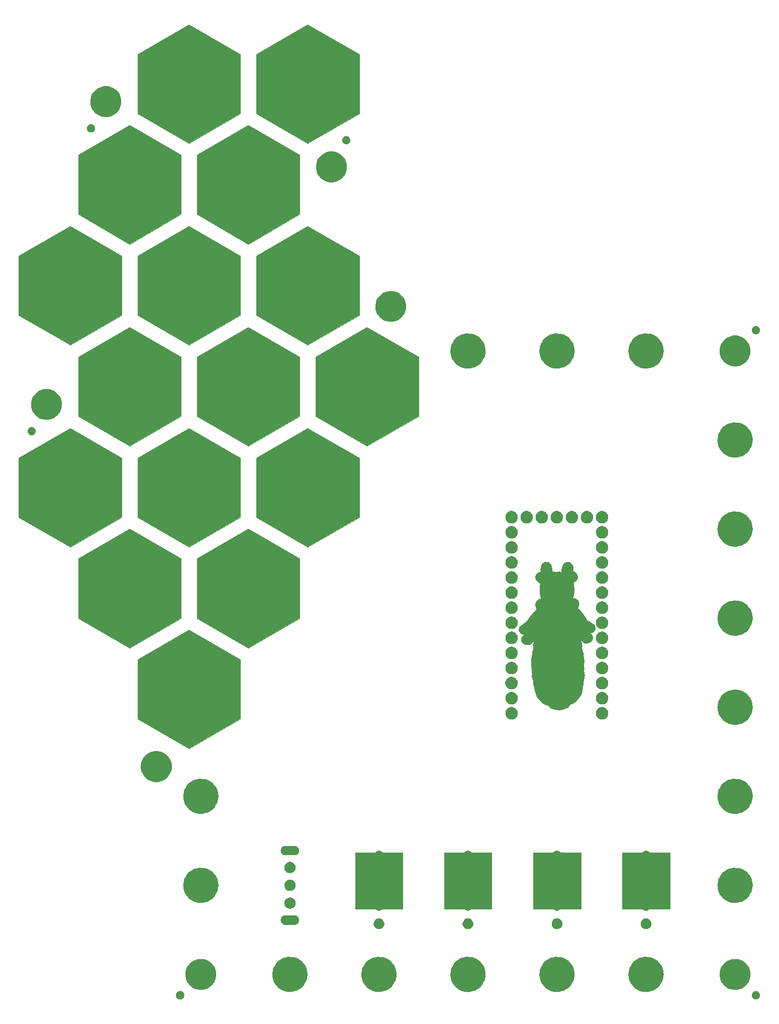
<source format=gbs>
G04 #@! TF.GenerationSoftware,KiCad,Pcbnew,(5.1.2-1)-1*
G04 #@! TF.CreationDate,2022-02-06T13:22:23-05:00*
G04 #@! TF.ProjectId,Wasp_Hive,57617370-5f48-4697-9665-2e6b69636164,rev?*
G04 #@! TF.SameCoordinates,Original*
G04 #@! TF.FileFunction,Soldermask,Bot*
G04 #@! TF.FilePolarity,Negative*
%FSLAX46Y46*%
G04 Gerber Fmt 4.6, Leading zero omitted, Abs format (unit mm)*
G04 Created by KiCad (PCBNEW (5.1.2-1)-1) date 2022-02-06 13:22:23*
%MOMM*%
%LPD*%
G04 APERTURE LIST*
%ADD10C,4.000000*%
%ADD11C,0.010000*%
%ADD12C,0.100000*%
G04 APERTURE END LIST*
D10*
X51000000Y-195000000D02*
G75*
G03X51000000Y-195000000I-1000000J0D01*
G01*
X51000000Y-210000000D02*
G75*
G03X51000000Y-210000000I-1000000J0D01*
G01*
X66000000Y-225000000D02*
G75*
G03X66000000Y-225000000I-1000000J0D01*
G01*
X81000000Y-225000000D02*
G75*
G03X81000000Y-225000000I-1000000J0D01*
G01*
X96000000Y-225000000D02*
G75*
G03X96000000Y-225000000I-1000000J0D01*
G01*
X111000000Y-225000000D02*
G75*
G03X111000000Y-225000000I-1000000J0D01*
G01*
X126000000Y-225000000D02*
G75*
G03X126000000Y-225000000I-1000000J0D01*
G01*
X141000000Y-210000000D02*
G75*
G03X141000000Y-210000000I-1000000J0D01*
G01*
X141000000Y-195000000D02*
G75*
G03X141000000Y-195000000I-1000000J0D01*
G01*
X141000000Y-180000000D02*
G75*
G03X141000000Y-180000000I-1000000J0D01*
G01*
X141000000Y-165000000D02*
G75*
G03X141000000Y-165000000I-1000000J0D01*
G01*
X141000000Y-150000000D02*
G75*
G03X141000000Y-150000000I-1000000J0D01*
G01*
X141000000Y-135000000D02*
G75*
G03X141000000Y-135000000I-1000000J0D01*
G01*
X126000000Y-120000000D02*
G75*
G03X126000000Y-120000000I-1000000J0D01*
G01*
X111000000Y-120000000D02*
G75*
G03X111000000Y-120000000I-1000000J0D01*
G01*
X96000000Y-120000000D02*
G75*
G03X96000000Y-120000000I-1000000J0D01*
G01*
D11*
G36*
X108341918Y-155561728D02*
G01*
X108441402Y-155583108D01*
X108584123Y-155629923D01*
X108701771Y-155695886D01*
X108802897Y-155786854D01*
X108878182Y-155882335D01*
X108911715Y-155932699D01*
X108938553Y-155980122D01*
X108961649Y-156032196D01*
X108983954Y-156096512D01*
X109008419Y-156180664D01*
X109037996Y-156292242D01*
X109038907Y-156295759D01*
X109064384Y-156397660D01*
X109086170Y-156491460D01*
X109102680Y-156569787D01*
X109112326Y-156625269D01*
X109114164Y-156645274D01*
X109118653Y-156690912D01*
X109130533Y-156758220D01*
X109147420Y-156834057D01*
X109150987Y-156848307D01*
X109168205Y-156925658D01*
X109180091Y-156998428D01*
X109184454Y-157052742D01*
X109184286Y-157059219D01*
X109185366Y-157124232D01*
X109194061Y-157181822D01*
X109208129Y-157222998D01*
X109225330Y-157238769D01*
X109228870Y-157238114D01*
X109255501Y-157230467D01*
X109307255Y-157217280D01*
X109374019Y-157201112D01*
X109389762Y-157197399D01*
X109454144Y-157182812D01*
X109502347Y-157175082D01*
X109545807Y-157174538D01*
X109595957Y-157181511D01*
X109664232Y-157196330D01*
X109707923Y-157206593D01*
X109789540Y-157225413D01*
X109847163Y-157236162D01*
X109891957Y-157239210D01*
X109935084Y-157234927D01*
X109987708Y-157223683D01*
X110016052Y-157216796D01*
X110095865Y-157201032D01*
X110164850Y-157194332D01*
X110203689Y-157196475D01*
X110256199Y-157199346D01*
X110322549Y-157193316D01*
X110352133Y-157187852D01*
X110403860Y-157178895D01*
X110452370Y-157178162D01*
X110509979Y-157186601D01*
X110589005Y-157205158D01*
X110594158Y-157206476D01*
X110662770Y-157223335D01*
X110716483Y-157235147D01*
X110746966Y-157240140D01*
X110750803Y-157239816D01*
X110753195Y-157220867D01*
X110756409Y-157171817D01*
X110760132Y-157098705D01*
X110764047Y-157007569D01*
X110766948Y-156930274D01*
X110776227Y-156766735D01*
X110791569Y-156617171D01*
X110812119Y-156486533D01*
X110837025Y-156379770D01*
X110865433Y-156301834D01*
X110879646Y-156276725D01*
X110899025Y-156237358D01*
X110903915Y-156213824D01*
X110905236Y-156201910D01*
X110910947Y-156185992D01*
X110923668Y-156161750D01*
X110946016Y-156124864D01*
X110980613Y-156071017D01*
X111030077Y-155995887D01*
X111097028Y-155895158D01*
X111098678Y-155892680D01*
X111188564Y-155776677D01*
X111287042Y-155690284D01*
X111402726Y-155627468D01*
X111540520Y-155583108D01*
X111649569Y-155558874D01*
X111738942Y-155547449D01*
X111822777Y-155548834D01*
X111915207Y-155563029D01*
X112002825Y-155583108D01*
X112150558Y-155632491D01*
X112273526Y-155703302D01*
X112379126Y-155800447D01*
X112434082Y-155869072D01*
X112526082Y-156006748D01*
X112593918Y-156136262D01*
X112643479Y-156269554D01*
X112659186Y-156325368D01*
X112694290Y-156477567D01*
X112713442Y-156610262D01*
X112716949Y-156736246D01*
X112705119Y-156868309D01*
X112678257Y-157019243D01*
X112676084Y-157029607D01*
X112662059Y-157096010D01*
X112790852Y-157127369D01*
X112909778Y-157166126D01*
X113012648Y-157222859D01*
X113105910Y-157302568D01*
X113196012Y-157410255D01*
X113243213Y-157478145D01*
X113300308Y-157568329D01*
X113340434Y-157643060D01*
X113369431Y-157714941D01*
X113393138Y-157796572D01*
X113395927Y-157807709D01*
X113421215Y-157924970D01*
X113432104Y-158023745D01*
X113428589Y-158118715D01*
X113410669Y-158224560D01*
X113395824Y-158288092D01*
X113361904Y-158400876D01*
X113318140Y-158495257D01*
X113258932Y-158578790D01*
X113178682Y-158659030D01*
X113071791Y-158743534D01*
X113042967Y-158764284D01*
X112972709Y-158815392D01*
X112913183Y-158860954D01*
X112870785Y-158895918D01*
X112852068Y-158914949D01*
X112828311Y-158940205D01*
X112787141Y-158971197D01*
X112776337Y-158978117D01*
X112737313Y-159005201D01*
X112723705Y-159029200D01*
X112729072Y-159064133D01*
X112732086Y-159074434D01*
X112746122Y-159135307D01*
X112760462Y-159221240D01*
X112773712Y-159321175D01*
X112784482Y-159424057D01*
X112791380Y-159518829D01*
X112792889Y-159557438D01*
X112798265Y-159643881D01*
X112808975Y-159738931D01*
X112817432Y-159792456D01*
X112838978Y-159909841D01*
X112854406Y-159998219D01*
X112864126Y-160064148D01*
X112868549Y-160114182D01*
X112868085Y-160154878D01*
X112863145Y-160192791D01*
X112854139Y-160234478D01*
X112846952Y-160264038D01*
X112825545Y-160389880D01*
X112826723Y-160503609D01*
X112828245Y-160615478D01*
X112814210Y-160705409D01*
X112801358Y-160775020D01*
X112796708Y-160844613D01*
X112797792Y-160868114D01*
X112795885Y-160928275D01*
X112782598Y-161013409D01*
X112760103Y-161114968D01*
X112730572Y-161224405D01*
X112696177Y-161333173D01*
X112659091Y-161432723D01*
X112647091Y-161461054D01*
X112618982Y-161526133D01*
X112597542Y-161577777D01*
X112586171Y-161607717D01*
X112585196Y-161611636D01*
X112600510Y-161614869D01*
X112637691Y-161609691D01*
X112640849Y-161609012D01*
X112690794Y-161608027D01*
X112773649Y-161619874D01*
X112889776Y-161644611D01*
X112934622Y-161655406D01*
X113080654Y-161696361D01*
X113198554Y-161742531D01*
X113296347Y-161799077D01*
X113382059Y-161871161D01*
X113463713Y-161963944D01*
X113509412Y-162025125D01*
X113555743Y-162108532D01*
X113597284Y-162218880D01*
X113631423Y-162347015D01*
X113655549Y-162483786D01*
X113664227Y-162567473D01*
X113663059Y-162662415D01*
X113649009Y-162775342D01*
X113624597Y-162896155D01*
X113592340Y-163014756D01*
X113554755Y-163121045D01*
X113514363Y-163204923D01*
X113499595Y-163227721D01*
X113440428Y-163310077D01*
X113554906Y-163388998D01*
X113614910Y-163433585D01*
X113665876Y-163477204D01*
X113697550Y-163511017D01*
X113699123Y-163513306D01*
X113753216Y-163584457D01*
X113831465Y-163671102D01*
X113928727Y-163767548D01*
X113929299Y-163768089D01*
X113982591Y-163822724D01*
X114045425Y-163893348D01*
X114106097Y-163966688D01*
X114119121Y-163983329D01*
X114207384Y-164097867D01*
X114275538Y-164186923D01*
X114325784Y-164253466D01*
X114360323Y-164300469D01*
X114381356Y-164330900D01*
X114391084Y-164347730D01*
X114392410Y-164352166D01*
X114402859Y-164373159D01*
X114430813Y-164417350D01*
X114472234Y-164478896D01*
X114523087Y-164551955D01*
X114579335Y-164630685D01*
X114636942Y-164709243D01*
X114664445Y-164745908D01*
X114706099Y-164804090D01*
X114737471Y-164853872D01*
X114753142Y-164886465D01*
X114753976Y-164891056D01*
X114763811Y-164917392D01*
X114789715Y-164965352D01*
X114827141Y-165026857D01*
X114851184Y-165063822D01*
X114894626Y-165131854D01*
X114930590Y-165193295D01*
X114953829Y-165238935D01*
X114959079Y-165253122D01*
X114977753Y-165290231D01*
X115013218Y-165337303D01*
X115057003Y-165385357D01*
X115100640Y-165425413D01*
X115135655Y-165448491D01*
X115145687Y-165450961D01*
X115184986Y-165460481D01*
X115248416Y-165486860D01*
X115330079Y-165526825D01*
X115424071Y-165577105D01*
X115524491Y-165634426D01*
X115625439Y-165695518D01*
X115721013Y-165757107D01*
X115805311Y-165815921D01*
X115809652Y-165819121D01*
X115875634Y-165865272D01*
X115936654Y-165903325D01*
X115983096Y-165927461D01*
X115996504Y-165932190D01*
X116060203Y-165959080D01*
X116134908Y-166007780D01*
X116210791Y-166070548D01*
X116278028Y-166139641D01*
X116307657Y-166177384D01*
X116357717Y-166262610D01*
X116396716Y-166364870D01*
X116414899Y-166431054D01*
X116436429Y-166521842D01*
X116448404Y-166590411D01*
X116450821Y-166649414D01*
X116443676Y-166711506D01*
X116426964Y-166789339D01*
X116414768Y-166839124D01*
X116357796Y-166999637D01*
X116273202Y-167138510D01*
X116163200Y-167253423D01*
X116030004Y-167342057D01*
X115877932Y-167401512D01*
X115812228Y-167420639D01*
X115759294Y-167437728D01*
X115729728Y-167449340D01*
X115728536Y-167450023D01*
X115701271Y-167460909D01*
X115650123Y-167476908D01*
X115588180Y-167494017D01*
X115526752Y-167510570D01*
X115496410Y-167521333D01*
X115493124Y-167529115D01*
X115512861Y-167536721D01*
X115522918Y-167539455D01*
X115591797Y-167569034D01*
X115671059Y-167620617D01*
X115750715Y-167686342D01*
X115820774Y-167758344D01*
X115852254Y-167798706D01*
X115903700Y-167885874D01*
X115943018Y-167986885D01*
X115962810Y-168058100D01*
X115984400Y-168148830D01*
X115996419Y-168217367D01*
X115998871Y-168276365D01*
X115991757Y-168338478D01*
X115975083Y-168416362D01*
X115962913Y-168466170D01*
X115932378Y-168570332D01*
X115895228Y-168654825D01*
X115844303Y-168736010D01*
X115798593Y-168797943D01*
X115755512Y-168848416D01*
X115707792Y-168893930D01*
X115648162Y-168940984D01*
X115569351Y-168996077D01*
X115507019Y-169037550D01*
X115420003Y-169091447D01*
X115342405Y-169129947D01*
X115258097Y-169160105D01*
X115173955Y-169183225D01*
X115062595Y-169209304D01*
X114973206Y-169223577D01*
X114893643Y-169226217D01*
X114811760Y-169217396D01*
X114715412Y-169197286D01*
X114686143Y-169190142D01*
X114570515Y-169155154D01*
X114476937Y-169111537D01*
X114426749Y-169079585D01*
X114371169Y-169033944D01*
X114312784Y-168975182D01*
X114257874Y-168911060D01*
X114212724Y-168849339D01*
X114183615Y-168797778D01*
X114176085Y-168769942D01*
X114163043Y-168740302D01*
X114131832Y-168702689D01*
X114094328Y-168669064D01*
X114062406Y-168651388D01*
X114057812Y-168650819D01*
X114040978Y-168666899D01*
X114026592Y-168707156D01*
X114016633Y-168759612D01*
X114013083Y-168812291D01*
X114017920Y-168853214D01*
X114022632Y-168863586D01*
X114038286Y-168898812D01*
X114057609Y-168959332D01*
X114078062Y-169034820D01*
X114097101Y-169114951D01*
X114112188Y-169189399D01*
X114120779Y-169247838D01*
X114121851Y-169266736D01*
X114126343Y-169316637D01*
X114137858Y-169383074D01*
X114147486Y-169425576D01*
X114160537Y-169505866D01*
X114167143Y-169608624D01*
X114167231Y-169720726D01*
X114160729Y-169829049D01*
X114150136Y-169907447D01*
X114148250Y-169999714D01*
X114165429Y-170090839D01*
X114181435Y-170167712D01*
X114191867Y-170246784D01*
X114194164Y-170290211D01*
X114202965Y-170368469D01*
X114225568Y-170439990D01*
X114228647Y-170446326D01*
X114253674Y-170505776D01*
X114277034Y-170577778D01*
X114284916Y-170608333D01*
X114301594Y-170669495D01*
X114319920Y-170720617D01*
X114328899Y-170738861D01*
X114342883Y-170771927D01*
X114361739Y-170830197D01*
X114382338Y-170903615D01*
X114392050Y-170941790D01*
X114411349Y-171025108D01*
X114421271Y-171084711D01*
X114422660Y-171131565D01*
X114416361Y-171176638D01*
X114411733Y-171197233D01*
X114399788Y-171271822D01*
X114405469Y-171338164D01*
X114411940Y-171364909D01*
X114426348Y-171427073D01*
X114441127Y-171505116D01*
X114450036Y-171561424D01*
X114461700Y-171643017D01*
X114475460Y-171738004D01*
X114486674Y-171814520D01*
X114498415Y-171907256D01*
X114508576Y-172010415D01*
X114513981Y-172085694D01*
X114520438Y-172224872D01*
X114522692Y-172336768D01*
X114520164Y-172430074D01*
X114512276Y-172513481D01*
X114498450Y-172595682D01*
X114478108Y-172685369D01*
X114472644Y-172707194D01*
X114452217Y-172789880D01*
X114440388Y-172848344D01*
X114436524Y-172893320D01*
X114439992Y-172935544D01*
X114450160Y-172985752D01*
X114455006Y-173006441D01*
X114469420Y-173076668D01*
X114478818Y-173140675D01*
X114481109Y-173179431D01*
X114484674Y-173225692D01*
X114495972Y-173291011D01*
X114509487Y-173349041D01*
X114523247Y-173404469D01*
X114529858Y-173447741D01*
X114528914Y-173490237D01*
X114520012Y-173543336D01*
X114502747Y-173618415D01*
X114499419Y-173632242D01*
X114480491Y-173714931D01*
X114470434Y-173775701D01*
X114468494Y-173827488D01*
X114473916Y-173883224D01*
X114481886Y-173932667D01*
X114516380Y-174120413D01*
X114556667Y-174320381D01*
X114586493Y-174458172D01*
X114600862Y-174532971D01*
X114604285Y-174590089D01*
X114597074Y-174646204D01*
X114590556Y-174675112D01*
X114577886Y-174735962D01*
X114570899Y-174787077D01*
X114570434Y-174806477D01*
X114568413Y-174841834D01*
X114560203Y-174899958D01*
X114547574Y-174968345D01*
X114547401Y-174969182D01*
X114530854Y-175051260D01*
X114511688Y-175148904D01*
X114493825Y-175242118D01*
X114492455Y-175249395D01*
X114474967Y-175341263D01*
X114455952Y-175439309D01*
X114439289Y-175523544D01*
X114438069Y-175529609D01*
X114421563Y-175613787D01*
X114411940Y-175672615D01*
X114408461Y-175716090D01*
X114410385Y-175754205D01*
X114416974Y-175796956D01*
X114417898Y-175802077D01*
X114421360Y-175843310D01*
X114417493Y-175896414D01*
X114405321Y-175967795D01*
X114383867Y-176063860D01*
X114368270Y-176127486D01*
X114337704Y-176254079D01*
X114316836Y-176353132D01*
X114304796Y-176431683D01*
X114300714Y-176496770D01*
X114303721Y-176555432D01*
X114310023Y-176598975D01*
X114313696Y-176645027D01*
X114308815Y-176702443D01*
X114294275Y-176778818D01*
X114268973Y-176881748D01*
X114268960Y-176881799D01*
X114248304Y-176966435D01*
X114232882Y-177040751D01*
X114224249Y-177096419D01*
X114223711Y-177124294D01*
X114223171Y-177155602D01*
X114214847Y-177211748D01*
X114200905Y-177282814D01*
X114183511Y-177358876D01*
X114164832Y-177430016D01*
X114147034Y-177486312D01*
X114141638Y-177500142D01*
X114131291Y-177532649D01*
X114115748Y-177590993D01*
X114097464Y-177665674D01*
X114085586Y-177717082D01*
X114054046Y-177833722D01*
X114014029Y-177930346D01*
X113959242Y-178017908D01*
X113883391Y-178107360D01*
X113830218Y-178161526D01*
X113779000Y-178217898D01*
X113734111Y-178277561D01*
X113711582Y-178315524D01*
X113685457Y-178362709D01*
X113649030Y-178420009D01*
X113607954Y-178479571D01*
X113567883Y-178533544D01*
X113534471Y-178574075D01*
X113513371Y-178593313D01*
X113511138Y-178593914D01*
X113494877Y-178607708D01*
X113465780Y-178643504D01*
X113436566Y-178684306D01*
X113401787Y-178732140D01*
X113373811Y-178764895D01*
X113360728Y-178774662D01*
X113343844Y-178788302D01*
X113313089Y-178824115D01*
X113275022Y-178874447D01*
X113273826Y-178876114D01*
X113226658Y-178932405D01*
X113165923Y-178991606D01*
X113099320Y-179047647D01*
X113034547Y-179094457D01*
X112979302Y-179125967D01*
X112943935Y-179136228D01*
X112914239Y-179147067D01*
X112867601Y-179175423D01*
X112816397Y-179213388D01*
X112720754Y-179289197D01*
X112644442Y-179345348D01*
X112579707Y-179386131D01*
X112518793Y-179415839D01*
X112453946Y-179438764D01*
X112377411Y-179459196D01*
X112368256Y-179461402D01*
X112259502Y-179489781D01*
X112180931Y-179517131D01*
X112126862Y-179547019D01*
X112091616Y-179583013D01*
X112069511Y-179628681D01*
X112062276Y-179653582D01*
X112025962Y-179745100D01*
X111965221Y-179842102D01*
X111887974Y-179933925D01*
X111802146Y-180009906D01*
X111792183Y-180017076D01*
X111719526Y-180061474D01*
X111638423Y-180096136D01*
X111535963Y-180126427D01*
X111518803Y-180130717D01*
X111425781Y-180157484D01*
X111335033Y-180190279D01*
X111261398Y-180223601D01*
X111247628Y-180231237D01*
X111167826Y-180268958D01*
X111058068Y-180307600D01*
X110924473Y-180345708D01*
X110773165Y-180381832D01*
X110610264Y-180414518D01*
X110441893Y-180442314D01*
X110274172Y-180463768D01*
X110262135Y-180465045D01*
X110199762Y-180464756D01*
X110127230Y-180455180D01*
X110099431Y-180448937D01*
X110041472Y-180434352D01*
X109961442Y-180414982D01*
X109872539Y-180393997D01*
X109828256Y-180383747D01*
X109745481Y-180363742D01*
X109670424Y-180343835D01*
X109613749Y-180326938D01*
X109593238Y-180319556D01*
X109542007Y-180298213D01*
X109479251Y-180272158D01*
X109458935Y-180263741D01*
X109402539Y-180244787D01*
X109353712Y-180235655D01*
X109339382Y-180235768D01*
X109305281Y-180233681D01*
X109246189Y-180223817D01*
X109171977Y-180207976D01*
X109127693Y-180197215D01*
X109022748Y-180166846D01*
X108940889Y-180133403D01*
X108869130Y-180091348D01*
X108852815Y-180079965D01*
X108783630Y-180021818D01*
X108715113Y-179949609D01*
X108654809Y-179872743D01*
X108610264Y-179800626D01*
X108591423Y-179754142D01*
X108584255Y-179734612D01*
X108570684Y-179718835D01*
X108545104Y-179704459D01*
X108501909Y-179689134D01*
X108435492Y-179670508D01*
X108340247Y-179646231D01*
X108324985Y-179642420D01*
X108229984Y-179617377D01*
X108144142Y-179592264D01*
X108075318Y-179569560D01*
X108031371Y-179551740D01*
X108023897Y-179547509D01*
X107984476Y-179525130D01*
X107956509Y-179515872D01*
X107933102Y-179505970D01*
X107889315Y-179479765D01*
X107833801Y-179442508D01*
X107822510Y-179434520D01*
X107766888Y-179395909D01*
X107722675Y-179367217D01*
X107697920Y-179353620D01*
X107695962Y-179353167D01*
X107670487Y-179342192D01*
X107626741Y-179313729D01*
X107573335Y-179274472D01*
X107518877Y-179231114D01*
X107471977Y-179190349D01*
X107441245Y-179158871D01*
X107435602Y-179150746D01*
X107410397Y-179120407D01*
X107364322Y-179078255D01*
X107306564Y-179032577D01*
X107296242Y-179025056D01*
X107210083Y-178952830D01*
X107121948Y-178861193D01*
X107071070Y-178799077D01*
X107013873Y-178724186D01*
X106955022Y-178647227D01*
X106904473Y-178581214D01*
X106889922Y-178562242D01*
X106850423Y-178513877D01*
X106817957Y-178479688D01*
X106800142Y-178467331D01*
X106781246Y-178453434D01*
X106748854Y-178417066D01*
X106708961Y-178366207D01*
X106667561Y-178308839D01*
X106630649Y-178252945D01*
X106604218Y-178206507D01*
X106604124Y-178206316D01*
X106573360Y-178151400D01*
X106537415Y-178096891D01*
X106537294Y-178096726D01*
X106514727Y-178052499D01*
X106489185Y-177980923D01*
X106463003Y-177890415D01*
X106438514Y-177789392D01*
X106418055Y-177686269D01*
X106410555Y-177639876D01*
X106393187Y-177579678D01*
X106361557Y-177511672D01*
X106340495Y-177477172D01*
X106302881Y-177407803D01*
X106267965Y-177317915D01*
X106238711Y-177218667D01*
X106218079Y-177121217D01*
X106209033Y-177036724D01*
X106211306Y-176990474D01*
X106212535Y-176936240D01*
X106202013Y-176856054D01*
X106179247Y-176746614D01*
X106167720Y-176698447D01*
X106146941Y-176608967D01*
X106130404Y-176528197D01*
X106119727Y-176464752D01*
X106116529Y-176427249D01*
X106116592Y-176426240D01*
X106107055Y-176375206D01*
X106076379Y-176318129D01*
X106074080Y-176314982D01*
X106031149Y-176235911D01*
X105996940Y-176130338D01*
X105973298Y-176007258D01*
X105962069Y-175875664D01*
X105963069Y-175773666D01*
X105969487Y-175653057D01*
X105973032Y-175562276D01*
X105972976Y-175495058D01*
X105968594Y-175445137D01*
X105959158Y-175406249D01*
X105943941Y-175372127D01*
X105922216Y-175336508D01*
X105910252Y-175318513D01*
X105849465Y-175201143D01*
X105804696Y-175057788D01*
X105777070Y-174895411D01*
X105767714Y-174720977D01*
X105777754Y-174541448D01*
X105780653Y-174517224D01*
X105787152Y-174434479D01*
X105787568Y-174348705D01*
X105783231Y-174291246D01*
X105778020Y-174241462D01*
X105771751Y-174163289D01*
X105764956Y-174064459D01*
X105758168Y-173952703D01*
X105752095Y-173839288D01*
X105739736Y-173644142D01*
X105723700Y-173482654D01*
X105703736Y-173352486D01*
X105695528Y-173312795D01*
X105676449Y-173219335D01*
X105667604Y-173151216D01*
X105668175Y-173099356D01*
X105673524Y-173068738D01*
X105680553Y-173017080D01*
X105676147Y-172956769D01*
X105659315Y-172876158D01*
X105656030Y-172863061D01*
X105638787Y-172790590D01*
X105631179Y-172737033D01*
X105632847Y-172686553D01*
X105643431Y-172623316D01*
X105649875Y-172591886D01*
X105669639Y-172494790D01*
X105682004Y-172424722D01*
X105687628Y-172373467D01*
X105687173Y-172332805D01*
X105681299Y-172294519D01*
X105675701Y-172270298D01*
X105665884Y-172198657D01*
X105672863Y-172118719D01*
X105678865Y-172087688D01*
X105691187Y-172008666D01*
X105689196Y-171939632D01*
X105678716Y-171882299D01*
X105671905Y-171851325D01*
X105667330Y-171823969D01*
X105665728Y-171795580D01*
X105667834Y-171761512D01*
X105674386Y-171717115D01*
X105686120Y-171657740D01*
X105703773Y-171578739D01*
X105728081Y-171475463D01*
X105759781Y-171343263D01*
X105772530Y-171290249D01*
X105807518Y-171096274D01*
X105824826Y-170884272D01*
X105826375Y-170775018D01*
X105831654Y-170697343D01*
X105846827Y-170603333D01*
X105869170Y-170504019D01*
X105895958Y-170410435D01*
X105924465Y-170333611D01*
X105945242Y-170293768D01*
X105971368Y-170248831D01*
X105979271Y-170211596D01*
X105971862Y-170163403D01*
X105968022Y-170147708D01*
X105957713Y-170088302D01*
X105960447Y-170030077D01*
X105975454Y-169960907D01*
X105988625Y-169905434D01*
X105993708Y-169861116D01*
X105990245Y-169815068D01*
X105977780Y-169754402D01*
X105966511Y-169708503D01*
X105929839Y-169562287D01*
X105977085Y-169375905D01*
X105999137Y-169294436D01*
X106021058Y-169222871D01*
X106039831Y-169170607D01*
X106049398Y-169150669D01*
X106061598Y-169125130D01*
X106064543Y-169093663D01*
X106057916Y-169046245D01*
X106044101Y-168984165D01*
X106013737Y-168856514D01*
X105946618Y-168902812D01*
X105905832Y-168935759D01*
X105881631Y-168964584D01*
X105878824Y-168972988D01*
X105868545Y-168998417D01*
X105841997Y-169043745D01*
X105804560Y-169099912D01*
X105797818Y-169109441D01*
X105689147Y-169232852D01*
X105557931Y-169329264D01*
X105402502Y-169399751D01*
X105302467Y-169428732D01*
X105185739Y-169451240D01*
X105071763Y-169460517D01*
X104952192Y-169456134D01*
X104818678Y-169437658D01*
X104662875Y-169404661D01*
X104616417Y-169393334D01*
X104512402Y-169365899D01*
X104434422Y-169340990D01*
X104372914Y-169314819D01*
X104318313Y-169283596D01*
X104288575Y-169263472D01*
X104186256Y-169178344D01*
X104106186Y-169080374D01*
X104043943Y-168962561D01*
X103995104Y-168817904D01*
X103986618Y-168785380D01*
X103937957Y-168591186D01*
X103979578Y-168417621D01*
X104023559Y-168274902D01*
X104082993Y-168158641D01*
X104163300Y-168060560D01*
X104269896Y-167972383D01*
X104271914Y-167970959D01*
X104327335Y-167930764D01*
X104370595Y-167897214D01*
X104393510Y-167876696D01*
X104394736Y-167875059D01*
X104414128Y-167854637D01*
X104451558Y-167821847D01*
X104473377Y-167804083D01*
X104512399Y-167770797D01*
X104524788Y-167751997D01*
X104513833Y-167741871D01*
X104509400Y-167740453D01*
X104480399Y-167732946D01*
X104423833Y-167718979D01*
X104347325Y-167700410D01*
X104258495Y-167679102D01*
X104239369Y-167674543D01*
X104135969Y-167648874D01*
X104059080Y-167626519D01*
X103999698Y-167603998D01*
X103948822Y-167577834D01*
X103897449Y-167544548D01*
X103890702Y-167539824D01*
X103777274Y-167444172D01*
X103692278Y-167334510D01*
X103631018Y-167203819D01*
X103603179Y-167110298D01*
X103580840Y-167014258D01*
X103568938Y-166939724D01*
X103567472Y-166873587D01*
X103576442Y-166802736D01*
X103595850Y-166714061D01*
X103603179Y-166684150D01*
X103658005Y-166528243D01*
X103738482Y-166395841D01*
X103842814Y-166288890D01*
X103969205Y-166209337D01*
X104079322Y-166168283D01*
X104151827Y-166143282D01*
X104204254Y-166110637D01*
X104251066Y-166062330D01*
X104296154Y-166011184D01*
X104339887Y-165965994D01*
X104358006Y-165949265D01*
X104399949Y-165911571D01*
X104448058Y-165865917D01*
X104457436Y-165856705D01*
X104497738Y-165820906D01*
X104559630Y-165770736D01*
X104634988Y-165712425D01*
X104715691Y-165652206D01*
X104793615Y-165596309D01*
X104826000Y-165573961D01*
X104850479Y-165549639D01*
X104888273Y-165503347D01*
X104934456Y-165442114D01*
X104984106Y-165372971D01*
X105032300Y-165302951D01*
X105074116Y-165239082D01*
X105104629Y-165188397D01*
X105118918Y-165157925D01*
X105119394Y-165154945D01*
X105129950Y-165132993D01*
X105157647Y-165089815D01*
X105197228Y-165032570D01*
X105243439Y-164968418D01*
X105291023Y-164904518D01*
X105334726Y-164848030D01*
X105369292Y-164806112D01*
X105389465Y-164785925D01*
X105390761Y-164785269D01*
X105409124Y-164768555D01*
X105440929Y-164730764D01*
X105475028Y-164685838D01*
X105514195Y-164635192D01*
X105570220Y-164566893D01*
X105635563Y-164489968D01*
X105701315Y-164414975D01*
X105771186Y-164335196D01*
X105841714Y-164252105D01*
X105904297Y-164175981D01*
X105947296Y-164121151D01*
X106002401Y-164054176D01*
X106063573Y-163989248D01*
X106117853Y-163940093D01*
X106119345Y-163938923D01*
X106173754Y-163890930D01*
X106221412Y-163839448D01*
X106241383Y-163812177D01*
X106274346Y-163770684D01*
X106327887Y-163715577D01*
X106393466Y-163654678D01*
X106462542Y-163595807D01*
X106526573Y-163546782D01*
X106544981Y-163534203D01*
X106586983Y-163506627D01*
X106522965Y-163389577D01*
X106477895Y-163290566D01*
X106435398Y-163167348D01*
X106398479Y-163031866D01*
X106370145Y-162896066D01*
X106353403Y-162771894D01*
X106350160Y-162702957D01*
X106359151Y-162567704D01*
X106383749Y-162432528D01*
X106421209Y-162307840D01*
X106468785Y-162204055D01*
X106490730Y-162169751D01*
X106561472Y-162081075D01*
X106643728Y-161993945D01*
X106730921Y-161913984D01*
X106816473Y-161846815D01*
X106893808Y-161798059D01*
X106953808Y-161773887D01*
X106995136Y-161763393D01*
X107059429Y-161745874D01*
X107135000Y-161724624D01*
X107210162Y-161702937D01*
X107273228Y-161684109D01*
X107283146Y-161681044D01*
X107294573Y-161667707D01*
X107288077Y-161635069D01*
X107278324Y-161609976D01*
X107257977Y-161551941D01*
X107234430Y-161470353D01*
X107209820Y-161374488D01*
X107186282Y-161273618D01*
X107165952Y-161177018D01*
X107150965Y-161093963D01*
X107143457Y-161033727D01*
X107142986Y-161022233D01*
X107138126Y-160957460D01*
X107126349Y-160879439D01*
X107116441Y-160831957D01*
X107080449Y-160631871D01*
X107062024Y-160413465D01*
X107062008Y-160190472D01*
X107069979Y-160072669D01*
X107087227Y-159889256D01*
X107101646Y-159738157D01*
X107113653Y-159615677D01*
X107123665Y-159518120D01*
X107132100Y-159441790D01*
X107139376Y-159382992D01*
X107145911Y-159338028D01*
X107152121Y-159303205D01*
X107158425Y-159274825D01*
X107161480Y-159262885D01*
X107184472Y-159176233D01*
X107106510Y-159109220D01*
X107048528Y-159061867D01*
X106978010Y-159007695D01*
X106924148Y-158968398D01*
X106837193Y-158901325D01*
X106742341Y-158818971D01*
X106648567Y-158729927D01*
X106564847Y-158642784D01*
X106500157Y-158566135D01*
X106491002Y-158553804D01*
X106442883Y-158472060D01*
X106404662Y-158370748D01*
X106387051Y-158306170D01*
X106366035Y-158216200D01*
X106354082Y-158145396D01*
X106351383Y-158082525D01*
X106358125Y-158016356D01*
X106374499Y-157935658D01*
X106394680Y-157853009D01*
X106444514Y-157698248D01*
X106511711Y-157569919D01*
X106601558Y-157460372D01*
X106719342Y-157361959D01*
X106747677Y-157342290D01*
X106821430Y-157295567D01*
X106888367Y-157261919D01*
X106962345Y-157235519D01*
X107057217Y-157210542D01*
X107065890Y-157208486D01*
X107155568Y-157186157D01*
X107214635Y-157165158D01*
X107247803Y-157139104D01*
X107259786Y-157101609D01*
X107255297Y-157046287D01*
X107240250Y-156972242D01*
X107223606Y-156875970D01*
X107217480Y-156780496D01*
X107222503Y-156678531D01*
X107239301Y-156562789D01*
X107268505Y-156425980D01*
X107297243Y-156311572D01*
X107328179Y-156196073D01*
X107353672Y-156108496D01*
X107376517Y-156041555D01*
X107399512Y-155987967D01*
X107425452Y-155940448D01*
X107457134Y-155891713D01*
X107460046Y-155887478D01*
X107556585Y-155769853D01*
X107666422Y-155681319D01*
X107796572Y-155617100D01*
X107906783Y-155583239D01*
X108059316Y-155553646D01*
X108199171Y-155546477D01*
X108341918Y-155561728D01*
X108341918Y-155561728D01*
G37*
X108341918Y-155561728D02*
X108441402Y-155583108D01*
X108584123Y-155629923D01*
X108701771Y-155695886D01*
X108802897Y-155786854D01*
X108878182Y-155882335D01*
X108911715Y-155932699D01*
X108938553Y-155980122D01*
X108961649Y-156032196D01*
X108983954Y-156096512D01*
X109008419Y-156180664D01*
X109037996Y-156292242D01*
X109038907Y-156295759D01*
X109064384Y-156397660D01*
X109086170Y-156491460D01*
X109102680Y-156569787D01*
X109112326Y-156625269D01*
X109114164Y-156645274D01*
X109118653Y-156690912D01*
X109130533Y-156758220D01*
X109147420Y-156834057D01*
X109150987Y-156848307D01*
X109168205Y-156925658D01*
X109180091Y-156998428D01*
X109184454Y-157052742D01*
X109184286Y-157059219D01*
X109185366Y-157124232D01*
X109194061Y-157181822D01*
X109208129Y-157222998D01*
X109225330Y-157238769D01*
X109228870Y-157238114D01*
X109255501Y-157230467D01*
X109307255Y-157217280D01*
X109374019Y-157201112D01*
X109389762Y-157197399D01*
X109454144Y-157182812D01*
X109502347Y-157175082D01*
X109545807Y-157174538D01*
X109595957Y-157181511D01*
X109664232Y-157196330D01*
X109707923Y-157206593D01*
X109789540Y-157225413D01*
X109847163Y-157236162D01*
X109891957Y-157239210D01*
X109935084Y-157234927D01*
X109987708Y-157223683D01*
X110016052Y-157216796D01*
X110095865Y-157201032D01*
X110164850Y-157194332D01*
X110203689Y-157196475D01*
X110256199Y-157199346D01*
X110322549Y-157193316D01*
X110352133Y-157187852D01*
X110403860Y-157178895D01*
X110452370Y-157178162D01*
X110509979Y-157186601D01*
X110589005Y-157205158D01*
X110594158Y-157206476D01*
X110662770Y-157223335D01*
X110716483Y-157235147D01*
X110746966Y-157240140D01*
X110750803Y-157239816D01*
X110753195Y-157220867D01*
X110756409Y-157171817D01*
X110760132Y-157098705D01*
X110764047Y-157007569D01*
X110766948Y-156930274D01*
X110776227Y-156766735D01*
X110791569Y-156617171D01*
X110812119Y-156486533D01*
X110837025Y-156379770D01*
X110865433Y-156301834D01*
X110879646Y-156276725D01*
X110899025Y-156237358D01*
X110903915Y-156213824D01*
X110905236Y-156201910D01*
X110910947Y-156185992D01*
X110923668Y-156161750D01*
X110946016Y-156124864D01*
X110980613Y-156071017D01*
X111030077Y-155995887D01*
X111097028Y-155895158D01*
X111098678Y-155892680D01*
X111188564Y-155776677D01*
X111287042Y-155690284D01*
X111402726Y-155627468D01*
X111540520Y-155583108D01*
X111649569Y-155558874D01*
X111738942Y-155547449D01*
X111822777Y-155548834D01*
X111915207Y-155563029D01*
X112002825Y-155583108D01*
X112150558Y-155632491D01*
X112273526Y-155703302D01*
X112379126Y-155800447D01*
X112434082Y-155869072D01*
X112526082Y-156006748D01*
X112593918Y-156136262D01*
X112643479Y-156269554D01*
X112659186Y-156325368D01*
X112694290Y-156477567D01*
X112713442Y-156610262D01*
X112716949Y-156736246D01*
X112705119Y-156868309D01*
X112678257Y-157019243D01*
X112676084Y-157029607D01*
X112662059Y-157096010D01*
X112790852Y-157127369D01*
X112909778Y-157166126D01*
X113012648Y-157222859D01*
X113105910Y-157302568D01*
X113196012Y-157410255D01*
X113243213Y-157478145D01*
X113300308Y-157568329D01*
X113340434Y-157643060D01*
X113369431Y-157714941D01*
X113393138Y-157796572D01*
X113395927Y-157807709D01*
X113421215Y-157924970D01*
X113432104Y-158023745D01*
X113428589Y-158118715D01*
X113410669Y-158224560D01*
X113395824Y-158288092D01*
X113361904Y-158400876D01*
X113318140Y-158495257D01*
X113258932Y-158578790D01*
X113178682Y-158659030D01*
X113071791Y-158743534D01*
X113042967Y-158764284D01*
X112972709Y-158815392D01*
X112913183Y-158860954D01*
X112870785Y-158895918D01*
X112852068Y-158914949D01*
X112828311Y-158940205D01*
X112787141Y-158971197D01*
X112776337Y-158978117D01*
X112737313Y-159005201D01*
X112723705Y-159029200D01*
X112729072Y-159064133D01*
X112732086Y-159074434D01*
X112746122Y-159135307D01*
X112760462Y-159221240D01*
X112773712Y-159321175D01*
X112784482Y-159424057D01*
X112791380Y-159518829D01*
X112792889Y-159557438D01*
X112798265Y-159643881D01*
X112808975Y-159738931D01*
X112817432Y-159792456D01*
X112838978Y-159909841D01*
X112854406Y-159998219D01*
X112864126Y-160064148D01*
X112868549Y-160114182D01*
X112868085Y-160154878D01*
X112863145Y-160192791D01*
X112854139Y-160234478D01*
X112846952Y-160264038D01*
X112825545Y-160389880D01*
X112826723Y-160503609D01*
X112828245Y-160615478D01*
X112814210Y-160705409D01*
X112801358Y-160775020D01*
X112796708Y-160844613D01*
X112797792Y-160868114D01*
X112795885Y-160928275D01*
X112782598Y-161013409D01*
X112760103Y-161114968D01*
X112730572Y-161224405D01*
X112696177Y-161333173D01*
X112659091Y-161432723D01*
X112647091Y-161461054D01*
X112618982Y-161526133D01*
X112597542Y-161577777D01*
X112586171Y-161607717D01*
X112585196Y-161611636D01*
X112600510Y-161614869D01*
X112637691Y-161609691D01*
X112640849Y-161609012D01*
X112690794Y-161608027D01*
X112773649Y-161619874D01*
X112889776Y-161644611D01*
X112934622Y-161655406D01*
X113080654Y-161696361D01*
X113198554Y-161742531D01*
X113296347Y-161799077D01*
X113382059Y-161871161D01*
X113463713Y-161963944D01*
X113509412Y-162025125D01*
X113555743Y-162108532D01*
X113597284Y-162218880D01*
X113631423Y-162347015D01*
X113655549Y-162483786D01*
X113664227Y-162567473D01*
X113663059Y-162662415D01*
X113649009Y-162775342D01*
X113624597Y-162896155D01*
X113592340Y-163014756D01*
X113554755Y-163121045D01*
X113514363Y-163204923D01*
X113499595Y-163227721D01*
X113440428Y-163310077D01*
X113554906Y-163388998D01*
X113614910Y-163433585D01*
X113665876Y-163477204D01*
X113697550Y-163511017D01*
X113699123Y-163513306D01*
X113753216Y-163584457D01*
X113831465Y-163671102D01*
X113928727Y-163767548D01*
X113929299Y-163768089D01*
X113982591Y-163822724D01*
X114045425Y-163893348D01*
X114106097Y-163966688D01*
X114119121Y-163983329D01*
X114207384Y-164097867D01*
X114275538Y-164186923D01*
X114325784Y-164253466D01*
X114360323Y-164300469D01*
X114381356Y-164330900D01*
X114391084Y-164347730D01*
X114392410Y-164352166D01*
X114402859Y-164373159D01*
X114430813Y-164417350D01*
X114472234Y-164478896D01*
X114523087Y-164551955D01*
X114579335Y-164630685D01*
X114636942Y-164709243D01*
X114664445Y-164745908D01*
X114706099Y-164804090D01*
X114737471Y-164853872D01*
X114753142Y-164886465D01*
X114753976Y-164891056D01*
X114763811Y-164917392D01*
X114789715Y-164965352D01*
X114827141Y-165026857D01*
X114851184Y-165063822D01*
X114894626Y-165131854D01*
X114930590Y-165193295D01*
X114953829Y-165238935D01*
X114959079Y-165253122D01*
X114977753Y-165290231D01*
X115013218Y-165337303D01*
X115057003Y-165385357D01*
X115100640Y-165425413D01*
X115135655Y-165448491D01*
X115145687Y-165450961D01*
X115184986Y-165460481D01*
X115248416Y-165486860D01*
X115330079Y-165526825D01*
X115424071Y-165577105D01*
X115524491Y-165634426D01*
X115625439Y-165695518D01*
X115721013Y-165757107D01*
X115805311Y-165815921D01*
X115809652Y-165819121D01*
X115875634Y-165865272D01*
X115936654Y-165903325D01*
X115983096Y-165927461D01*
X115996504Y-165932190D01*
X116060203Y-165959080D01*
X116134908Y-166007780D01*
X116210791Y-166070548D01*
X116278028Y-166139641D01*
X116307657Y-166177384D01*
X116357717Y-166262610D01*
X116396716Y-166364870D01*
X116414899Y-166431054D01*
X116436429Y-166521842D01*
X116448404Y-166590411D01*
X116450821Y-166649414D01*
X116443676Y-166711506D01*
X116426964Y-166789339D01*
X116414768Y-166839124D01*
X116357796Y-166999637D01*
X116273202Y-167138510D01*
X116163200Y-167253423D01*
X116030004Y-167342057D01*
X115877932Y-167401512D01*
X115812228Y-167420639D01*
X115759294Y-167437728D01*
X115729728Y-167449340D01*
X115728536Y-167450023D01*
X115701271Y-167460909D01*
X115650123Y-167476908D01*
X115588180Y-167494017D01*
X115526752Y-167510570D01*
X115496410Y-167521333D01*
X115493124Y-167529115D01*
X115512861Y-167536721D01*
X115522918Y-167539455D01*
X115591797Y-167569034D01*
X115671059Y-167620617D01*
X115750715Y-167686342D01*
X115820774Y-167758344D01*
X115852254Y-167798706D01*
X115903700Y-167885874D01*
X115943018Y-167986885D01*
X115962810Y-168058100D01*
X115984400Y-168148830D01*
X115996419Y-168217367D01*
X115998871Y-168276365D01*
X115991757Y-168338478D01*
X115975083Y-168416362D01*
X115962913Y-168466170D01*
X115932378Y-168570332D01*
X115895228Y-168654825D01*
X115844303Y-168736010D01*
X115798593Y-168797943D01*
X115755512Y-168848416D01*
X115707792Y-168893930D01*
X115648162Y-168940984D01*
X115569351Y-168996077D01*
X115507019Y-169037550D01*
X115420003Y-169091447D01*
X115342405Y-169129947D01*
X115258097Y-169160105D01*
X115173955Y-169183225D01*
X115062595Y-169209304D01*
X114973206Y-169223577D01*
X114893643Y-169226217D01*
X114811760Y-169217396D01*
X114715412Y-169197286D01*
X114686143Y-169190142D01*
X114570515Y-169155154D01*
X114476937Y-169111537D01*
X114426749Y-169079585D01*
X114371169Y-169033944D01*
X114312784Y-168975182D01*
X114257874Y-168911060D01*
X114212724Y-168849339D01*
X114183615Y-168797778D01*
X114176085Y-168769942D01*
X114163043Y-168740302D01*
X114131832Y-168702689D01*
X114094328Y-168669064D01*
X114062406Y-168651388D01*
X114057812Y-168650819D01*
X114040978Y-168666899D01*
X114026592Y-168707156D01*
X114016633Y-168759612D01*
X114013083Y-168812291D01*
X114017920Y-168853214D01*
X114022632Y-168863586D01*
X114038286Y-168898812D01*
X114057609Y-168959332D01*
X114078062Y-169034820D01*
X114097101Y-169114951D01*
X114112188Y-169189399D01*
X114120779Y-169247838D01*
X114121851Y-169266736D01*
X114126343Y-169316637D01*
X114137858Y-169383074D01*
X114147486Y-169425576D01*
X114160537Y-169505866D01*
X114167143Y-169608624D01*
X114167231Y-169720726D01*
X114160729Y-169829049D01*
X114150136Y-169907447D01*
X114148250Y-169999714D01*
X114165429Y-170090839D01*
X114181435Y-170167712D01*
X114191867Y-170246784D01*
X114194164Y-170290211D01*
X114202965Y-170368469D01*
X114225568Y-170439990D01*
X114228647Y-170446326D01*
X114253674Y-170505776D01*
X114277034Y-170577778D01*
X114284916Y-170608333D01*
X114301594Y-170669495D01*
X114319920Y-170720617D01*
X114328899Y-170738861D01*
X114342883Y-170771927D01*
X114361739Y-170830197D01*
X114382338Y-170903615D01*
X114392050Y-170941790D01*
X114411349Y-171025108D01*
X114421271Y-171084711D01*
X114422660Y-171131565D01*
X114416361Y-171176638D01*
X114411733Y-171197233D01*
X114399788Y-171271822D01*
X114405469Y-171338164D01*
X114411940Y-171364909D01*
X114426348Y-171427073D01*
X114441127Y-171505116D01*
X114450036Y-171561424D01*
X114461700Y-171643017D01*
X114475460Y-171738004D01*
X114486674Y-171814520D01*
X114498415Y-171907256D01*
X114508576Y-172010415D01*
X114513981Y-172085694D01*
X114520438Y-172224872D01*
X114522692Y-172336768D01*
X114520164Y-172430074D01*
X114512276Y-172513481D01*
X114498450Y-172595682D01*
X114478108Y-172685369D01*
X114472644Y-172707194D01*
X114452217Y-172789880D01*
X114440388Y-172848344D01*
X114436524Y-172893320D01*
X114439992Y-172935544D01*
X114450160Y-172985752D01*
X114455006Y-173006441D01*
X114469420Y-173076668D01*
X114478818Y-173140675D01*
X114481109Y-173179431D01*
X114484674Y-173225692D01*
X114495972Y-173291011D01*
X114509487Y-173349041D01*
X114523247Y-173404469D01*
X114529858Y-173447741D01*
X114528914Y-173490237D01*
X114520012Y-173543336D01*
X114502747Y-173618415D01*
X114499419Y-173632242D01*
X114480491Y-173714931D01*
X114470434Y-173775701D01*
X114468494Y-173827488D01*
X114473916Y-173883224D01*
X114481886Y-173932667D01*
X114516380Y-174120413D01*
X114556667Y-174320381D01*
X114586493Y-174458172D01*
X114600862Y-174532971D01*
X114604285Y-174590089D01*
X114597074Y-174646204D01*
X114590556Y-174675112D01*
X114577886Y-174735962D01*
X114570899Y-174787077D01*
X114570434Y-174806477D01*
X114568413Y-174841834D01*
X114560203Y-174899958D01*
X114547574Y-174968345D01*
X114547401Y-174969182D01*
X114530854Y-175051260D01*
X114511688Y-175148904D01*
X114493825Y-175242118D01*
X114492455Y-175249395D01*
X114474967Y-175341263D01*
X114455952Y-175439309D01*
X114439289Y-175523544D01*
X114438069Y-175529609D01*
X114421563Y-175613787D01*
X114411940Y-175672615D01*
X114408461Y-175716090D01*
X114410385Y-175754205D01*
X114416974Y-175796956D01*
X114417898Y-175802077D01*
X114421360Y-175843310D01*
X114417493Y-175896414D01*
X114405321Y-175967795D01*
X114383867Y-176063860D01*
X114368270Y-176127486D01*
X114337704Y-176254079D01*
X114316836Y-176353132D01*
X114304796Y-176431683D01*
X114300714Y-176496770D01*
X114303721Y-176555432D01*
X114310023Y-176598975D01*
X114313696Y-176645027D01*
X114308815Y-176702443D01*
X114294275Y-176778818D01*
X114268973Y-176881748D01*
X114268960Y-176881799D01*
X114248304Y-176966435D01*
X114232882Y-177040751D01*
X114224249Y-177096419D01*
X114223711Y-177124294D01*
X114223171Y-177155602D01*
X114214847Y-177211748D01*
X114200905Y-177282814D01*
X114183511Y-177358876D01*
X114164832Y-177430016D01*
X114147034Y-177486312D01*
X114141638Y-177500142D01*
X114131291Y-177532649D01*
X114115748Y-177590993D01*
X114097464Y-177665674D01*
X114085586Y-177717082D01*
X114054046Y-177833722D01*
X114014029Y-177930346D01*
X113959242Y-178017908D01*
X113883391Y-178107360D01*
X113830218Y-178161526D01*
X113779000Y-178217898D01*
X113734111Y-178277561D01*
X113711582Y-178315524D01*
X113685457Y-178362709D01*
X113649030Y-178420009D01*
X113607954Y-178479571D01*
X113567883Y-178533544D01*
X113534471Y-178574075D01*
X113513371Y-178593313D01*
X113511138Y-178593914D01*
X113494877Y-178607708D01*
X113465780Y-178643504D01*
X113436566Y-178684306D01*
X113401787Y-178732140D01*
X113373811Y-178764895D01*
X113360728Y-178774662D01*
X113343844Y-178788302D01*
X113313089Y-178824115D01*
X113275022Y-178874447D01*
X113273826Y-178876114D01*
X113226658Y-178932405D01*
X113165923Y-178991606D01*
X113099320Y-179047647D01*
X113034547Y-179094457D01*
X112979302Y-179125967D01*
X112943935Y-179136228D01*
X112914239Y-179147067D01*
X112867601Y-179175423D01*
X112816397Y-179213388D01*
X112720754Y-179289197D01*
X112644442Y-179345348D01*
X112579707Y-179386131D01*
X112518793Y-179415839D01*
X112453946Y-179438764D01*
X112377411Y-179459196D01*
X112368256Y-179461402D01*
X112259502Y-179489781D01*
X112180931Y-179517131D01*
X112126862Y-179547019D01*
X112091616Y-179583013D01*
X112069511Y-179628681D01*
X112062276Y-179653582D01*
X112025962Y-179745100D01*
X111965221Y-179842102D01*
X111887974Y-179933925D01*
X111802146Y-180009906D01*
X111792183Y-180017076D01*
X111719526Y-180061474D01*
X111638423Y-180096136D01*
X111535963Y-180126427D01*
X111518803Y-180130717D01*
X111425781Y-180157484D01*
X111335033Y-180190279D01*
X111261398Y-180223601D01*
X111247628Y-180231237D01*
X111167826Y-180268958D01*
X111058068Y-180307600D01*
X110924473Y-180345708D01*
X110773165Y-180381832D01*
X110610264Y-180414518D01*
X110441893Y-180442314D01*
X110274172Y-180463768D01*
X110262135Y-180465045D01*
X110199762Y-180464756D01*
X110127230Y-180455180D01*
X110099431Y-180448937D01*
X110041472Y-180434352D01*
X109961442Y-180414982D01*
X109872539Y-180393997D01*
X109828256Y-180383747D01*
X109745481Y-180363742D01*
X109670424Y-180343835D01*
X109613749Y-180326938D01*
X109593238Y-180319556D01*
X109542007Y-180298213D01*
X109479251Y-180272158D01*
X109458935Y-180263741D01*
X109402539Y-180244787D01*
X109353712Y-180235655D01*
X109339382Y-180235768D01*
X109305281Y-180233681D01*
X109246189Y-180223817D01*
X109171977Y-180207976D01*
X109127693Y-180197215D01*
X109022748Y-180166846D01*
X108940889Y-180133403D01*
X108869130Y-180091348D01*
X108852815Y-180079965D01*
X108783630Y-180021818D01*
X108715113Y-179949609D01*
X108654809Y-179872743D01*
X108610264Y-179800626D01*
X108591423Y-179754142D01*
X108584255Y-179734612D01*
X108570684Y-179718835D01*
X108545104Y-179704459D01*
X108501909Y-179689134D01*
X108435492Y-179670508D01*
X108340247Y-179646231D01*
X108324985Y-179642420D01*
X108229984Y-179617377D01*
X108144142Y-179592264D01*
X108075318Y-179569560D01*
X108031371Y-179551740D01*
X108023897Y-179547509D01*
X107984476Y-179525130D01*
X107956509Y-179515872D01*
X107933102Y-179505970D01*
X107889315Y-179479765D01*
X107833801Y-179442508D01*
X107822510Y-179434520D01*
X107766888Y-179395909D01*
X107722675Y-179367217D01*
X107697920Y-179353620D01*
X107695962Y-179353167D01*
X107670487Y-179342192D01*
X107626741Y-179313729D01*
X107573335Y-179274472D01*
X107518877Y-179231114D01*
X107471977Y-179190349D01*
X107441245Y-179158871D01*
X107435602Y-179150746D01*
X107410397Y-179120407D01*
X107364322Y-179078255D01*
X107306564Y-179032577D01*
X107296242Y-179025056D01*
X107210083Y-178952830D01*
X107121948Y-178861193D01*
X107071070Y-178799077D01*
X107013873Y-178724186D01*
X106955022Y-178647227D01*
X106904473Y-178581214D01*
X106889922Y-178562242D01*
X106850423Y-178513877D01*
X106817957Y-178479688D01*
X106800142Y-178467331D01*
X106781246Y-178453434D01*
X106748854Y-178417066D01*
X106708961Y-178366207D01*
X106667561Y-178308839D01*
X106630649Y-178252945D01*
X106604218Y-178206507D01*
X106604124Y-178206316D01*
X106573360Y-178151400D01*
X106537415Y-178096891D01*
X106537294Y-178096726D01*
X106514727Y-178052499D01*
X106489185Y-177980923D01*
X106463003Y-177890415D01*
X106438514Y-177789392D01*
X106418055Y-177686269D01*
X106410555Y-177639876D01*
X106393187Y-177579678D01*
X106361557Y-177511672D01*
X106340495Y-177477172D01*
X106302881Y-177407803D01*
X106267965Y-177317915D01*
X106238711Y-177218667D01*
X106218079Y-177121217D01*
X106209033Y-177036724D01*
X106211306Y-176990474D01*
X106212535Y-176936240D01*
X106202013Y-176856054D01*
X106179247Y-176746614D01*
X106167720Y-176698447D01*
X106146941Y-176608967D01*
X106130404Y-176528197D01*
X106119727Y-176464752D01*
X106116529Y-176427249D01*
X106116592Y-176426240D01*
X106107055Y-176375206D01*
X106076379Y-176318129D01*
X106074080Y-176314982D01*
X106031149Y-176235911D01*
X105996940Y-176130338D01*
X105973298Y-176007258D01*
X105962069Y-175875664D01*
X105963069Y-175773666D01*
X105969487Y-175653057D01*
X105973032Y-175562276D01*
X105972976Y-175495058D01*
X105968594Y-175445137D01*
X105959158Y-175406249D01*
X105943941Y-175372127D01*
X105922216Y-175336508D01*
X105910252Y-175318513D01*
X105849465Y-175201143D01*
X105804696Y-175057788D01*
X105777070Y-174895411D01*
X105767714Y-174720977D01*
X105777754Y-174541448D01*
X105780653Y-174517224D01*
X105787152Y-174434479D01*
X105787568Y-174348705D01*
X105783231Y-174291246D01*
X105778020Y-174241462D01*
X105771751Y-174163289D01*
X105764956Y-174064459D01*
X105758168Y-173952703D01*
X105752095Y-173839288D01*
X105739736Y-173644142D01*
X105723700Y-173482654D01*
X105703736Y-173352486D01*
X105695528Y-173312795D01*
X105676449Y-173219335D01*
X105667604Y-173151216D01*
X105668175Y-173099356D01*
X105673524Y-173068738D01*
X105680553Y-173017080D01*
X105676147Y-172956769D01*
X105659315Y-172876158D01*
X105656030Y-172863061D01*
X105638787Y-172790590D01*
X105631179Y-172737033D01*
X105632847Y-172686553D01*
X105643431Y-172623316D01*
X105649875Y-172591886D01*
X105669639Y-172494790D01*
X105682004Y-172424722D01*
X105687628Y-172373467D01*
X105687173Y-172332805D01*
X105681299Y-172294519D01*
X105675701Y-172270298D01*
X105665884Y-172198657D01*
X105672863Y-172118719D01*
X105678865Y-172087688D01*
X105691187Y-172008666D01*
X105689196Y-171939632D01*
X105678716Y-171882299D01*
X105671905Y-171851325D01*
X105667330Y-171823969D01*
X105665728Y-171795580D01*
X105667834Y-171761512D01*
X105674386Y-171717115D01*
X105686120Y-171657740D01*
X105703773Y-171578739D01*
X105728081Y-171475463D01*
X105759781Y-171343263D01*
X105772530Y-171290249D01*
X105807518Y-171096274D01*
X105824826Y-170884272D01*
X105826375Y-170775018D01*
X105831654Y-170697343D01*
X105846827Y-170603333D01*
X105869170Y-170504019D01*
X105895958Y-170410435D01*
X105924465Y-170333611D01*
X105945242Y-170293768D01*
X105971368Y-170248831D01*
X105979271Y-170211596D01*
X105971862Y-170163403D01*
X105968022Y-170147708D01*
X105957713Y-170088302D01*
X105960447Y-170030077D01*
X105975454Y-169960907D01*
X105988625Y-169905434D01*
X105993708Y-169861116D01*
X105990245Y-169815068D01*
X105977780Y-169754402D01*
X105966511Y-169708503D01*
X105929839Y-169562287D01*
X105977085Y-169375905D01*
X105999137Y-169294436D01*
X106021058Y-169222871D01*
X106039831Y-169170607D01*
X106049398Y-169150669D01*
X106061598Y-169125130D01*
X106064543Y-169093663D01*
X106057916Y-169046245D01*
X106044101Y-168984165D01*
X106013737Y-168856514D01*
X105946618Y-168902812D01*
X105905832Y-168935759D01*
X105881631Y-168964584D01*
X105878824Y-168972988D01*
X105868545Y-168998417D01*
X105841997Y-169043745D01*
X105804560Y-169099912D01*
X105797818Y-169109441D01*
X105689147Y-169232852D01*
X105557931Y-169329264D01*
X105402502Y-169399751D01*
X105302467Y-169428732D01*
X105185739Y-169451240D01*
X105071763Y-169460517D01*
X104952192Y-169456134D01*
X104818678Y-169437658D01*
X104662875Y-169404661D01*
X104616417Y-169393334D01*
X104512402Y-169365899D01*
X104434422Y-169340990D01*
X104372914Y-169314819D01*
X104318313Y-169283596D01*
X104288575Y-169263472D01*
X104186256Y-169178344D01*
X104106186Y-169080374D01*
X104043943Y-168962561D01*
X103995104Y-168817904D01*
X103986618Y-168785380D01*
X103937957Y-168591186D01*
X103979578Y-168417621D01*
X104023559Y-168274902D01*
X104082993Y-168158641D01*
X104163300Y-168060560D01*
X104269896Y-167972383D01*
X104271914Y-167970959D01*
X104327335Y-167930764D01*
X104370595Y-167897214D01*
X104393510Y-167876696D01*
X104394736Y-167875059D01*
X104414128Y-167854637D01*
X104451558Y-167821847D01*
X104473377Y-167804083D01*
X104512399Y-167770797D01*
X104524788Y-167751997D01*
X104513833Y-167741871D01*
X104509400Y-167740453D01*
X104480399Y-167732946D01*
X104423833Y-167718979D01*
X104347325Y-167700410D01*
X104258495Y-167679102D01*
X104239369Y-167674543D01*
X104135969Y-167648874D01*
X104059080Y-167626519D01*
X103999698Y-167603998D01*
X103948822Y-167577834D01*
X103897449Y-167544548D01*
X103890702Y-167539824D01*
X103777274Y-167444172D01*
X103692278Y-167334510D01*
X103631018Y-167203819D01*
X103603179Y-167110298D01*
X103580840Y-167014258D01*
X103568938Y-166939724D01*
X103567472Y-166873587D01*
X103576442Y-166802736D01*
X103595850Y-166714061D01*
X103603179Y-166684150D01*
X103658005Y-166528243D01*
X103738482Y-166395841D01*
X103842814Y-166288890D01*
X103969205Y-166209337D01*
X104079322Y-166168283D01*
X104151827Y-166143282D01*
X104204254Y-166110637D01*
X104251066Y-166062330D01*
X104296154Y-166011184D01*
X104339887Y-165965994D01*
X104358006Y-165949265D01*
X104399949Y-165911571D01*
X104448058Y-165865917D01*
X104457436Y-165856705D01*
X104497738Y-165820906D01*
X104559630Y-165770736D01*
X104634988Y-165712425D01*
X104715691Y-165652206D01*
X104793615Y-165596309D01*
X104826000Y-165573961D01*
X104850479Y-165549639D01*
X104888273Y-165503347D01*
X104934456Y-165442114D01*
X104984106Y-165372971D01*
X105032300Y-165302951D01*
X105074116Y-165239082D01*
X105104629Y-165188397D01*
X105118918Y-165157925D01*
X105119394Y-165154945D01*
X105129950Y-165132993D01*
X105157647Y-165089815D01*
X105197228Y-165032570D01*
X105243439Y-164968418D01*
X105291023Y-164904518D01*
X105334726Y-164848030D01*
X105369292Y-164806112D01*
X105389465Y-164785925D01*
X105390761Y-164785269D01*
X105409124Y-164768555D01*
X105440929Y-164730764D01*
X105475028Y-164685838D01*
X105514195Y-164635192D01*
X105570220Y-164566893D01*
X105635563Y-164489968D01*
X105701315Y-164414975D01*
X105771186Y-164335196D01*
X105841714Y-164252105D01*
X105904297Y-164175981D01*
X105947296Y-164121151D01*
X106002401Y-164054176D01*
X106063573Y-163989248D01*
X106117853Y-163940093D01*
X106119345Y-163938923D01*
X106173754Y-163890930D01*
X106221412Y-163839448D01*
X106241383Y-163812177D01*
X106274346Y-163770684D01*
X106327887Y-163715577D01*
X106393466Y-163654678D01*
X106462542Y-163595807D01*
X106526573Y-163546782D01*
X106544981Y-163534203D01*
X106586983Y-163506627D01*
X106522965Y-163389577D01*
X106477895Y-163290566D01*
X106435398Y-163167348D01*
X106398479Y-163031866D01*
X106370145Y-162896066D01*
X106353403Y-162771894D01*
X106350160Y-162702957D01*
X106359151Y-162567704D01*
X106383749Y-162432528D01*
X106421209Y-162307840D01*
X106468785Y-162204055D01*
X106490730Y-162169751D01*
X106561472Y-162081075D01*
X106643728Y-161993945D01*
X106730921Y-161913984D01*
X106816473Y-161846815D01*
X106893808Y-161798059D01*
X106953808Y-161773887D01*
X106995136Y-161763393D01*
X107059429Y-161745874D01*
X107135000Y-161724624D01*
X107210162Y-161702937D01*
X107273228Y-161684109D01*
X107283146Y-161681044D01*
X107294573Y-161667707D01*
X107288077Y-161635069D01*
X107278324Y-161609976D01*
X107257977Y-161551941D01*
X107234430Y-161470353D01*
X107209820Y-161374488D01*
X107186282Y-161273618D01*
X107165952Y-161177018D01*
X107150965Y-161093963D01*
X107143457Y-161033727D01*
X107142986Y-161022233D01*
X107138126Y-160957460D01*
X107126349Y-160879439D01*
X107116441Y-160831957D01*
X107080449Y-160631871D01*
X107062024Y-160413465D01*
X107062008Y-160190472D01*
X107069979Y-160072669D01*
X107087227Y-159889256D01*
X107101646Y-159738157D01*
X107113653Y-159615677D01*
X107123665Y-159518120D01*
X107132100Y-159441790D01*
X107139376Y-159382992D01*
X107145911Y-159338028D01*
X107152121Y-159303205D01*
X107158425Y-159274825D01*
X107161480Y-159262885D01*
X107184472Y-159176233D01*
X107106510Y-159109220D01*
X107048528Y-159061867D01*
X106978010Y-159007695D01*
X106924148Y-158968398D01*
X106837193Y-158901325D01*
X106742341Y-158818971D01*
X106648567Y-158729927D01*
X106564847Y-158642784D01*
X106500157Y-158566135D01*
X106491002Y-158553804D01*
X106442883Y-158472060D01*
X106404662Y-158370748D01*
X106387051Y-158306170D01*
X106366035Y-158216200D01*
X106354082Y-158145396D01*
X106351383Y-158082525D01*
X106358125Y-158016356D01*
X106374499Y-157935658D01*
X106394680Y-157853009D01*
X106444514Y-157698248D01*
X106511711Y-157569919D01*
X106601558Y-157460372D01*
X106719342Y-157361959D01*
X106747677Y-157342290D01*
X106821430Y-157295567D01*
X106888367Y-157261919D01*
X106962345Y-157235519D01*
X107057217Y-157210542D01*
X107065890Y-157208486D01*
X107155568Y-157186157D01*
X107214635Y-157165158D01*
X107247803Y-157139104D01*
X107259786Y-157101609D01*
X107255297Y-157046287D01*
X107240250Y-156972242D01*
X107223606Y-156875970D01*
X107217480Y-156780496D01*
X107222503Y-156678531D01*
X107239301Y-156562789D01*
X107268505Y-156425980D01*
X107297243Y-156311572D01*
X107328179Y-156196073D01*
X107353672Y-156108496D01*
X107376517Y-156041555D01*
X107399512Y-155987967D01*
X107425452Y-155940448D01*
X107457134Y-155891713D01*
X107460046Y-155887478D01*
X107556585Y-155769853D01*
X107666422Y-155681319D01*
X107796572Y-155617100D01*
X107906783Y-155583239D01*
X108059316Y-155553646D01*
X108199171Y-155546477D01*
X108341918Y-155561728D01*
D12*
G36*
X48000000Y-65000000D02*
G01*
X56660000Y-70000000D01*
X56660000Y-80000000D01*
X48000000Y-85000000D01*
X39340000Y-80000000D01*
X39340000Y-70000000D01*
X48000000Y-65000000D01*
G37*
X48000000Y-65000000D02*
X56660000Y-70000000D01*
X56660000Y-80000000D01*
X48000000Y-85000000D01*
X39340000Y-80000000D01*
X39340000Y-70000000D01*
X48000000Y-65000000D01*
G36*
X68000000Y-65000000D02*
G01*
X76660000Y-70000000D01*
X76660000Y-80000000D01*
X68000000Y-85000000D01*
X59340000Y-80000000D01*
X59340000Y-70000000D01*
X68000000Y-65000000D01*
G37*
X68000000Y-65000000D02*
X76660000Y-70000000D01*
X76660000Y-80000000D01*
X68000000Y-85000000D01*
X59340000Y-80000000D01*
X59340000Y-70000000D01*
X68000000Y-65000000D01*
G36*
X38000000Y-82000000D02*
G01*
X46660000Y-87000000D01*
X46660000Y-97000000D01*
X38000000Y-102000000D01*
X29340000Y-97000000D01*
X29340000Y-87000000D01*
X38000000Y-82000000D01*
G37*
X38000000Y-82000000D02*
X46660000Y-87000000D01*
X46660000Y-97000000D01*
X38000000Y-102000000D01*
X29340000Y-97000000D01*
X29340000Y-87000000D01*
X38000000Y-82000000D01*
G36*
X58000000Y-82000000D02*
G01*
X66660000Y-87000000D01*
X66660000Y-97000000D01*
X58000000Y-102000000D01*
X49340000Y-97000000D01*
X49340000Y-87000000D01*
X58000000Y-82000000D01*
G37*
X58000000Y-82000000D02*
X66660000Y-87000000D01*
X66660000Y-97000000D01*
X58000000Y-102000000D01*
X49340000Y-97000000D01*
X49340000Y-87000000D01*
X58000000Y-82000000D01*
G36*
X28000000Y-99000000D02*
G01*
X36660000Y-104000000D01*
X36660000Y-114000000D01*
X28000000Y-119000000D01*
X19340000Y-114000000D01*
X19340000Y-104000000D01*
X28000000Y-99000000D01*
G37*
X28000000Y-99000000D02*
X36660000Y-104000000D01*
X36660000Y-114000000D01*
X28000000Y-119000000D01*
X19340000Y-114000000D01*
X19340000Y-104000000D01*
X28000000Y-99000000D01*
G36*
X48000000Y-99000000D02*
G01*
X56660000Y-104000000D01*
X56660000Y-114000000D01*
X48000000Y-119000000D01*
X39340000Y-114000000D01*
X39340000Y-104000000D01*
X48000000Y-99000000D01*
G37*
X48000000Y-99000000D02*
X56660000Y-104000000D01*
X56660000Y-114000000D01*
X48000000Y-119000000D01*
X39340000Y-114000000D01*
X39340000Y-104000000D01*
X48000000Y-99000000D01*
G36*
X68000000Y-99000000D02*
G01*
X76660000Y-104000000D01*
X76660000Y-114000000D01*
X68000000Y-119000000D01*
X59340000Y-114000000D01*
X59340000Y-104000000D01*
X68000000Y-99000000D01*
G37*
X68000000Y-99000000D02*
X76660000Y-104000000D01*
X76660000Y-114000000D01*
X68000000Y-119000000D01*
X59340000Y-114000000D01*
X59340000Y-104000000D01*
X68000000Y-99000000D01*
G36*
X38000000Y-116000000D02*
G01*
X46660000Y-121000000D01*
X46660000Y-131000000D01*
X38000000Y-136000000D01*
X29340000Y-131000000D01*
X29340000Y-121000000D01*
X38000000Y-116000000D01*
G37*
X38000000Y-116000000D02*
X46660000Y-121000000D01*
X46660000Y-131000000D01*
X38000000Y-136000000D01*
X29340000Y-131000000D01*
X29340000Y-121000000D01*
X38000000Y-116000000D01*
G36*
X58000000Y-116000000D02*
G01*
X66660000Y-121000000D01*
X66660000Y-131000000D01*
X58000000Y-136000000D01*
X49340000Y-131000000D01*
X49340000Y-121000000D01*
X58000000Y-116000000D01*
G37*
X58000000Y-116000000D02*
X66660000Y-121000000D01*
X66660000Y-131000000D01*
X58000000Y-136000000D01*
X49340000Y-131000000D01*
X49340000Y-121000000D01*
X58000000Y-116000000D01*
G36*
X78000000Y-116000000D02*
G01*
X86660000Y-121000000D01*
X86660000Y-131000000D01*
X78000000Y-136000000D01*
X69340000Y-131000000D01*
X69340000Y-121000000D01*
X78000000Y-116000000D01*
G37*
X78000000Y-116000000D02*
X86660000Y-121000000D01*
X86660000Y-131000000D01*
X78000000Y-136000000D01*
X69340000Y-131000000D01*
X69340000Y-121000000D01*
X78000000Y-116000000D01*
G36*
X28000000Y-133000000D02*
G01*
X36660000Y-138000000D01*
X36660000Y-148000000D01*
X28000000Y-153000000D01*
X19340000Y-148000000D01*
X19340000Y-138000000D01*
X28000000Y-133000000D01*
G37*
X28000000Y-133000000D02*
X36660000Y-138000000D01*
X36660000Y-148000000D01*
X28000000Y-153000000D01*
X19340000Y-148000000D01*
X19340000Y-138000000D01*
X28000000Y-133000000D01*
G36*
X48000000Y-133000000D02*
G01*
X56660000Y-138000000D01*
X56660000Y-148000000D01*
X48000000Y-153000000D01*
X39340000Y-148000000D01*
X39340000Y-138000000D01*
X48000000Y-133000000D01*
G37*
X48000000Y-133000000D02*
X56660000Y-138000000D01*
X56660000Y-148000000D01*
X48000000Y-153000000D01*
X39340000Y-148000000D01*
X39340000Y-138000000D01*
X48000000Y-133000000D01*
G36*
X68000000Y-133000000D02*
G01*
X76660000Y-138000000D01*
X76660000Y-148000000D01*
X68000000Y-153000000D01*
X59340000Y-148000000D01*
X59340000Y-138000000D01*
X68000000Y-133000000D01*
G37*
X68000000Y-133000000D02*
X76660000Y-138000000D01*
X76660000Y-148000000D01*
X68000000Y-153000000D01*
X59340000Y-148000000D01*
X59340000Y-138000000D01*
X68000000Y-133000000D01*
G36*
X38000000Y-150000000D02*
G01*
X46660000Y-155000000D01*
X46660000Y-165000000D01*
X38000000Y-170000000D01*
X29340000Y-165000000D01*
X29340000Y-155000000D01*
X38000000Y-150000000D01*
G37*
X38000000Y-150000000D02*
X46660000Y-155000000D01*
X46660000Y-165000000D01*
X38000000Y-170000000D01*
X29340000Y-165000000D01*
X29340000Y-155000000D01*
X38000000Y-150000000D01*
G36*
X58000000Y-150000000D02*
G01*
X66660000Y-155000000D01*
X66660000Y-165000000D01*
X58000000Y-170000000D01*
X49340000Y-165000000D01*
X49340000Y-155000000D01*
X58000000Y-150000000D01*
G37*
X58000000Y-150000000D02*
X66660000Y-155000000D01*
X66660000Y-165000000D01*
X58000000Y-170000000D01*
X49340000Y-165000000D01*
X49340000Y-155000000D01*
X58000000Y-150000000D01*
G36*
X48000000Y-167000000D02*
G01*
X56660000Y-172000000D01*
X56660000Y-182000000D01*
X48000000Y-187000000D01*
X39340000Y-182000000D01*
X39340000Y-172000000D01*
X48000000Y-167000000D01*
G37*
X48000000Y-167000000D02*
X56660000Y-172000000D01*
X56660000Y-182000000D01*
X48000000Y-187000000D01*
X39340000Y-182000000D01*
X39340000Y-172000000D01*
X48000000Y-167000000D01*
G36*
X106000000Y-204500000D02*
G01*
X114000000Y-204500000D01*
X114000000Y-214000000D01*
X106000000Y-214000000D01*
X106000000Y-204500000D01*
G37*
X106000000Y-204500000D02*
X114000000Y-204500000D01*
X114000000Y-214000000D01*
X106000000Y-214000000D01*
X106000000Y-204500000D01*
G36*
X91000000Y-204500000D02*
G01*
X99000000Y-204500000D01*
X99000000Y-214000000D01*
X91000000Y-214000000D01*
X91000000Y-204500000D01*
G37*
X91000000Y-204500000D02*
X99000000Y-204500000D01*
X99000000Y-214000000D01*
X91000000Y-214000000D01*
X91000000Y-204500000D01*
G36*
X121000000Y-204500000D02*
G01*
X129000000Y-204500000D01*
X129000000Y-214000000D01*
X121000000Y-214000000D01*
X121000000Y-204500000D01*
G37*
X121000000Y-204500000D02*
X129000000Y-204500000D01*
X129000000Y-214000000D01*
X121000000Y-214000000D01*
X121000000Y-204500000D01*
G36*
X76000000Y-204500000D02*
G01*
X84000000Y-204500000D01*
X84000000Y-214000000D01*
X76000000Y-214000000D01*
X76000000Y-204500000D01*
G37*
X76000000Y-204500000D02*
X84000000Y-204500000D01*
X84000000Y-214000000D01*
X76000000Y-214000000D01*
X76000000Y-204500000D01*
G36*
X143704473Y-227825938D02*
G01*
X143832049Y-227878782D01*
X143946859Y-227955495D01*
X144044505Y-228053141D01*
X144121218Y-228167951D01*
X144174062Y-228295527D01*
X144201000Y-228430956D01*
X144201000Y-228569044D01*
X144174062Y-228704473D01*
X144121218Y-228832049D01*
X144044505Y-228946859D01*
X143946859Y-229044505D01*
X143832049Y-229121218D01*
X143704473Y-229174062D01*
X143569044Y-229201000D01*
X143430956Y-229201000D01*
X143295527Y-229174062D01*
X143167951Y-229121218D01*
X143053141Y-229044505D01*
X142955495Y-228946859D01*
X142878782Y-228832049D01*
X142825938Y-228704473D01*
X142799000Y-228569044D01*
X142799000Y-228430956D01*
X142825938Y-228295527D01*
X142878782Y-228167951D01*
X142955495Y-228053141D01*
X143053141Y-227955495D01*
X143167951Y-227878782D01*
X143295527Y-227825938D01*
X143430956Y-227799000D01*
X143569044Y-227799000D01*
X143704473Y-227825938D01*
X143704473Y-227825938D01*
G37*
G36*
X46704473Y-227825938D02*
G01*
X46832049Y-227878782D01*
X46946859Y-227955495D01*
X47044505Y-228053141D01*
X47121218Y-228167951D01*
X47174062Y-228295527D01*
X47201000Y-228430956D01*
X47201000Y-228569044D01*
X47174062Y-228704473D01*
X47121218Y-228832049D01*
X47044505Y-228946859D01*
X46946859Y-229044505D01*
X46832049Y-229121218D01*
X46704473Y-229174062D01*
X46569044Y-229201000D01*
X46430956Y-229201000D01*
X46295527Y-229174062D01*
X46167951Y-229121218D01*
X46053141Y-229044505D01*
X45955495Y-228946859D01*
X45878782Y-228832049D01*
X45825938Y-228704473D01*
X45799000Y-228569044D01*
X45799000Y-228430956D01*
X45825938Y-228295527D01*
X45878782Y-228167951D01*
X45955495Y-228053141D01*
X46053141Y-227955495D01*
X46167951Y-227878782D01*
X46295527Y-227825938D01*
X46430956Y-227799000D01*
X46569044Y-227799000D01*
X46704473Y-227825938D01*
X46704473Y-227825938D01*
G37*
G36*
X140591318Y-222465052D02*
G01*
X140758859Y-222498378D01*
X141232320Y-222694492D01*
X141658423Y-222979205D01*
X142020795Y-223341577D01*
X142305508Y-223767680D01*
X142501622Y-224241141D01*
X142601600Y-224743765D01*
X142601600Y-225256235D01*
X142501622Y-225758859D01*
X142305508Y-226232320D01*
X142020795Y-226658423D01*
X141658423Y-227020795D01*
X141232320Y-227305508D01*
X140758859Y-227501622D01*
X140591318Y-227534948D01*
X140256237Y-227601600D01*
X139743763Y-227601600D01*
X139408682Y-227534948D01*
X139241141Y-227501622D01*
X138767680Y-227305508D01*
X138341577Y-227020795D01*
X137979205Y-226658423D01*
X137694492Y-226232320D01*
X137498378Y-225758859D01*
X137398400Y-225256235D01*
X137398400Y-224743765D01*
X137498378Y-224241141D01*
X137694492Y-223767680D01*
X137979205Y-223341577D01*
X138341577Y-222979205D01*
X138767680Y-222694492D01*
X139241141Y-222498378D01*
X139408682Y-222465052D01*
X139743763Y-222398400D01*
X140256237Y-222398400D01*
X140591318Y-222465052D01*
X140591318Y-222465052D01*
G37*
G36*
X50591318Y-222465052D02*
G01*
X50758859Y-222498378D01*
X51232320Y-222694492D01*
X51658423Y-222979205D01*
X52020795Y-223341577D01*
X52305508Y-223767680D01*
X52501622Y-224241141D01*
X52601600Y-224743765D01*
X52601600Y-225256235D01*
X52501622Y-225758859D01*
X52305508Y-226232320D01*
X52020795Y-226658423D01*
X51658423Y-227020795D01*
X51232320Y-227305508D01*
X50758859Y-227501622D01*
X50591318Y-227534948D01*
X50256237Y-227601600D01*
X49743763Y-227601600D01*
X49408682Y-227534948D01*
X49241141Y-227501622D01*
X48767680Y-227305508D01*
X48341577Y-227020795D01*
X47979205Y-226658423D01*
X47694492Y-226232320D01*
X47498378Y-225758859D01*
X47398400Y-225256235D01*
X47398400Y-224743765D01*
X47498378Y-224241141D01*
X47694492Y-223767680D01*
X47979205Y-223341577D01*
X48341577Y-222979205D01*
X48767680Y-222694492D01*
X49241141Y-222498378D01*
X49408682Y-222465052D01*
X49743763Y-222398400D01*
X50256237Y-222398400D01*
X50591318Y-222465052D01*
X50591318Y-222465052D01*
G37*
G36*
X125775562Y-225728181D02*
G01*
X125810481Y-225738774D01*
X125842663Y-225755976D01*
X125870873Y-225779127D01*
X125894024Y-225807337D01*
X125911226Y-225839519D01*
X125921819Y-225874438D01*
X125926000Y-225916895D01*
X125926000Y-227058105D01*
X125921819Y-227100562D01*
X125911226Y-227135481D01*
X125894024Y-227167663D01*
X125870873Y-227195873D01*
X125842663Y-227219024D01*
X125810481Y-227236226D01*
X125775562Y-227246819D01*
X125733105Y-227251000D01*
X124266895Y-227251000D01*
X124224438Y-227246819D01*
X124189519Y-227236226D01*
X124157337Y-227219024D01*
X124129127Y-227195873D01*
X124105976Y-227167663D01*
X124088774Y-227135481D01*
X124078181Y-227100562D01*
X124074000Y-227058105D01*
X124074000Y-225916895D01*
X124078181Y-225874438D01*
X124088774Y-225839519D01*
X124105976Y-225807337D01*
X124129127Y-225779127D01*
X124157337Y-225755976D01*
X124189519Y-225738774D01*
X124224438Y-225728181D01*
X124266895Y-225724000D01*
X125733105Y-225724000D01*
X125775562Y-225728181D01*
X125775562Y-225728181D01*
G37*
G36*
X110775562Y-225728181D02*
G01*
X110810481Y-225738774D01*
X110842663Y-225755976D01*
X110870873Y-225779127D01*
X110894024Y-225807337D01*
X110911226Y-225839519D01*
X110921819Y-225874438D01*
X110926000Y-225916895D01*
X110926000Y-227058105D01*
X110921819Y-227100562D01*
X110911226Y-227135481D01*
X110894024Y-227167663D01*
X110870873Y-227195873D01*
X110842663Y-227219024D01*
X110810481Y-227236226D01*
X110775562Y-227246819D01*
X110733105Y-227251000D01*
X109266895Y-227251000D01*
X109224438Y-227246819D01*
X109189519Y-227236226D01*
X109157337Y-227219024D01*
X109129127Y-227195873D01*
X109105976Y-227167663D01*
X109088774Y-227135481D01*
X109078181Y-227100562D01*
X109074000Y-227058105D01*
X109074000Y-225916895D01*
X109078181Y-225874438D01*
X109088774Y-225839519D01*
X109105976Y-225807337D01*
X109129127Y-225779127D01*
X109157337Y-225755976D01*
X109189519Y-225738774D01*
X109224438Y-225728181D01*
X109266895Y-225724000D01*
X110733105Y-225724000D01*
X110775562Y-225728181D01*
X110775562Y-225728181D01*
G37*
G36*
X95775562Y-225728181D02*
G01*
X95810481Y-225738774D01*
X95842663Y-225755976D01*
X95870873Y-225779127D01*
X95894024Y-225807337D01*
X95911226Y-225839519D01*
X95921819Y-225874438D01*
X95926000Y-225916895D01*
X95926000Y-227058105D01*
X95921819Y-227100562D01*
X95911226Y-227135481D01*
X95894024Y-227167663D01*
X95870873Y-227195873D01*
X95842663Y-227219024D01*
X95810481Y-227236226D01*
X95775562Y-227246819D01*
X95733105Y-227251000D01*
X94266895Y-227251000D01*
X94224438Y-227246819D01*
X94189519Y-227236226D01*
X94157337Y-227219024D01*
X94129127Y-227195873D01*
X94105976Y-227167663D01*
X94088774Y-227135481D01*
X94078181Y-227100562D01*
X94074000Y-227058105D01*
X94074000Y-225916895D01*
X94078181Y-225874438D01*
X94088774Y-225839519D01*
X94105976Y-225807337D01*
X94129127Y-225779127D01*
X94157337Y-225755976D01*
X94189519Y-225738774D01*
X94224438Y-225728181D01*
X94266895Y-225724000D01*
X95733105Y-225724000D01*
X95775562Y-225728181D01*
X95775562Y-225728181D01*
G37*
G36*
X80775562Y-225728181D02*
G01*
X80810481Y-225738774D01*
X80842663Y-225755976D01*
X80870873Y-225779127D01*
X80894024Y-225807337D01*
X80911226Y-225839519D01*
X80921819Y-225874438D01*
X80926000Y-225916895D01*
X80926000Y-227058105D01*
X80921819Y-227100562D01*
X80911226Y-227135481D01*
X80894024Y-227167663D01*
X80870873Y-227195873D01*
X80842663Y-227219024D01*
X80810481Y-227236226D01*
X80775562Y-227246819D01*
X80733105Y-227251000D01*
X79266895Y-227251000D01*
X79224438Y-227246819D01*
X79189519Y-227236226D01*
X79157337Y-227219024D01*
X79129127Y-227195873D01*
X79105976Y-227167663D01*
X79088774Y-227135481D01*
X79078181Y-227100562D01*
X79074000Y-227058105D01*
X79074000Y-225916895D01*
X79078181Y-225874438D01*
X79088774Y-225839519D01*
X79105976Y-225807337D01*
X79129127Y-225779127D01*
X79157337Y-225755976D01*
X79189519Y-225738774D01*
X79224438Y-225728181D01*
X79266895Y-225724000D01*
X80733105Y-225724000D01*
X80775562Y-225728181D01*
X80775562Y-225728181D01*
G37*
G36*
X65775562Y-225728181D02*
G01*
X65810481Y-225738774D01*
X65842663Y-225755976D01*
X65870873Y-225779127D01*
X65894024Y-225807337D01*
X65911226Y-225839519D01*
X65921819Y-225874438D01*
X65926000Y-225916895D01*
X65926000Y-227058105D01*
X65921819Y-227100562D01*
X65911226Y-227135481D01*
X65894024Y-227167663D01*
X65870873Y-227195873D01*
X65842663Y-227219024D01*
X65810481Y-227236226D01*
X65775562Y-227246819D01*
X65733105Y-227251000D01*
X64266895Y-227251000D01*
X64224438Y-227246819D01*
X64189519Y-227236226D01*
X64157337Y-227219024D01*
X64129127Y-227195873D01*
X64105976Y-227167663D01*
X64088774Y-227135481D01*
X64078181Y-227100562D01*
X64074000Y-227058105D01*
X64074000Y-225916895D01*
X64078181Y-225874438D01*
X64088774Y-225839519D01*
X64105976Y-225807337D01*
X64129127Y-225779127D01*
X64157337Y-225755976D01*
X64189519Y-225738774D01*
X64224438Y-225728181D01*
X64266895Y-225724000D01*
X65733105Y-225724000D01*
X65775562Y-225728181D01*
X65775562Y-225728181D01*
G37*
G36*
X125775562Y-222753181D02*
G01*
X125810481Y-222763774D01*
X125842663Y-222780976D01*
X125870873Y-222804127D01*
X125894024Y-222832337D01*
X125911226Y-222864519D01*
X125921819Y-222899438D01*
X125926000Y-222941895D01*
X125926000Y-224083105D01*
X125921819Y-224125562D01*
X125911226Y-224160481D01*
X125894024Y-224192663D01*
X125870873Y-224220873D01*
X125842663Y-224244024D01*
X125810481Y-224261226D01*
X125775562Y-224271819D01*
X125733105Y-224276000D01*
X124266895Y-224276000D01*
X124224438Y-224271819D01*
X124189519Y-224261226D01*
X124157337Y-224244024D01*
X124129127Y-224220873D01*
X124105976Y-224192663D01*
X124088774Y-224160481D01*
X124078181Y-224125562D01*
X124074000Y-224083105D01*
X124074000Y-222941895D01*
X124078181Y-222899438D01*
X124088774Y-222864519D01*
X124105976Y-222832337D01*
X124129127Y-222804127D01*
X124157337Y-222780976D01*
X124189519Y-222763774D01*
X124224438Y-222753181D01*
X124266895Y-222749000D01*
X125733105Y-222749000D01*
X125775562Y-222753181D01*
X125775562Y-222753181D01*
G37*
G36*
X110775562Y-222753181D02*
G01*
X110810481Y-222763774D01*
X110842663Y-222780976D01*
X110870873Y-222804127D01*
X110894024Y-222832337D01*
X110911226Y-222864519D01*
X110921819Y-222899438D01*
X110926000Y-222941895D01*
X110926000Y-224083105D01*
X110921819Y-224125562D01*
X110911226Y-224160481D01*
X110894024Y-224192663D01*
X110870873Y-224220873D01*
X110842663Y-224244024D01*
X110810481Y-224261226D01*
X110775562Y-224271819D01*
X110733105Y-224276000D01*
X109266895Y-224276000D01*
X109224438Y-224271819D01*
X109189519Y-224261226D01*
X109157337Y-224244024D01*
X109129127Y-224220873D01*
X109105976Y-224192663D01*
X109088774Y-224160481D01*
X109078181Y-224125562D01*
X109074000Y-224083105D01*
X109074000Y-222941895D01*
X109078181Y-222899438D01*
X109088774Y-222864519D01*
X109105976Y-222832337D01*
X109129127Y-222804127D01*
X109157337Y-222780976D01*
X109189519Y-222763774D01*
X109224438Y-222753181D01*
X109266895Y-222749000D01*
X110733105Y-222749000D01*
X110775562Y-222753181D01*
X110775562Y-222753181D01*
G37*
G36*
X95775562Y-222753181D02*
G01*
X95810481Y-222763774D01*
X95842663Y-222780976D01*
X95870873Y-222804127D01*
X95894024Y-222832337D01*
X95911226Y-222864519D01*
X95921819Y-222899438D01*
X95926000Y-222941895D01*
X95926000Y-224083105D01*
X95921819Y-224125562D01*
X95911226Y-224160481D01*
X95894024Y-224192663D01*
X95870873Y-224220873D01*
X95842663Y-224244024D01*
X95810481Y-224261226D01*
X95775562Y-224271819D01*
X95733105Y-224276000D01*
X94266895Y-224276000D01*
X94224438Y-224271819D01*
X94189519Y-224261226D01*
X94157337Y-224244024D01*
X94129127Y-224220873D01*
X94105976Y-224192663D01*
X94088774Y-224160481D01*
X94078181Y-224125562D01*
X94074000Y-224083105D01*
X94074000Y-222941895D01*
X94078181Y-222899438D01*
X94088774Y-222864519D01*
X94105976Y-222832337D01*
X94129127Y-222804127D01*
X94157337Y-222780976D01*
X94189519Y-222763774D01*
X94224438Y-222753181D01*
X94266895Y-222749000D01*
X95733105Y-222749000D01*
X95775562Y-222753181D01*
X95775562Y-222753181D01*
G37*
G36*
X80775562Y-222753181D02*
G01*
X80810481Y-222763774D01*
X80842663Y-222780976D01*
X80870873Y-222804127D01*
X80894024Y-222832337D01*
X80911226Y-222864519D01*
X80921819Y-222899438D01*
X80926000Y-222941895D01*
X80926000Y-224083105D01*
X80921819Y-224125562D01*
X80911226Y-224160481D01*
X80894024Y-224192663D01*
X80870873Y-224220873D01*
X80842663Y-224244024D01*
X80810481Y-224261226D01*
X80775562Y-224271819D01*
X80733105Y-224276000D01*
X79266895Y-224276000D01*
X79224438Y-224271819D01*
X79189519Y-224261226D01*
X79157337Y-224244024D01*
X79129127Y-224220873D01*
X79105976Y-224192663D01*
X79088774Y-224160481D01*
X79078181Y-224125562D01*
X79074000Y-224083105D01*
X79074000Y-222941895D01*
X79078181Y-222899438D01*
X79088774Y-222864519D01*
X79105976Y-222832337D01*
X79129127Y-222804127D01*
X79157337Y-222780976D01*
X79189519Y-222763774D01*
X79224438Y-222753181D01*
X79266895Y-222749000D01*
X80733105Y-222749000D01*
X80775562Y-222753181D01*
X80775562Y-222753181D01*
G37*
G36*
X65775562Y-222753181D02*
G01*
X65810481Y-222763774D01*
X65842663Y-222780976D01*
X65870873Y-222804127D01*
X65894024Y-222832337D01*
X65911226Y-222864519D01*
X65921819Y-222899438D01*
X65926000Y-222941895D01*
X65926000Y-224083105D01*
X65921819Y-224125562D01*
X65911226Y-224160481D01*
X65894024Y-224192663D01*
X65870873Y-224220873D01*
X65842663Y-224244024D01*
X65810481Y-224261226D01*
X65775562Y-224271819D01*
X65733105Y-224276000D01*
X64266895Y-224276000D01*
X64224438Y-224271819D01*
X64189519Y-224261226D01*
X64157337Y-224244024D01*
X64129127Y-224220873D01*
X64105976Y-224192663D01*
X64088774Y-224160481D01*
X64078181Y-224125562D01*
X64074000Y-224083105D01*
X64074000Y-222941895D01*
X64078181Y-222899438D01*
X64088774Y-222864519D01*
X64105976Y-222832337D01*
X64129127Y-222804127D01*
X64157337Y-222780976D01*
X64189519Y-222763774D01*
X64224438Y-222753181D01*
X64266895Y-222749000D01*
X65733105Y-222749000D01*
X65775562Y-222753181D01*
X65775562Y-222753181D01*
G37*
G36*
X80113512Y-215583927D02*
G01*
X80262812Y-215613624D01*
X80426784Y-215681544D01*
X80574354Y-215780147D01*
X80699853Y-215905646D01*
X80798456Y-216053216D01*
X80866376Y-216217188D01*
X80901000Y-216391259D01*
X80901000Y-216568741D01*
X80866376Y-216742812D01*
X80798456Y-216906784D01*
X80699853Y-217054354D01*
X80574354Y-217179853D01*
X80426784Y-217278456D01*
X80262812Y-217346376D01*
X80113512Y-217376073D01*
X80088742Y-217381000D01*
X79911258Y-217381000D01*
X79886488Y-217376073D01*
X79737188Y-217346376D01*
X79573216Y-217278456D01*
X79425646Y-217179853D01*
X79300147Y-217054354D01*
X79201544Y-216906784D01*
X79133624Y-216742812D01*
X79099000Y-216568741D01*
X79099000Y-216391259D01*
X79133624Y-216217188D01*
X79201544Y-216053216D01*
X79300147Y-215905646D01*
X79425646Y-215780147D01*
X79573216Y-215681544D01*
X79737188Y-215613624D01*
X79886488Y-215583927D01*
X79911258Y-215579000D01*
X80088742Y-215579000D01*
X80113512Y-215583927D01*
X80113512Y-215583927D01*
G37*
G36*
X125113512Y-215583927D02*
G01*
X125262812Y-215613624D01*
X125426784Y-215681544D01*
X125574354Y-215780147D01*
X125699853Y-215905646D01*
X125798456Y-216053216D01*
X125866376Y-216217188D01*
X125901000Y-216391259D01*
X125901000Y-216568741D01*
X125866376Y-216742812D01*
X125798456Y-216906784D01*
X125699853Y-217054354D01*
X125574354Y-217179853D01*
X125426784Y-217278456D01*
X125262812Y-217346376D01*
X125113512Y-217376073D01*
X125088742Y-217381000D01*
X124911258Y-217381000D01*
X124886488Y-217376073D01*
X124737188Y-217346376D01*
X124573216Y-217278456D01*
X124425646Y-217179853D01*
X124300147Y-217054354D01*
X124201544Y-216906784D01*
X124133624Y-216742812D01*
X124099000Y-216568741D01*
X124099000Y-216391259D01*
X124133624Y-216217188D01*
X124201544Y-216053216D01*
X124300147Y-215905646D01*
X124425646Y-215780147D01*
X124573216Y-215681544D01*
X124737188Y-215613624D01*
X124886488Y-215583927D01*
X124911258Y-215579000D01*
X125088742Y-215579000D01*
X125113512Y-215583927D01*
X125113512Y-215583927D01*
G37*
G36*
X110113512Y-215583927D02*
G01*
X110262812Y-215613624D01*
X110426784Y-215681544D01*
X110574354Y-215780147D01*
X110699853Y-215905646D01*
X110798456Y-216053216D01*
X110866376Y-216217188D01*
X110901000Y-216391259D01*
X110901000Y-216568741D01*
X110866376Y-216742812D01*
X110798456Y-216906784D01*
X110699853Y-217054354D01*
X110574354Y-217179853D01*
X110426784Y-217278456D01*
X110262812Y-217346376D01*
X110113512Y-217376073D01*
X110088742Y-217381000D01*
X109911258Y-217381000D01*
X109886488Y-217376073D01*
X109737188Y-217346376D01*
X109573216Y-217278456D01*
X109425646Y-217179853D01*
X109300147Y-217054354D01*
X109201544Y-216906784D01*
X109133624Y-216742812D01*
X109099000Y-216568741D01*
X109099000Y-216391259D01*
X109133624Y-216217188D01*
X109201544Y-216053216D01*
X109300147Y-215905646D01*
X109425646Y-215780147D01*
X109573216Y-215681544D01*
X109737188Y-215613624D01*
X109886488Y-215583927D01*
X109911258Y-215579000D01*
X110088742Y-215579000D01*
X110113512Y-215583927D01*
X110113512Y-215583927D01*
G37*
G36*
X95113512Y-215583927D02*
G01*
X95262812Y-215613624D01*
X95426784Y-215681544D01*
X95574354Y-215780147D01*
X95699853Y-215905646D01*
X95798456Y-216053216D01*
X95866376Y-216217188D01*
X95901000Y-216391259D01*
X95901000Y-216568741D01*
X95866376Y-216742812D01*
X95798456Y-216906784D01*
X95699853Y-217054354D01*
X95574354Y-217179853D01*
X95426784Y-217278456D01*
X95262812Y-217346376D01*
X95113512Y-217376073D01*
X95088742Y-217381000D01*
X94911258Y-217381000D01*
X94886488Y-217376073D01*
X94737188Y-217346376D01*
X94573216Y-217278456D01*
X94425646Y-217179853D01*
X94300147Y-217054354D01*
X94201544Y-216906784D01*
X94133624Y-216742812D01*
X94099000Y-216568741D01*
X94099000Y-216391259D01*
X94133624Y-216217188D01*
X94201544Y-216053216D01*
X94300147Y-215905646D01*
X94425646Y-215780147D01*
X94573216Y-215681544D01*
X94737188Y-215613624D01*
X94886488Y-215583927D01*
X94911258Y-215579000D01*
X95088742Y-215579000D01*
X95113512Y-215583927D01*
X95113512Y-215583927D01*
G37*
G36*
X65828571Y-215052863D02*
G01*
X65907023Y-215060590D01*
X66007682Y-215091125D01*
X66058013Y-215106392D01*
X66197165Y-215180771D01*
X66319133Y-215280867D01*
X66419229Y-215402835D01*
X66493608Y-215541987D01*
X66508875Y-215592318D01*
X66539410Y-215692977D01*
X66554875Y-215850000D01*
X66539410Y-216007023D01*
X66525397Y-216053218D01*
X66493608Y-216158013D01*
X66419229Y-216297165D01*
X66319133Y-216419133D01*
X66197165Y-216519229D01*
X66058013Y-216593608D01*
X66007682Y-216608875D01*
X65907023Y-216639410D01*
X65828571Y-216647137D01*
X65789346Y-216651000D01*
X64210654Y-216651000D01*
X64171429Y-216647137D01*
X64092977Y-216639410D01*
X63992318Y-216608875D01*
X63941987Y-216593608D01*
X63802835Y-216519229D01*
X63680867Y-216419133D01*
X63580771Y-216297165D01*
X63506392Y-216158013D01*
X63474603Y-216053218D01*
X63460590Y-216007023D01*
X63445125Y-215850000D01*
X63460590Y-215692977D01*
X63491125Y-215592318D01*
X63506392Y-215541987D01*
X63580771Y-215402835D01*
X63680867Y-215280867D01*
X63802835Y-215180771D01*
X63941987Y-215106392D01*
X63992318Y-215091125D01*
X64092977Y-215060590D01*
X64171429Y-215052863D01*
X64210654Y-215049000D01*
X65789346Y-215049000D01*
X65828571Y-215052863D01*
X65828571Y-215052863D01*
G37*
G36*
X125113512Y-212483927D02*
G01*
X125262812Y-212513624D01*
X125426784Y-212581544D01*
X125574354Y-212680147D01*
X125699853Y-212805646D01*
X125798456Y-212953216D01*
X125866376Y-213117188D01*
X125901000Y-213291259D01*
X125901000Y-213468741D01*
X125866376Y-213642812D01*
X125798456Y-213806784D01*
X125699853Y-213954354D01*
X125574354Y-214079853D01*
X125426784Y-214178456D01*
X125262812Y-214246376D01*
X125113512Y-214276073D01*
X125088742Y-214281000D01*
X124911258Y-214281000D01*
X124886488Y-214276073D01*
X124737188Y-214246376D01*
X124573216Y-214178456D01*
X124425646Y-214079853D01*
X124300147Y-213954354D01*
X124201544Y-213806784D01*
X124133624Y-213642812D01*
X124099000Y-213468741D01*
X124099000Y-213291259D01*
X124133624Y-213117188D01*
X124201544Y-212953216D01*
X124300147Y-212805646D01*
X124425646Y-212680147D01*
X124573216Y-212581544D01*
X124737188Y-212513624D01*
X124886488Y-212483927D01*
X124911258Y-212479000D01*
X125088742Y-212479000D01*
X125113512Y-212483927D01*
X125113512Y-212483927D01*
G37*
G36*
X110113512Y-212483927D02*
G01*
X110262812Y-212513624D01*
X110426784Y-212581544D01*
X110574354Y-212680147D01*
X110699853Y-212805646D01*
X110798456Y-212953216D01*
X110866376Y-213117188D01*
X110901000Y-213291259D01*
X110901000Y-213468741D01*
X110866376Y-213642812D01*
X110798456Y-213806784D01*
X110699853Y-213954354D01*
X110574354Y-214079853D01*
X110426784Y-214178456D01*
X110262812Y-214246376D01*
X110113512Y-214276073D01*
X110088742Y-214281000D01*
X109911258Y-214281000D01*
X109886488Y-214276073D01*
X109737188Y-214246376D01*
X109573216Y-214178456D01*
X109425646Y-214079853D01*
X109300147Y-213954354D01*
X109201544Y-213806784D01*
X109133624Y-213642812D01*
X109099000Y-213468741D01*
X109099000Y-213291259D01*
X109133624Y-213117188D01*
X109201544Y-212953216D01*
X109300147Y-212805646D01*
X109425646Y-212680147D01*
X109573216Y-212581544D01*
X109737188Y-212513624D01*
X109886488Y-212483927D01*
X109911258Y-212479000D01*
X110088742Y-212479000D01*
X110113512Y-212483927D01*
X110113512Y-212483927D01*
G37*
G36*
X95113512Y-212483927D02*
G01*
X95262812Y-212513624D01*
X95426784Y-212581544D01*
X95574354Y-212680147D01*
X95699853Y-212805646D01*
X95798456Y-212953216D01*
X95866376Y-213117188D01*
X95901000Y-213291259D01*
X95901000Y-213468741D01*
X95866376Y-213642812D01*
X95798456Y-213806784D01*
X95699853Y-213954354D01*
X95574354Y-214079853D01*
X95426784Y-214178456D01*
X95262812Y-214246376D01*
X95113512Y-214276073D01*
X95088742Y-214281000D01*
X94911258Y-214281000D01*
X94886488Y-214276073D01*
X94737188Y-214246376D01*
X94573216Y-214178456D01*
X94425646Y-214079853D01*
X94300147Y-213954354D01*
X94201544Y-213806784D01*
X94133624Y-213642812D01*
X94099000Y-213468741D01*
X94099000Y-213291259D01*
X94133624Y-213117188D01*
X94201544Y-212953216D01*
X94300147Y-212805646D01*
X94425646Y-212680147D01*
X94573216Y-212581544D01*
X94737188Y-212513624D01*
X94886488Y-212483927D01*
X94911258Y-212479000D01*
X95088742Y-212479000D01*
X95113512Y-212483927D01*
X95113512Y-212483927D01*
G37*
G36*
X80113512Y-212483927D02*
G01*
X80262812Y-212513624D01*
X80426784Y-212581544D01*
X80574354Y-212680147D01*
X80699853Y-212805646D01*
X80798456Y-212953216D01*
X80866376Y-213117188D01*
X80901000Y-213291259D01*
X80901000Y-213468741D01*
X80866376Y-213642812D01*
X80798456Y-213806784D01*
X80699853Y-213954354D01*
X80574354Y-214079853D01*
X80426784Y-214178456D01*
X80262812Y-214246376D01*
X80113512Y-214276073D01*
X80088742Y-214281000D01*
X79911258Y-214281000D01*
X79886488Y-214276073D01*
X79737188Y-214246376D01*
X79573216Y-214178456D01*
X79425646Y-214079853D01*
X79300147Y-213954354D01*
X79201544Y-213806784D01*
X79133624Y-213642812D01*
X79099000Y-213468741D01*
X79099000Y-213291259D01*
X79133624Y-213117188D01*
X79201544Y-212953216D01*
X79300147Y-212805646D01*
X79425646Y-212680147D01*
X79573216Y-212581544D01*
X79737188Y-212513624D01*
X79886488Y-212483927D01*
X79911258Y-212479000D01*
X80088742Y-212479000D01*
X80113512Y-212483927D01*
X80113512Y-212483927D01*
G37*
G36*
X65277395Y-212085546D02*
G01*
X65450466Y-212157234D01*
X65508293Y-212195873D01*
X65606227Y-212261310D01*
X65738690Y-212393773D01*
X65738691Y-212393775D01*
X65842766Y-212549534D01*
X65914454Y-212722605D01*
X65951000Y-212906333D01*
X65951000Y-213093667D01*
X65914454Y-213277395D01*
X65842766Y-213450466D01*
X65842765Y-213450467D01*
X65738690Y-213606227D01*
X65606227Y-213738690D01*
X65527818Y-213791081D01*
X65450466Y-213842766D01*
X65277395Y-213914454D01*
X65093667Y-213951000D01*
X64906333Y-213951000D01*
X64722605Y-213914454D01*
X64549534Y-213842766D01*
X64472182Y-213791081D01*
X64393773Y-213738690D01*
X64261310Y-213606227D01*
X64157235Y-213450467D01*
X64157234Y-213450466D01*
X64085546Y-213277395D01*
X64049000Y-213093667D01*
X64049000Y-212906333D01*
X64085546Y-212722605D01*
X64157234Y-212549534D01*
X64261309Y-212393775D01*
X64261310Y-212393773D01*
X64393773Y-212261310D01*
X64491707Y-212195873D01*
X64549534Y-212157234D01*
X64722605Y-212085546D01*
X64906333Y-212049000D01*
X65093667Y-212049000D01*
X65277395Y-212085546D01*
X65277395Y-212085546D01*
G37*
G36*
X50775562Y-210728181D02*
G01*
X50810481Y-210738774D01*
X50842663Y-210755976D01*
X50870873Y-210779127D01*
X50894024Y-210807337D01*
X50911226Y-210839519D01*
X50921819Y-210874438D01*
X50926000Y-210916895D01*
X50926000Y-212058105D01*
X50921819Y-212100562D01*
X50911226Y-212135481D01*
X50894024Y-212167663D01*
X50870873Y-212195873D01*
X50842663Y-212219024D01*
X50810481Y-212236226D01*
X50775562Y-212246819D01*
X50733105Y-212251000D01*
X49266895Y-212251000D01*
X49224438Y-212246819D01*
X49189519Y-212236226D01*
X49157337Y-212219024D01*
X49129127Y-212195873D01*
X49105976Y-212167663D01*
X49088774Y-212135481D01*
X49078181Y-212100562D01*
X49074000Y-212058105D01*
X49074000Y-210916895D01*
X49078181Y-210874438D01*
X49088774Y-210839519D01*
X49105976Y-210807337D01*
X49129127Y-210779127D01*
X49157337Y-210755976D01*
X49189519Y-210738774D01*
X49224438Y-210728181D01*
X49266895Y-210724000D01*
X50733105Y-210724000D01*
X50775562Y-210728181D01*
X50775562Y-210728181D01*
G37*
G36*
X140775562Y-210728181D02*
G01*
X140810481Y-210738774D01*
X140842663Y-210755976D01*
X140870873Y-210779127D01*
X140894024Y-210807337D01*
X140911226Y-210839519D01*
X140921819Y-210874438D01*
X140926000Y-210916895D01*
X140926000Y-212058105D01*
X140921819Y-212100562D01*
X140911226Y-212135481D01*
X140894024Y-212167663D01*
X140870873Y-212195873D01*
X140842663Y-212219024D01*
X140810481Y-212236226D01*
X140775562Y-212246819D01*
X140733105Y-212251000D01*
X139266895Y-212251000D01*
X139224438Y-212246819D01*
X139189519Y-212236226D01*
X139157337Y-212219024D01*
X139129127Y-212195873D01*
X139105976Y-212167663D01*
X139088774Y-212135481D01*
X139078181Y-212100562D01*
X139074000Y-212058105D01*
X139074000Y-210916895D01*
X139078181Y-210874438D01*
X139088774Y-210839519D01*
X139105976Y-210807337D01*
X139129127Y-210779127D01*
X139157337Y-210755976D01*
X139189519Y-210738774D01*
X139224438Y-210728181D01*
X139266895Y-210724000D01*
X140733105Y-210724000D01*
X140775562Y-210728181D01*
X140775562Y-210728181D01*
G37*
G36*
X65277395Y-209085546D02*
G01*
X65450466Y-209157234D01*
X65450467Y-209157235D01*
X65606227Y-209261310D01*
X65738690Y-209393773D01*
X65738691Y-209393775D01*
X65842766Y-209549534D01*
X65914454Y-209722605D01*
X65951000Y-209906333D01*
X65951000Y-210093667D01*
X65914454Y-210277395D01*
X65842766Y-210450466D01*
X65842765Y-210450467D01*
X65738690Y-210606227D01*
X65606227Y-210738690D01*
X65573400Y-210760624D01*
X65450466Y-210842766D01*
X65277395Y-210914454D01*
X65093667Y-210951000D01*
X64906333Y-210951000D01*
X64722605Y-210914454D01*
X64549534Y-210842766D01*
X64426600Y-210760624D01*
X64393773Y-210738690D01*
X64261310Y-210606227D01*
X64157235Y-210450467D01*
X64157234Y-210450466D01*
X64085546Y-210277395D01*
X64049000Y-210093667D01*
X64049000Y-209906333D01*
X64085546Y-209722605D01*
X64157234Y-209549534D01*
X64261309Y-209393775D01*
X64261310Y-209393773D01*
X64393773Y-209261310D01*
X64549533Y-209157235D01*
X64549534Y-209157234D01*
X64722605Y-209085546D01*
X64906333Y-209049000D01*
X65093667Y-209049000D01*
X65277395Y-209085546D01*
X65277395Y-209085546D01*
G37*
G36*
X109125562Y-209078181D02*
G01*
X109160481Y-209088774D01*
X109192663Y-209105976D01*
X109220873Y-209129127D01*
X109244024Y-209157337D01*
X109261226Y-209189519D01*
X109271819Y-209224438D01*
X109276000Y-209266895D01*
X109276000Y-210733105D01*
X109271819Y-210775562D01*
X109261226Y-210810481D01*
X109244024Y-210842663D01*
X109220873Y-210870873D01*
X109192663Y-210894024D01*
X109160481Y-210911226D01*
X109125562Y-210921819D01*
X109083105Y-210926000D01*
X107941895Y-210926000D01*
X107899438Y-210921819D01*
X107864519Y-210911226D01*
X107832337Y-210894024D01*
X107804127Y-210870873D01*
X107780976Y-210842663D01*
X107763774Y-210810481D01*
X107753181Y-210775562D01*
X107749000Y-210733105D01*
X107749000Y-209266895D01*
X107753181Y-209224438D01*
X107763774Y-209189519D01*
X107780976Y-209157337D01*
X107804127Y-209129127D01*
X107832337Y-209105976D01*
X107864519Y-209088774D01*
X107899438Y-209078181D01*
X107941895Y-209074000D01*
X109083105Y-209074000D01*
X109125562Y-209078181D01*
X109125562Y-209078181D01*
G37*
G36*
X127100562Y-209078181D02*
G01*
X127135481Y-209088774D01*
X127167663Y-209105976D01*
X127195873Y-209129127D01*
X127219024Y-209157337D01*
X127236226Y-209189519D01*
X127246819Y-209224438D01*
X127251000Y-209266895D01*
X127251000Y-210733105D01*
X127246819Y-210775562D01*
X127236226Y-210810481D01*
X127219024Y-210842663D01*
X127195873Y-210870873D01*
X127167663Y-210894024D01*
X127135481Y-210911226D01*
X127100562Y-210921819D01*
X127058105Y-210926000D01*
X125916895Y-210926000D01*
X125874438Y-210921819D01*
X125839519Y-210911226D01*
X125807337Y-210894024D01*
X125779127Y-210870873D01*
X125755976Y-210842663D01*
X125738774Y-210810481D01*
X125728181Y-210775562D01*
X125724000Y-210733105D01*
X125724000Y-209266895D01*
X125728181Y-209224438D01*
X125738774Y-209189519D01*
X125755976Y-209157337D01*
X125779127Y-209129127D01*
X125807337Y-209105976D01*
X125839519Y-209088774D01*
X125874438Y-209078181D01*
X125916895Y-209074000D01*
X127058105Y-209074000D01*
X127100562Y-209078181D01*
X127100562Y-209078181D01*
G37*
G36*
X124125562Y-209078181D02*
G01*
X124160481Y-209088774D01*
X124192663Y-209105976D01*
X124220873Y-209129127D01*
X124244024Y-209157337D01*
X124261226Y-209189519D01*
X124271819Y-209224438D01*
X124276000Y-209266895D01*
X124276000Y-210733105D01*
X124271819Y-210775562D01*
X124261226Y-210810481D01*
X124244024Y-210842663D01*
X124220873Y-210870873D01*
X124192663Y-210894024D01*
X124160481Y-210911226D01*
X124125562Y-210921819D01*
X124083105Y-210926000D01*
X122941895Y-210926000D01*
X122899438Y-210921819D01*
X122864519Y-210911226D01*
X122832337Y-210894024D01*
X122804127Y-210870873D01*
X122780976Y-210842663D01*
X122763774Y-210810481D01*
X122753181Y-210775562D01*
X122749000Y-210733105D01*
X122749000Y-209266895D01*
X122753181Y-209224438D01*
X122763774Y-209189519D01*
X122780976Y-209157337D01*
X122804127Y-209129127D01*
X122832337Y-209105976D01*
X122864519Y-209088774D01*
X122899438Y-209078181D01*
X122941895Y-209074000D01*
X124083105Y-209074000D01*
X124125562Y-209078181D01*
X124125562Y-209078181D01*
G37*
G36*
X112100562Y-209078181D02*
G01*
X112135481Y-209088774D01*
X112167663Y-209105976D01*
X112195873Y-209129127D01*
X112219024Y-209157337D01*
X112236226Y-209189519D01*
X112246819Y-209224438D01*
X112251000Y-209266895D01*
X112251000Y-210733105D01*
X112246819Y-210775562D01*
X112236226Y-210810481D01*
X112219024Y-210842663D01*
X112195873Y-210870873D01*
X112167663Y-210894024D01*
X112135481Y-210911226D01*
X112100562Y-210921819D01*
X112058105Y-210926000D01*
X110916895Y-210926000D01*
X110874438Y-210921819D01*
X110839519Y-210911226D01*
X110807337Y-210894024D01*
X110779127Y-210870873D01*
X110755976Y-210842663D01*
X110738774Y-210810481D01*
X110728181Y-210775562D01*
X110724000Y-210733105D01*
X110724000Y-209266895D01*
X110728181Y-209224438D01*
X110738774Y-209189519D01*
X110755976Y-209157337D01*
X110779127Y-209129127D01*
X110807337Y-209105976D01*
X110839519Y-209088774D01*
X110874438Y-209078181D01*
X110916895Y-209074000D01*
X112058105Y-209074000D01*
X112100562Y-209078181D01*
X112100562Y-209078181D01*
G37*
G36*
X94125562Y-209078181D02*
G01*
X94160481Y-209088774D01*
X94192663Y-209105976D01*
X94220873Y-209129127D01*
X94244024Y-209157337D01*
X94261226Y-209189519D01*
X94271819Y-209224438D01*
X94276000Y-209266895D01*
X94276000Y-210733105D01*
X94271819Y-210775562D01*
X94261226Y-210810481D01*
X94244024Y-210842663D01*
X94220873Y-210870873D01*
X94192663Y-210894024D01*
X94160481Y-210911226D01*
X94125562Y-210921819D01*
X94083105Y-210926000D01*
X92941895Y-210926000D01*
X92899438Y-210921819D01*
X92864519Y-210911226D01*
X92832337Y-210894024D01*
X92804127Y-210870873D01*
X92780976Y-210842663D01*
X92763774Y-210810481D01*
X92753181Y-210775562D01*
X92749000Y-210733105D01*
X92749000Y-209266895D01*
X92753181Y-209224438D01*
X92763774Y-209189519D01*
X92780976Y-209157337D01*
X92804127Y-209129127D01*
X92832337Y-209105976D01*
X92864519Y-209088774D01*
X92899438Y-209078181D01*
X92941895Y-209074000D01*
X94083105Y-209074000D01*
X94125562Y-209078181D01*
X94125562Y-209078181D01*
G37*
G36*
X97100562Y-209078181D02*
G01*
X97135481Y-209088774D01*
X97167663Y-209105976D01*
X97195873Y-209129127D01*
X97219024Y-209157337D01*
X97236226Y-209189519D01*
X97246819Y-209224438D01*
X97251000Y-209266895D01*
X97251000Y-210733105D01*
X97246819Y-210775562D01*
X97236226Y-210810481D01*
X97219024Y-210842663D01*
X97195873Y-210870873D01*
X97167663Y-210894024D01*
X97135481Y-210911226D01*
X97100562Y-210921819D01*
X97058105Y-210926000D01*
X95916895Y-210926000D01*
X95874438Y-210921819D01*
X95839519Y-210911226D01*
X95807337Y-210894024D01*
X95779127Y-210870873D01*
X95755976Y-210842663D01*
X95738774Y-210810481D01*
X95728181Y-210775562D01*
X95724000Y-210733105D01*
X95724000Y-209266895D01*
X95728181Y-209224438D01*
X95738774Y-209189519D01*
X95755976Y-209157337D01*
X95779127Y-209129127D01*
X95807337Y-209105976D01*
X95839519Y-209088774D01*
X95874438Y-209078181D01*
X95916895Y-209074000D01*
X97058105Y-209074000D01*
X97100562Y-209078181D01*
X97100562Y-209078181D01*
G37*
G36*
X79125562Y-209078181D02*
G01*
X79160481Y-209088774D01*
X79192663Y-209105976D01*
X79220873Y-209129127D01*
X79244024Y-209157337D01*
X79261226Y-209189519D01*
X79271819Y-209224438D01*
X79276000Y-209266895D01*
X79276000Y-210733105D01*
X79271819Y-210775562D01*
X79261226Y-210810481D01*
X79244024Y-210842663D01*
X79220873Y-210870873D01*
X79192663Y-210894024D01*
X79160481Y-210911226D01*
X79125562Y-210921819D01*
X79083105Y-210926000D01*
X77941895Y-210926000D01*
X77899438Y-210921819D01*
X77864519Y-210911226D01*
X77832337Y-210894024D01*
X77804127Y-210870873D01*
X77780976Y-210842663D01*
X77763774Y-210810481D01*
X77753181Y-210775562D01*
X77749000Y-210733105D01*
X77749000Y-209266895D01*
X77753181Y-209224438D01*
X77763774Y-209189519D01*
X77780976Y-209157337D01*
X77804127Y-209129127D01*
X77832337Y-209105976D01*
X77864519Y-209088774D01*
X77899438Y-209078181D01*
X77941895Y-209074000D01*
X79083105Y-209074000D01*
X79125562Y-209078181D01*
X79125562Y-209078181D01*
G37*
G36*
X82100562Y-209078181D02*
G01*
X82135481Y-209088774D01*
X82167663Y-209105976D01*
X82195873Y-209129127D01*
X82219024Y-209157337D01*
X82236226Y-209189519D01*
X82246819Y-209224438D01*
X82251000Y-209266895D01*
X82251000Y-210733105D01*
X82246819Y-210775562D01*
X82236226Y-210810481D01*
X82219024Y-210842663D01*
X82195873Y-210870873D01*
X82167663Y-210894024D01*
X82135481Y-210911226D01*
X82100562Y-210921819D01*
X82058105Y-210926000D01*
X80916895Y-210926000D01*
X80874438Y-210921819D01*
X80839519Y-210911226D01*
X80807337Y-210894024D01*
X80779127Y-210870873D01*
X80755976Y-210842663D01*
X80738774Y-210810481D01*
X80728181Y-210775562D01*
X80724000Y-210733105D01*
X80724000Y-209266895D01*
X80728181Y-209224438D01*
X80738774Y-209189519D01*
X80755976Y-209157337D01*
X80779127Y-209129127D01*
X80807337Y-209105976D01*
X80839519Y-209088774D01*
X80874438Y-209078181D01*
X80916895Y-209074000D01*
X82058105Y-209074000D01*
X82100562Y-209078181D01*
X82100562Y-209078181D01*
G37*
G36*
X50775562Y-207753181D02*
G01*
X50810481Y-207763774D01*
X50842663Y-207780976D01*
X50870873Y-207804127D01*
X50894024Y-207832337D01*
X50911226Y-207864519D01*
X50921819Y-207899438D01*
X50926000Y-207941895D01*
X50926000Y-209083105D01*
X50921819Y-209125562D01*
X50911226Y-209160481D01*
X50894024Y-209192663D01*
X50870873Y-209220873D01*
X50842663Y-209244024D01*
X50810481Y-209261226D01*
X50775562Y-209271819D01*
X50733105Y-209276000D01*
X49266895Y-209276000D01*
X49224438Y-209271819D01*
X49189519Y-209261226D01*
X49157337Y-209244024D01*
X49129127Y-209220873D01*
X49105976Y-209192663D01*
X49088774Y-209160481D01*
X49078181Y-209125562D01*
X49074000Y-209083105D01*
X49074000Y-207941895D01*
X49078181Y-207899438D01*
X49088774Y-207864519D01*
X49105976Y-207832337D01*
X49129127Y-207804127D01*
X49157337Y-207780976D01*
X49189519Y-207763774D01*
X49224438Y-207753181D01*
X49266895Y-207749000D01*
X50733105Y-207749000D01*
X50775562Y-207753181D01*
X50775562Y-207753181D01*
G37*
G36*
X140775562Y-207753181D02*
G01*
X140810481Y-207763774D01*
X140842663Y-207780976D01*
X140870873Y-207804127D01*
X140894024Y-207832337D01*
X140911226Y-207864519D01*
X140921819Y-207899438D01*
X140926000Y-207941895D01*
X140926000Y-209083105D01*
X140921819Y-209125562D01*
X140911226Y-209160481D01*
X140894024Y-209192663D01*
X140870873Y-209220873D01*
X140842663Y-209244024D01*
X140810481Y-209261226D01*
X140775562Y-209271819D01*
X140733105Y-209276000D01*
X139266895Y-209276000D01*
X139224438Y-209271819D01*
X139189519Y-209261226D01*
X139157337Y-209244024D01*
X139129127Y-209220873D01*
X139105976Y-209192663D01*
X139088774Y-209160481D01*
X139078181Y-209125562D01*
X139074000Y-209083105D01*
X139074000Y-207941895D01*
X139078181Y-207899438D01*
X139088774Y-207864519D01*
X139105976Y-207832337D01*
X139129127Y-207804127D01*
X139157337Y-207780976D01*
X139189519Y-207763774D01*
X139224438Y-207753181D01*
X139266895Y-207749000D01*
X140733105Y-207749000D01*
X140775562Y-207753181D01*
X140775562Y-207753181D01*
G37*
G36*
X65277395Y-206085546D02*
G01*
X65450466Y-206157234D01*
X65450467Y-206157235D01*
X65606227Y-206261310D01*
X65738690Y-206393773D01*
X65738691Y-206393775D01*
X65842766Y-206549534D01*
X65914454Y-206722605D01*
X65951000Y-206906333D01*
X65951000Y-207093667D01*
X65914454Y-207277395D01*
X65842766Y-207450466D01*
X65842765Y-207450467D01*
X65738690Y-207606227D01*
X65606227Y-207738690D01*
X65583092Y-207754148D01*
X65450466Y-207842766D01*
X65277395Y-207914454D01*
X65093667Y-207951000D01*
X64906333Y-207951000D01*
X64722605Y-207914454D01*
X64549534Y-207842766D01*
X64416908Y-207754148D01*
X64393773Y-207738690D01*
X64261310Y-207606227D01*
X64157235Y-207450467D01*
X64157234Y-207450466D01*
X64085546Y-207277395D01*
X64049000Y-207093667D01*
X64049000Y-206906333D01*
X64085546Y-206722605D01*
X64157234Y-206549534D01*
X64261309Y-206393775D01*
X64261310Y-206393773D01*
X64393773Y-206261310D01*
X64549533Y-206157235D01*
X64549534Y-206157234D01*
X64722605Y-206085546D01*
X64906333Y-206049000D01*
X65093667Y-206049000D01*
X65277395Y-206085546D01*
X65277395Y-206085546D01*
G37*
G36*
X95113512Y-204183927D02*
G01*
X95262812Y-204213624D01*
X95426784Y-204281544D01*
X95574354Y-204380147D01*
X95699853Y-204505646D01*
X95798456Y-204653216D01*
X95866376Y-204817188D01*
X95901000Y-204991259D01*
X95901000Y-205168741D01*
X95866376Y-205342812D01*
X95798456Y-205506784D01*
X95699853Y-205654354D01*
X95574354Y-205779853D01*
X95426784Y-205878456D01*
X95262812Y-205946376D01*
X95113512Y-205976073D01*
X95088742Y-205981000D01*
X94911258Y-205981000D01*
X94886488Y-205976073D01*
X94737188Y-205946376D01*
X94573216Y-205878456D01*
X94425646Y-205779853D01*
X94300147Y-205654354D01*
X94201544Y-205506784D01*
X94133624Y-205342812D01*
X94099000Y-205168741D01*
X94099000Y-204991259D01*
X94133624Y-204817188D01*
X94201544Y-204653216D01*
X94300147Y-204505646D01*
X94425646Y-204380147D01*
X94573216Y-204281544D01*
X94737188Y-204213624D01*
X94886488Y-204183927D01*
X94911258Y-204179000D01*
X95088742Y-204179000D01*
X95113512Y-204183927D01*
X95113512Y-204183927D01*
G37*
G36*
X125113512Y-204183927D02*
G01*
X125262812Y-204213624D01*
X125426784Y-204281544D01*
X125574354Y-204380147D01*
X125699853Y-204505646D01*
X125798456Y-204653216D01*
X125866376Y-204817188D01*
X125901000Y-204991259D01*
X125901000Y-205168741D01*
X125866376Y-205342812D01*
X125798456Y-205506784D01*
X125699853Y-205654354D01*
X125574354Y-205779853D01*
X125426784Y-205878456D01*
X125262812Y-205946376D01*
X125113512Y-205976073D01*
X125088742Y-205981000D01*
X124911258Y-205981000D01*
X124886488Y-205976073D01*
X124737188Y-205946376D01*
X124573216Y-205878456D01*
X124425646Y-205779853D01*
X124300147Y-205654354D01*
X124201544Y-205506784D01*
X124133624Y-205342812D01*
X124099000Y-205168741D01*
X124099000Y-204991259D01*
X124133624Y-204817188D01*
X124201544Y-204653216D01*
X124300147Y-204505646D01*
X124425646Y-204380147D01*
X124573216Y-204281544D01*
X124737188Y-204213624D01*
X124886488Y-204183927D01*
X124911258Y-204179000D01*
X125088742Y-204179000D01*
X125113512Y-204183927D01*
X125113512Y-204183927D01*
G37*
G36*
X110113512Y-204183927D02*
G01*
X110262812Y-204213624D01*
X110426784Y-204281544D01*
X110574354Y-204380147D01*
X110699853Y-204505646D01*
X110798456Y-204653216D01*
X110866376Y-204817188D01*
X110901000Y-204991259D01*
X110901000Y-205168741D01*
X110866376Y-205342812D01*
X110798456Y-205506784D01*
X110699853Y-205654354D01*
X110574354Y-205779853D01*
X110426784Y-205878456D01*
X110262812Y-205946376D01*
X110113512Y-205976073D01*
X110088742Y-205981000D01*
X109911258Y-205981000D01*
X109886488Y-205976073D01*
X109737188Y-205946376D01*
X109573216Y-205878456D01*
X109425646Y-205779853D01*
X109300147Y-205654354D01*
X109201544Y-205506784D01*
X109133624Y-205342812D01*
X109099000Y-205168741D01*
X109099000Y-204991259D01*
X109133624Y-204817188D01*
X109201544Y-204653216D01*
X109300147Y-204505646D01*
X109425646Y-204380147D01*
X109573216Y-204281544D01*
X109737188Y-204213624D01*
X109886488Y-204183927D01*
X109911258Y-204179000D01*
X110088742Y-204179000D01*
X110113512Y-204183927D01*
X110113512Y-204183927D01*
G37*
G36*
X80113512Y-204183927D02*
G01*
X80262812Y-204213624D01*
X80426784Y-204281544D01*
X80574354Y-204380147D01*
X80699853Y-204505646D01*
X80798456Y-204653216D01*
X80866376Y-204817188D01*
X80901000Y-204991259D01*
X80901000Y-205168741D01*
X80866376Y-205342812D01*
X80798456Y-205506784D01*
X80699853Y-205654354D01*
X80574354Y-205779853D01*
X80426784Y-205878456D01*
X80262812Y-205946376D01*
X80113512Y-205976073D01*
X80088742Y-205981000D01*
X79911258Y-205981000D01*
X79886488Y-205976073D01*
X79737188Y-205946376D01*
X79573216Y-205878456D01*
X79425646Y-205779853D01*
X79300147Y-205654354D01*
X79201544Y-205506784D01*
X79133624Y-205342812D01*
X79099000Y-205168741D01*
X79099000Y-204991259D01*
X79133624Y-204817188D01*
X79201544Y-204653216D01*
X79300147Y-204505646D01*
X79425646Y-204380147D01*
X79573216Y-204281544D01*
X79737188Y-204213624D01*
X79886488Y-204183927D01*
X79911258Y-204179000D01*
X80088742Y-204179000D01*
X80113512Y-204183927D01*
X80113512Y-204183927D01*
G37*
G36*
X65828571Y-203352863D02*
G01*
X65907023Y-203360590D01*
X66007682Y-203391125D01*
X66058013Y-203406392D01*
X66197165Y-203480771D01*
X66319133Y-203580867D01*
X66419229Y-203702835D01*
X66493608Y-203841987D01*
X66493608Y-203841988D01*
X66539410Y-203992977D01*
X66554875Y-204150000D01*
X66539410Y-204307023D01*
X66517228Y-204380147D01*
X66493608Y-204458013D01*
X66419229Y-204597165D01*
X66319133Y-204719133D01*
X66197165Y-204819229D01*
X66058013Y-204893608D01*
X66007682Y-204908875D01*
X65907023Y-204939410D01*
X65828571Y-204947137D01*
X65789346Y-204951000D01*
X64210654Y-204951000D01*
X64171429Y-204947137D01*
X64092977Y-204939410D01*
X63992318Y-204908875D01*
X63941987Y-204893608D01*
X63802835Y-204819229D01*
X63680867Y-204719133D01*
X63580771Y-204597165D01*
X63506392Y-204458013D01*
X63482772Y-204380147D01*
X63460590Y-204307023D01*
X63445125Y-204150000D01*
X63460590Y-203992977D01*
X63506392Y-203841988D01*
X63506392Y-203841987D01*
X63580771Y-203702835D01*
X63680867Y-203580867D01*
X63802835Y-203480771D01*
X63941987Y-203406392D01*
X63992318Y-203391125D01*
X64092977Y-203360590D01*
X64171429Y-203352863D01*
X64210654Y-203349000D01*
X65789346Y-203349000D01*
X65828571Y-203352863D01*
X65828571Y-203352863D01*
G37*
G36*
X140775562Y-195728181D02*
G01*
X140810481Y-195738774D01*
X140842663Y-195755976D01*
X140870873Y-195779127D01*
X140894024Y-195807337D01*
X140911226Y-195839519D01*
X140921819Y-195874438D01*
X140926000Y-195916895D01*
X140926000Y-197058105D01*
X140921819Y-197100562D01*
X140911226Y-197135481D01*
X140894024Y-197167663D01*
X140870873Y-197195873D01*
X140842663Y-197219024D01*
X140810481Y-197236226D01*
X140775562Y-197246819D01*
X140733105Y-197251000D01*
X139266895Y-197251000D01*
X139224438Y-197246819D01*
X139189519Y-197236226D01*
X139157337Y-197219024D01*
X139129127Y-197195873D01*
X139105976Y-197167663D01*
X139088774Y-197135481D01*
X139078181Y-197100562D01*
X139074000Y-197058105D01*
X139074000Y-195916895D01*
X139078181Y-195874438D01*
X139088774Y-195839519D01*
X139105976Y-195807337D01*
X139129127Y-195779127D01*
X139157337Y-195755976D01*
X139189519Y-195738774D01*
X139224438Y-195728181D01*
X139266895Y-195724000D01*
X140733105Y-195724000D01*
X140775562Y-195728181D01*
X140775562Y-195728181D01*
G37*
G36*
X50775562Y-195728181D02*
G01*
X50810481Y-195738774D01*
X50842663Y-195755976D01*
X50870873Y-195779127D01*
X50894024Y-195807337D01*
X50911226Y-195839519D01*
X50921819Y-195874438D01*
X50926000Y-195916895D01*
X50926000Y-197058105D01*
X50921819Y-197100562D01*
X50911226Y-197135481D01*
X50894024Y-197167663D01*
X50870873Y-197195873D01*
X50842663Y-197219024D01*
X50810481Y-197236226D01*
X50775562Y-197246819D01*
X50733105Y-197251000D01*
X49266895Y-197251000D01*
X49224438Y-197246819D01*
X49189519Y-197236226D01*
X49157337Y-197219024D01*
X49129127Y-197195873D01*
X49105976Y-197167663D01*
X49088774Y-197135481D01*
X49078181Y-197100562D01*
X49074000Y-197058105D01*
X49074000Y-195916895D01*
X49078181Y-195874438D01*
X49088774Y-195839519D01*
X49105976Y-195807337D01*
X49129127Y-195779127D01*
X49157337Y-195755976D01*
X49189519Y-195738774D01*
X49224438Y-195728181D01*
X49266895Y-195724000D01*
X50733105Y-195724000D01*
X50775562Y-195728181D01*
X50775562Y-195728181D01*
G37*
G36*
X50775562Y-192753181D02*
G01*
X50810481Y-192763774D01*
X50842663Y-192780976D01*
X50870873Y-192804127D01*
X50894024Y-192832337D01*
X50911226Y-192864519D01*
X50921819Y-192899438D01*
X50926000Y-192941895D01*
X50926000Y-194083105D01*
X50921819Y-194125562D01*
X50911226Y-194160481D01*
X50894024Y-194192663D01*
X50870873Y-194220873D01*
X50842663Y-194244024D01*
X50810481Y-194261226D01*
X50775562Y-194271819D01*
X50733105Y-194276000D01*
X49266895Y-194276000D01*
X49224438Y-194271819D01*
X49189519Y-194261226D01*
X49157337Y-194244024D01*
X49129127Y-194220873D01*
X49105976Y-194192663D01*
X49088774Y-194160481D01*
X49078181Y-194125562D01*
X49074000Y-194083105D01*
X49074000Y-192941895D01*
X49078181Y-192899438D01*
X49088774Y-192864519D01*
X49105976Y-192832337D01*
X49129127Y-192804127D01*
X49157337Y-192780976D01*
X49189519Y-192763774D01*
X49224438Y-192753181D01*
X49266895Y-192749000D01*
X50733105Y-192749000D01*
X50775562Y-192753181D01*
X50775562Y-192753181D01*
G37*
G36*
X140775562Y-192753181D02*
G01*
X140810481Y-192763774D01*
X140842663Y-192780976D01*
X140870873Y-192804127D01*
X140894024Y-192832337D01*
X140911226Y-192864519D01*
X140921819Y-192899438D01*
X140926000Y-192941895D01*
X140926000Y-194083105D01*
X140921819Y-194125562D01*
X140911226Y-194160481D01*
X140894024Y-194192663D01*
X140870873Y-194220873D01*
X140842663Y-194244024D01*
X140810481Y-194261226D01*
X140775562Y-194271819D01*
X140733105Y-194276000D01*
X139266895Y-194276000D01*
X139224438Y-194271819D01*
X139189519Y-194261226D01*
X139157337Y-194244024D01*
X139129127Y-194220873D01*
X139105976Y-194192663D01*
X139088774Y-194160481D01*
X139078181Y-194125562D01*
X139074000Y-194083105D01*
X139074000Y-192941895D01*
X139078181Y-192899438D01*
X139088774Y-192864519D01*
X139105976Y-192832337D01*
X139129127Y-192804127D01*
X139157337Y-192780976D01*
X139189519Y-192763774D01*
X139224438Y-192753181D01*
X139266895Y-192749000D01*
X140733105Y-192749000D01*
X140775562Y-192753181D01*
X140775562Y-192753181D01*
G37*
G36*
X43091318Y-187465052D02*
G01*
X43258859Y-187498378D01*
X43732320Y-187694492D01*
X44158423Y-187979205D01*
X44520795Y-188341577D01*
X44805508Y-188767680D01*
X45001622Y-189241141D01*
X45101600Y-189743765D01*
X45101600Y-190256235D01*
X45001622Y-190758859D01*
X44805508Y-191232320D01*
X44520795Y-191658423D01*
X44158423Y-192020795D01*
X43732320Y-192305508D01*
X43258859Y-192501622D01*
X43091318Y-192534948D01*
X42756237Y-192601600D01*
X42243763Y-192601600D01*
X41908682Y-192534948D01*
X41741141Y-192501622D01*
X41267680Y-192305508D01*
X40841577Y-192020795D01*
X40479205Y-191658423D01*
X40194492Y-191232320D01*
X39998378Y-190758859D01*
X39898400Y-190256235D01*
X39898400Y-189743765D01*
X39998378Y-189241141D01*
X40194492Y-188767680D01*
X40479205Y-188341577D01*
X40841577Y-187979205D01*
X41267680Y-187694492D01*
X41741141Y-187498378D01*
X41908682Y-187465052D01*
X42243763Y-187398400D01*
X42756237Y-187398400D01*
X43091318Y-187465052D01*
X43091318Y-187465052D01*
G37*
G36*
X48113512Y-182583927D02*
G01*
X48262812Y-182613624D01*
X48426784Y-182681544D01*
X48574354Y-182780147D01*
X48699853Y-182905646D01*
X48798456Y-183053216D01*
X48866376Y-183217188D01*
X48901000Y-183391259D01*
X48901000Y-183568741D01*
X48866376Y-183742812D01*
X48798456Y-183906784D01*
X48699853Y-184054354D01*
X48574354Y-184179853D01*
X48426784Y-184278456D01*
X48262812Y-184346376D01*
X48113512Y-184376073D01*
X48088742Y-184381000D01*
X47911258Y-184381000D01*
X47886488Y-184376073D01*
X47737188Y-184346376D01*
X47573216Y-184278456D01*
X47425646Y-184179853D01*
X47300147Y-184054354D01*
X47201544Y-183906784D01*
X47133624Y-183742812D01*
X47099000Y-183568741D01*
X47099000Y-183391259D01*
X47133624Y-183217188D01*
X47201544Y-183053216D01*
X47300147Y-182905646D01*
X47425646Y-182780147D01*
X47573216Y-182681544D01*
X47737188Y-182613624D01*
X47886488Y-182583927D01*
X47911258Y-182579000D01*
X48088742Y-182579000D01*
X48113512Y-182583927D01*
X48113512Y-182583927D01*
G37*
G36*
X140775562Y-180728181D02*
G01*
X140810481Y-180738774D01*
X140842663Y-180755976D01*
X140870873Y-180779127D01*
X140894024Y-180807337D01*
X140911226Y-180839519D01*
X140921819Y-180874438D01*
X140926000Y-180916895D01*
X140926000Y-182058105D01*
X140921819Y-182100562D01*
X140911226Y-182135481D01*
X140894024Y-182167663D01*
X140870873Y-182195873D01*
X140842663Y-182219024D01*
X140810481Y-182236226D01*
X140775562Y-182246819D01*
X140733105Y-182251000D01*
X139266895Y-182251000D01*
X139224438Y-182246819D01*
X139189519Y-182236226D01*
X139157337Y-182219024D01*
X139129127Y-182195873D01*
X139105976Y-182167663D01*
X139088774Y-182135481D01*
X139078181Y-182100562D01*
X139074000Y-182058105D01*
X139074000Y-180916895D01*
X139078181Y-180874438D01*
X139088774Y-180839519D01*
X139105976Y-180807337D01*
X139129127Y-180779127D01*
X139157337Y-180755976D01*
X139189519Y-180738774D01*
X139224438Y-180728181D01*
X139266895Y-180724000D01*
X140733105Y-180724000D01*
X140775562Y-180728181D01*
X140775562Y-180728181D01*
G37*
G36*
X102643765Y-180008620D02*
G01*
X102833288Y-180087123D01*
X103003854Y-180201092D01*
X103148908Y-180346146D01*
X103230824Y-180468742D01*
X103262878Y-180516714D01*
X103341380Y-180706235D01*
X103381400Y-180907430D01*
X103381400Y-181112570D01*
X103354785Y-181246375D01*
X103341380Y-181313765D01*
X103262877Y-181503288D01*
X103148908Y-181673854D01*
X103003854Y-181818908D01*
X102833288Y-181932877D01*
X102833287Y-181932878D01*
X102833286Y-181932878D01*
X102643765Y-182011380D01*
X102442570Y-182051400D01*
X102237430Y-182051400D01*
X102036235Y-182011380D01*
X101846714Y-181932878D01*
X101846713Y-181932878D01*
X101846712Y-181932877D01*
X101676146Y-181818908D01*
X101531092Y-181673854D01*
X101417123Y-181503288D01*
X101338620Y-181313765D01*
X101325215Y-181246375D01*
X101298600Y-181112570D01*
X101298600Y-180907430D01*
X101338620Y-180706235D01*
X101417122Y-180516714D01*
X101449176Y-180468742D01*
X101531092Y-180346146D01*
X101676146Y-180201092D01*
X101846712Y-180087123D01*
X102036235Y-180008620D01*
X102237430Y-179968600D01*
X102442570Y-179968600D01*
X102643765Y-180008620D01*
X102643765Y-180008620D01*
G37*
G36*
X117883765Y-180008620D02*
G01*
X118073288Y-180087123D01*
X118243854Y-180201092D01*
X118388908Y-180346146D01*
X118470824Y-180468742D01*
X118502878Y-180516714D01*
X118581380Y-180706235D01*
X118621400Y-180907430D01*
X118621400Y-181112570D01*
X118594785Y-181246375D01*
X118581380Y-181313765D01*
X118502877Y-181503288D01*
X118388908Y-181673854D01*
X118243854Y-181818908D01*
X118073288Y-181932877D01*
X118073287Y-181932878D01*
X118073286Y-181932878D01*
X117883765Y-182011380D01*
X117682570Y-182051400D01*
X117477430Y-182051400D01*
X117276235Y-182011380D01*
X117086714Y-181932878D01*
X117086713Y-181932878D01*
X117086712Y-181932877D01*
X116916146Y-181818908D01*
X116771092Y-181673854D01*
X116657123Y-181503288D01*
X116578620Y-181313765D01*
X116565215Y-181246375D01*
X116538600Y-181112570D01*
X116538600Y-180907430D01*
X116578620Y-180706235D01*
X116657122Y-180516714D01*
X116689176Y-180468742D01*
X116771092Y-180346146D01*
X116916146Y-180201092D01*
X117086712Y-180087123D01*
X117276235Y-180008620D01*
X117477430Y-179968600D01*
X117682570Y-179968600D01*
X117883765Y-180008620D01*
X117883765Y-180008620D01*
G37*
G36*
X48113512Y-179483927D02*
G01*
X48262812Y-179513624D01*
X48426784Y-179581544D01*
X48574354Y-179680147D01*
X48699853Y-179805646D01*
X48798456Y-179953216D01*
X48866376Y-180117188D01*
X48901000Y-180291259D01*
X48901000Y-180468741D01*
X48866376Y-180642812D01*
X48798456Y-180806784D01*
X48699853Y-180954354D01*
X48574354Y-181079853D01*
X48426784Y-181178456D01*
X48262812Y-181246376D01*
X48113512Y-181276073D01*
X48088742Y-181281000D01*
X47911258Y-181281000D01*
X47886488Y-181276073D01*
X47737188Y-181246376D01*
X47573216Y-181178456D01*
X47425646Y-181079853D01*
X47300147Y-180954354D01*
X47201544Y-180806784D01*
X47133624Y-180642812D01*
X47099000Y-180468741D01*
X47099000Y-180291259D01*
X47133624Y-180117188D01*
X47201544Y-179953216D01*
X47300147Y-179805646D01*
X47425646Y-179680147D01*
X47573216Y-179581544D01*
X47737188Y-179513624D01*
X47886488Y-179483927D01*
X47911258Y-179479000D01*
X48088742Y-179479000D01*
X48113512Y-179483927D01*
X48113512Y-179483927D01*
G37*
G36*
X117883765Y-177468620D02*
G01*
X118073288Y-177547123D01*
X118243854Y-177661092D01*
X118388908Y-177806146D01*
X118497740Y-177969024D01*
X118502878Y-177976714D01*
X118519521Y-178016895D01*
X118581380Y-178166235D01*
X118621400Y-178367431D01*
X118621400Y-178572569D01*
X118581380Y-178773765D01*
X118502877Y-178963288D01*
X118388908Y-179133854D01*
X118243854Y-179278908D01*
X118073288Y-179392877D01*
X118073287Y-179392878D01*
X118073286Y-179392878D01*
X117883765Y-179471380D01*
X117682570Y-179511400D01*
X117477430Y-179511400D01*
X117276235Y-179471380D01*
X117086714Y-179392878D01*
X117086713Y-179392878D01*
X117086712Y-179392877D01*
X116916146Y-179278908D01*
X116771092Y-179133854D01*
X116657123Y-178963288D01*
X116578620Y-178773765D01*
X116538600Y-178572569D01*
X116538600Y-178367431D01*
X116578620Y-178166235D01*
X116640479Y-178016895D01*
X116657122Y-177976714D01*
X116662260Y-177969024D01*
X116771092Y-177806146D01*
X116916146Y-177661092D01*
X117086712Y-177547123D01*
X117276235Y-177468620D01*
X117477430Y-177428600D01*
X117682570Y-177428600D01*
X117883765Y-177468620D01*
X117883765Y-177468620D01*
G37*
G36*
X102643765Y-177468620D02*
G01*
X102833288Y-177547123D01*
X103003854Y-177661092D01*
X103148908Y-177806146D01*
X103257740Y-177969024D01*
X103262878Y-177976714D01*
X103279521Y-178016895D01*
X103341380Y-178166235D01*
X103381400Y-178367431D01*
X103381400Y-178572569D01*
X103341380Y-178773765D01*
X103262877Y-178963288D01*
X103148908Y-179133854D01*
X103003854Y-179278908D01*
X102833288Y-179392877D01*
X102833287Y-179392878D01*
X102833286Y-179392878D01*
X102643765Y-179471380D01*
X102442570Y-179511400D01*
X102237430Y-179511400D01*
X102036235Y-179471380D01*
X101846714Y-179392878D01*
X101846713Y-179392878D01*
X101846712Y-179392877D01*
X101676146Y-179278908D01*
X101531092Y-179133854D01*
X101417123Y-178963288D01*
X101338620Y-178773765D01*
X101298600Y-178572569D01*
X101298600Y-178367431D01*
X101338620Y-178166235D01*
X101400479Y-178016895D01*
X101417122Y-177976714D01*
X101422260Y-177969024D01*
X101531092Y-177806146D01*
X101676146Y-177661092D01*
X101846712Y-177547123D01*
X102036235Y-177468620D01*
X102237430Y-177428600D01*
X102442570Y-177428600D01*
X102643765Y-177468620D01*
X102643765Y-177468620D01*
G37*
G36*
X140775562Y-177753181D02*
G01*
X140810481Y-177763774D01*
X140842663Y-177780976D01*
X140870873Y-177804127D01*
X140894024Y-177832337D01*
X140911226Y-177864519D01*
X140921819Y-177899438D01*
X140926000Y-177941895D01*
X140926000Y-179083105D01*
X140921819Y-179125562D01*
X140911226Y-179160481D01*
X140894024Y-179192663D01*
X140870873Y-179220873D01*
X140842663Y-179244024D01*
X140810481Y-179261226D01*
X140775562Y-179271819D01*
X140733105Y-179276000D01*
X139266895Y-179276000D01*
X139224438Y-179271819D01*
X139189519Y-179261226D01*
X139157337Y-179244024D01*
X139129127Y-179220873D01*
X139105976Y-179192663D01*
X139088774Y-179160481D01*
X139078181Y-179125562D01*
X139074000Y-179083105D01*
X139074000Y-177941895D01*
X139078181Y-177899438D01*
X139088774Y-177864519D01*
X139105976Y-177832337D01*
X139129127Y-177804127D01*
X139157337Y-177780976D01*
X139189519Y-177763774D01*
X139224438Y-177753181D01*
X139266895Y-177749000D01*
X140733105Y-177749000D01*
X140775562Y-177753181D01*
X140775562Y-177753181D01*
G37*
G36*
X110775562Y-176478181D02*
G01*
X110810481Y-176488774D01*
X110842663Y-176505976D01*
X110870873Y-176529127D01*
X110894024Y-176557337D01*
X110911226Y-176589519D01*
X110921819Y-176624438D01*
X110926000Y-176666895D01*
X110926000Y-177808105D01*
X110921819Y-177850562D01*
X110911226Y-177885481D01*
X110894024Y-177917663D01*
X110870873Y-177945873D01*
X110842663Y-177969024D01*
X110810481Y-177986226D01*
X110775562Y-177996819D01*
X110733105Y-178001000D01*
X109266895Y-178001000D01*
X109224438Y-177996819D01*
X109189519Y-177986226D01*
X109157337Y-177969024D01*
X109129127Y-177945873D01*
X109105976Y-177917663D01*
X109088774Y-177885481D01*
X109078181Y-177850562D01*
X109074000Y-177808105D01*
X109074000Y-176666895D01*
X109078181Y-176624438D01*
X109088774Y-176589519D01*
X109105976Y-176557337D01*
X109129127Y-176529127D01*
X109157337Y-176505976D01*
X109189519Y-176488774D01*
X109224438Y-176478181D01*
X109266895Y-176474000D01*
X110733105Y-176474000D01*
X110775562Y-176478181D01*
X110775562Y-176478181D01*
G37*
G36*
X47125562Y-176078181D02*
G01*
X47160481Y-176088774D01*
X47192663Y-176105976D01*
X47220873Y-176129127D01*
X47244024Y-176157337D01*
X47261226Y-176189519D01*
X47271819Y-176224438D01*
X47276000Y-176266895D01*
X47276000Y-177733105D01*
X47271819Y-177775562D01*
X47261226Y-177810481D01*
X47244024Y-177842663D01*
X47220873Y-177870873D01*
X47192663Y-177894024D01*
X47160481Y-177911226D01*
X47125562Y-177921819D01*
X47083105Y-177926000D01*
X45941895Y-177926000D01*
X45899438Y-177921819D01*
X45864519Y-177911226D01*
X45832337Y-177894024D01*
X45804127Y-177870873D01*
X45780976Y-177842663D01*
X45763774Y-177810481D01*
X45753181Y-177775562D01*
X45749000Y-177733105D01*
X45749000Y-176266895D01*
X45753181Y-176224438D01*
X45763774Y-176189519D01*
X45780976Y-176157337D01*
X45804127Y-176129127D01*
X45832337Y-176105976D01*
X45864519Y-176088774D01*
X45899438Y-176078181D01*
X45941895Y-176074000D01*
X47083105Y-176074000D01*
X47125562Y-176078181D01*
X47125562Y-176078181D01*
G37*
G36*
X50100562Y-176078181D02*
G01*
X50135481Y-176088774D01*
X50167663Y-176105976D01*
X50195873Y-176129127D01*
X50219024Y-176157337D01*
X50236226Y-176189519D01*
X50246819Y-176224438D01*
X50251000Y-176266895D01*
X50251000Y-177733105D01*
X50246819Y-177775562D01*
X50236226Y-177810481D01*
X50219024Y-177842663D01*
X50195873Y-177870873D01*
X50167663Y-177894024D01*
X50135481Y-177911226D01*
X50100562Y-177921819D01*
X50058105Y-177926000D01*
X48916895Y-177926000D01*
X48874438Y-177921819D01*
X48839519Y-177911226D01*
X48807337Y-177894024D01*
X48779127Y-177870873D01*
X48755976Y-177842663D01*
X48738774Y-177810481D01*
X48728181Y-177775562D01*
X48724000Y-177733105D01*
X48724000Y-176266895D01*
X48728181Y-176224438D01*
X48738774Y-176189519D01*
X48755976Y-176157337D01*
X48779127Y-176129127D01*
X48807337Y-176105976D01*
X48839519Y-176088774D01*
X48874438Y-176078181D01*
X48916895Y-176074000D01*
X50058105Y-176074000D01*
X50100562Y-176078181D01*
X50100562Y-176078181D01*
G37*
G36*
X102633765Y-174928620D02*
G01*
X102819631Y-175005608D01*
X102823288Y-175007123D01*
X102993854Y-175121092D01*
X103138908Y-175266146D01*
X103138909Y-175266148D01*
X103252878Y-175436714D01*
X103331380Y-175626235D01*
X103371400Y-175827430D01*
X103371400Y-176032570D01*
X103346582Y-176157337D01*
X103331380Y-176233765D01*
X103252877Y-176423288D01*
X103138908Y-176593854D01*
X102993854Y-176738908D01*
X102823288Y-176852877D01*
X102823287Y-176852878D01*
X102823286Y-176852878D01*
X102633765Y-176931380D01*
X102432570Y-176971400D01*
X102227430Y-176971400D01*
X102026235Y-176931380D01*
X101836714Y-176852878D01*
X101836713Y-176852878D01*
X101836712Y-176852877D01*
X101666146Y-176738908D01*
X101521092Y-176593854D01*
X101407123Y-176423288D01*
X101328620Y-176233765D01*
X101313418Y-176157337D01*
X101288600Y-176032570D01*
X101288600Y-175827430D01*
X101328620Y-175626235D01*
X101407122Y-175436714D01*
X101521091Y-175266148D01*
X101521092Y-175266146D01*
X101666146Y-175121092D01*
X101836712Y-175007123D01*
X101840370Y-175005608D01*
X102026235Y-174928620D01*
X102227430Y-174888600D01*
X102432570Y-174888600D01*
X102633765Y-174928620D01*
X102633765Y-174928620D01*
G37*
G36*
X117883765Y-174928620D02*
G01*
X118069631Y-175005608D01*
X118073288Y-175007123D01*
X118243854Y-175121092D01*
X118388908Y-175266146D01*
X118388909Y-175266148D01*
X118502878Y-175436714D01*
X118581380Y-175626235D01*
X118621400Y-175827430D01*
X118621400Y-176032570D01*
X118596582Y-176157337D01*
X118581380Y-176233765D01*
X118502877Y-176423288D01*
X118388908Y-176593854D01*
X118243854Y-176738908D01*
X118073288Y-176852877D01*
X118073287Y-176852878D01*
X118073286Y-176852878D01*
X117883765Y-176931380D01*
X117682570Y-176971400D01*
X117477430Y-176971400D01*
X117276235Y-176931380D01*
X117086714Y-176852878D01*
X117086713Y-176852878D01*
X117086712Y-176852877D01*
X116916146Y-176738908D01*
X116771092Y-176593854D01*
X116657123Y-176423288D01*
X116578620Y-176233765D01*
X116563418Y-176157337D01*
X116538600Y-176032570D01*
X116538600Y-175827430D01*
X116578620Y-175626235D01*
X116657122Y-175436714D01*
X116771091Y-175266148D01*
X116771092Y-175266146D01*
X116916146Y-175121092D01*
X117086712Y-175007123D01*
X117090370Y-175005608D01*
X117276235Y-174928620D01*
X117477430Y-174888600D01*
X117682570Y-174888600D01*
X117883765Y-174928620D01*
X117883765Y-174928620D01*
G37*
G36*
X110775562Y-173503181D02*
G01*
X110810481Y-173513774D01*
X110842663Y-173530976D01*
X110870873Y-173554127D01*
X110894024Y-173582337D01*
X110911226Y-173614519D01*
X110921819Y-173649438D01*
X110926000Y-173691895D01*
X110926000Y-174833105D01*
X110921819Y-174875562D01*
X110911226Y-174910481D01*
X110894024Y-174942663D01*
X110870873Y-174970873D01*
X110842663Y-174994024D01*
X110810481Y-175011226D01*
X110775562Y-175021819D01*
X110733105Y-175026000D01*
X109266895Y-175026000D01*
X109224438Y-175021819D01*
X109189519Y-175011226D01*
X109157337Y-174994024D01*
X109129127Y-174970873D01*
X109105976Y-174942663D01*
X109088774Y-174910481D01*
X109078181Y-174875562D01*
X109074000Y-174833105D01*
X109074000Y-173691895D01*
X109078181Y-173649438D01*
X109088774Y-173614519D01*
X109105976Y-173582337D01*
X109129127Y-173554127D01*
X109157337Y-173530976D01*
X109189519Y-173513774D01*
X109224438Y-173503181D01*
X109266895Y-173499000D01*
X110733105Y-173499000D01*
X110775562Y-173503181D01*
X110775562Y-173503181D01*
G37*
G36*
X117883765Y-172388620D02*
G01*
X118073288Y-172467123D01*
X118243854Y-172581092D01*
X118388908Y-172726146D01*
X118502877Y-172896712D01*
X118502878Y-172896714D01*
X118581380Y-173086235D01*
X118621400Y-173287430D01*
X118621400Y-173492570D01*
X118604513Y-173577465D01*
X118581380Y-173693765D01*
X118502877Y-173883288D01*
X118388908Y-174053854D01*
X118243854Y-174198908D01*
X118073288Y-174312877D01*
X118073287Y-174312878D01*
X118073286Y-174312878D01*
X117883765Y-174391380D01*
X117682570Y-174431400D01*
X117477430Y-174431400D01*
X117276235Y-174391380D01*
X117086714Y-174312878D01*
X117086713Y-174312878D01*
X117086712Y-174312877D01*
X116916146Y-174198908D01*
X116771092Y-174053854D01*
X116657123Y-173883288D01*
X116578620Y-173693765D01*
X116555487Y-173577465D01*
X116538600Y-173492570D01*
X116538600Y-173287430D01*
X116578620Y-173086235D01*
X116657122Y-172896714D01*
X116657123Y-172896712D01*
X116771092Y-172726146D01*
X116916146Y-172581092D01*
X117086712Y-172467123D01*
X117276235Y-172388620D01*
X117477430Y-172348600D01*
X117682570Y-172348600D01*
X117883765Y-172388620D01*
X117883765Y-172388620D01*
G37*
G36*
X102643765Y-172388620D02*
G01*
X102833288Y-172467123D01*
X103003854Y-172581092D01*
X103148908Y-172726146D01*
X103262877Y-172896712D01*
X103262878Y-172896714D01*
X103341380Y-173086235D01*
X103381400Y-173287430D01*
X103381400Y-173492570D01*
X103364513Y-173577465D01*
X103341380Y-173693765D01*
X103262877Y-173883288D01*
X103148908Y-174053854D01*
X103003854Y-174198908D01*
X102833288Y-174312877D01*
X102833287Y-174312878D01*
X102833286Y-174312878D01*
X102643765Y-174391380D01*
X102442570Y-174431400D01*
X102237430Y-174431400D01*
X102036235Y-174391380D01*
X101846714Y-174312878D01*
X101846713Y-174312878D01*
X101846712Y-174312877D01*
X101676146Y-174198908D01*
X101531092Y-174053854D01*
X101417123Y-173883288D01*
X101338620Y-173693765D01*
X101315487Y-173577465D01*
X101298600Y-173492570D01*
X101298600Y-173287430D01*
X101338620Y-173086235D01*
X101417122Y-172896714D01*
X101417123Y-172896712D01*
X101531092Y-172726146D01*
X101676146Y-172581092D01*
X101846712Y-172467123D01*
X102036235Y-172388620D01*
X102237430Y-172348600D01*
X102442570Y-172348600D01*
X102643765Y-172388620D01*
X102643765Y-172388620D01*
G37*
G36*
X48113512Y-171183927D02*
G01*
X48262812Y-171213624D01*
X48426784Y-171281544D01*
X48574354Y-171380147D01*
X48699853Y-171505646D01*
X48798456Y-171653216D01*
X48866376Y-171817188D01*
X48901000Y-171991259D01*
X48901000Y-172168741D01*
X48866376Y-172342812D01*
X48798456Y-172506784D01*
X48699853Y-172654354D01*
X48574354Y-172779853D01*
X48426784Y-172878456D01*
X48262812Y-172946376D01*
X48113512Y-172976073D01*
X48088742Y-172981000D01*
X47911258Y-172981000D01*
X47886488Y-172976073D01*
X47737188Y-172946376D01*
X47573216Y-172878456D01*
X47425646Y-172779853D01*
X47300147Y-172654354D01*
X47201544Y-172506784D01*
X47133624Y-172342812D01*
X47099000Y-172168741D01*
X47099000Y-171991259D01*
X47133624Y-171817188D01*
X47201544Y-171653216D01*
X47300147Y-171505646D01*
X47425646Y-171380147D01*
X47573216Y-171281544D01*
X47737188Y-171213624D01*
X47886488Y-171183927D01*
X47911258Y-171179000D01*
X48088742Y-171179000D01*
X48113512Y-171183927D01*
X48113512Y-171183927D01*
G37*
G36*
X117883765Y-169848620D02*
G01*
X118073288Y-169927123D01*
X118243854Y-170041092D01*
X118388908Y-170186146D01*
X118502877Y-170356712D01*
X118581380Y-170546235D01*
X118621400Y-170747431D01*
X118621400Y-170952569D01*
X118581380Y-171153765D01*
X118502877Y-171343288D01*
X118388908Y-171513854D01*
X118243854Y-171658908D01*
X118073288Y-171772877D01*
X118073287Y-171772878D01*
X118073286Y-171772878D01*
X117883765Y-171851380D01*
X117682570Y-171891400D01*
X117477430Y-171891400D01*
X117276235Y-171851380D01*
X117086714Y-171772878D01*
X117086713Y-171772878D01*
X117086712Y-171772877D01*
X116916146Y-171658908D01*
X116771092Y-171513854D01*
X116657123Y-171343288D01*
X116578620Y-171153765D01*
X116538600Y-170952569D01*
X116538600Y-170747431D01*
X116578620Y-170546235D01*
X116657123Y-170356712D01*
X116771092Y-170186146D01*
X116916146Y-170041092D01*
X117086712Y-169927123D01*
X117276235Y-169848620D01*
X117477430Y-169808600D01*
X117682570Y-169808600D01*
X117883765Y-169848620D01*
X117883765Y-169848620D01*
G37*
G36*
X102643765Y-169848620D02*
G01*
X102833288Y-169927123D01*
X103003854Y-170041092D01*
X103148908Y-170186146D01*
X103262877Y-170356712D01*
X103341380Y-170546235D01*
X103381400Y-170747431D01*
X103381400Y-170952569D01*
X103341380Y-171153765D01*
X103262877Y-171343288D01*
X103148908Y-171513854D01*
X103003854Y-171658908D01*
X102833288Y-171772877D01*
X102833287Y-171772878D01*
X102833286Y-171772878D01*
X102643765Y-171851380D01*
X102442570Y-171891400D01*
X102237430Y-171891400D01*
X102036235Y-171851380D01*
X101846714Y-171772878D01*
X101846713Y-171772878D01*
X101846712Y-171772877D01*
X101676146Y-171658908D01*
X101531092Y-171513854D01*
X101417123Y-171343288D01*
X101338620Y-171153765D01*
X101298600Y-170952569D01*
X101298600Y-170747431D01*
X101338620Y-170546235D01*
X101417123Y-170356712D01*
X101531092Y-170186146D01*
X101676146Y-170041092D01*
X101846712Y-169927123D01*
X102036235Y-169848620D01*
X102237430Y-169808600D01*
X102442570Y-169808600D01*
X102643765Y-169848620D01*
X102643765Y-169848620D01*
G37*
G36*
X102643765Y-167308620D02*
G01*
X102833288Y-167387123D01*
X103003854Y-167501092D01*
X103148908Y-167646146D01*
X103262877Y-167816712D01*
X103341380Y-168006235D01*
X103381400Y-168207431D01*
X103381400Y-168412569D01*
X103341380Y-168613765D01*
X103262877Y-168803288D01*
X103148908Y-168973854D01*
X103003854Y-169118908D01*
X102833288Y-169232877D01*
X102833287Y-169232878D01*
X102833286Y-169232878D01*
X102643765Y-169311380D01*
X102442570Y-169351400D01*
X102237430Y-169351400D01*
X102036235Y-169311380D01*
X101846714Y-169232878D01*
X101846713Y-169232878D01*
X101846712Y-169232877D01*
X101676146Y-169118908D01*
X101531092Y-168973854D01*
X101417123Y-168803288D01*
X101338620Y-168613765D01*
X101298600Y-168412569D01*
X101298600Y-168207431D01*
X101338620Y-168006235D01*
X101417123Y-167816712D01*
X101531092Y-167646146D01*
X101676146Y-167501092D01*
X101846712Y-167387123D01*
X102036235Y-167308620D01*
X102237430Y-167268600D01*
X102442570Y-167268600D01*
X102643765Y-167308620D01*
X102643765Y-167308620D01*
G37*
G36*
X117883765Y-167308620D02*
G01*
X118073288Y-167387123D01*
X118243854Y-167501092D01*
X118388908Y-167646146D01*
X118502877Y-167816712D01*
X118581380Y-168006235D01*
X118621400Y-168207431D01*
X118621400Y-168412569D01*
X118581380Y-168613765D01*
X118502877Y-168803288D01*
X118388908Y-168973854D01*
X118243854Y-169118908D01*
X118073288Y-169232877D01*
X118073287Y-169232878D01*
X118073286Y-169232878D01*
X117883765Y-169311380D01*
X117682570Y-169351400D01*
X117477430Y-169351400D01*
X117276235Y-169311380D01*
X117086714Y-169232878D01*
X117086713Y-169232878D01*
X117086712Y-169232877D01*
X116916146Y-169118908D01*
X116771092Y-168973854D01*
X116657123Y-168803288D01*
X116578620Y-168613765D01*
X116538600Y-168412569D01*
X116538600Y-168207431D01*
X116578620Y-168006235D01*
X116657123Y-167816712D01*
X116771092Y-167646146D01*
X116916146Y-167501092D01*
X117086712Y-167387123D01*
X117276235Y-167308620D01*
X117477430Y-167268600D01*
X117682570Y-167268600D01*
X117883765Y-167308620D01*
X117883765Y-167308620D01*
G37*
G36*
X38113512Y-165583927D02*
G01*
X38262812Y-165613624D01*
X38426784Y-165681544D01*
X38574354Y-165780147D01*
X38699853Y-165905646D01*
X38798456Y-166053216D01*
X38866376Y-166217188D01*
X38901000Y-166391259D01*
X38901000Y-166568741D01*
X38866376Y-166742812D01*
X38798456Y-166906784D01*
X38699853Y-167054354D01*
X38574354Y-167179853D01*
X38426784Y-167278456D01*
X38262812Y-167346376D01*
X38113512Y-167376073D01*
X38088742Y-167381000D01*
X37911258Y-167381000D01*
X37886488Y-167376073D01*
X37737188Y-167346376D01*
X37573216Y-167278456D01*
X37425646Y-167179853D01*
X37300147Y-167054354D01*
X37201544Y-166906784D01*
X37133624Y-166742812D01*
X37099000Y-166568741D01*
X37099000Y-166391259D01*
X37133624Y-166217188D01*
X37201544Y-166053216D01*
X37300147Y-165905646D01*
X37425646Y-165780147D01*
X37573216Y-165681544D01*
X37737188Y-165613624D01*
X37886488Y-165583927D01*
X37911258Y-165579000D01*
X38088742Y-165579000D01*
X38113512Y-165583927D01*
X38113512Y-165583927D01*
G37*
G36*
X58113512Y-165583927D02*
G01*
X58262812Y-165613624D01*
X58426784Y-165681544D01*
X58574354Y-165780147D01*
X58699853Y-165905646D01*
X58798456Y-166053216D01*
X58866376Y-166217188D01*
X58901000Y-166391259D01*
X58901000Y-166568741D01*
X58866376Y-166742812D01*
X58798456Y-166906784D01*
X58699853Y-167054354D01*
X58574354Y-167179853D01*
X58426784Y-167278456D01*
X58262812Y-167346376D01*
X58113512Y-167376073D01*
X58088742Y-167381000D01*
X57911258Y-167381000D01*
X57886488Y-167376073D01*
X57737188Y-167346376D01*
X57573216Y-167278456D01*
X57425646Y-167179853D01*
X57300147Y-167054354D01*
X57201544Y-166906784D01*
X57133624Y-166742812D01*
X57099000Y-166568741D01*
X57099000Y-166391259D01*
X57133624Y-166217188D01*
X57201544Y-166053216D01*
X57300147Y-165905646D01*
X57425646Y-165780147D01*
X57573216Y-165681544D01*
X57737188Y-165613624D01*
X57886488Y-165583927D01*
X57911258Y-165579000D01*
X58088742Y-165579000D01*
X58113512Y-165583927D01*
X58113512Y-165583927D01*
G37*
G36*
X140775562Y-165728181D02*
G01*
X140810481Y-165738774D01*
X140842663Y-165755976D01*
X140870873Y-165779127D01*
X140894024Y-165807337D01*
X140911226Y-165839519D01*
X140921819Y-165874438D01*
X140926000Y-165916895D01*
X140926000Y-167058105D01*
X140921819Y-167100562D01*
X140911226Y-167135481D01*
X140894024Y-167167663D01*
X140870873Y-167195873D01*
X140842663Y-167219024D01*
X140810481Y-167236226D01*
X140775562Y-167246819D01*
X140733105Y-167251000D01*
X139266895Y-167251000D01*
X139224438Y-167246819D01*
X139189519Y-167236226D01*
X139157337Y-167219024D01*
X139129127Y-167195873D01*
X139105976Y-167167663D01*
X139088774Y-167135481D01*
X139078181Y-167100562D01*
X139074000Y-167058105D01*
X139074000Y-165916895D01*
X139078181Y-165874438D01*
X139088774Y-165839519D01*
X139105976Y-165807337D01*
X139129127Y-165779127D01*
X139157337Y-165755976D01*
X139189519Y-165738774D01*
X139224438Y-165728181D01*
X139266895Y-165724000D01*
X140733105Y-165724000D01*
X140775562Y-165728181D01*
X140775562Y-165728181D01*
G37*
G36*
X102643765Y-164768620D02*
G01*
X102833288Y-164847123D01*
X103003854Y-164961092D01*
X103148908Y-165106146D01*
X103148909Y-165106148D01*
X103262878Y-165276714D01*
X103341380Y-165466235D01*
X103381400Y-165667430D01*
X103381400Y-165872570D01*
X103372583Y-165916895D01*
X103341380Y-166073765D01*
X103262877Y-166263288D01*
X103148908Y-166433854D01*
X103003854Y-166578908D01*
X102833288Y-166692877D01*
X102833287Y-166692878D01*
X102833286Y-166692878D01*
X102643765Y-166771380D01*
X102442570Y-166811400D01*
X102237430Y-166811400D01*
X102036235Y-166771380D01*
X101846714Y-166692878D01*
X101846713Y-166692878D01*
X101846712Y-166692877D01*
X101676146Y-166578908D01*
X101531092Y-166433854D01*
X101417123Y-166263288D01*
X101338620Y-166073765D01*
X101307417Y-165916895D01*
X101298600Y-165872570D01*
X101298600Y-165667430D01*
X101338620Y-165466235D01*
X101417122Y-165276714D01*
X101531091Y-165106148D01*
X101531092Y-165106146D01*
X101676146Y-164961092D01*
X101846712Y-164847123D01*
X102036235Y-164768620D01*
X102237430Y-164728600D01*
X102442570Y-164728600D01*
X102643765Y-164768620D01*
X102643765Y-164768620D01*
G37*
G36*
X117883765Y-164768620D02*
G01*
X118073288Y-164847123D01*
X118243854Y-164961092D01*
X118388908Y-165106146D01*
X118388909Y-165106148D01*
X118502878Y-165276714D01*
X118581380Y-165466235D01*
X118621400Y-165667430D01*
X118621400Y-165872570D01*
X118612583Y-165916895D01*
X118581380Y-166073765D01*
X118502877Y-166263288D01*
X118388908Y-166433854D01*
X118243854Y-166578908D01*
X118073288Y-166692877D01*
X118073287Y-166692878D01*
X118073286Y-166692878D01*
X117883765Y-166771380D01*
X117682570Y-166811400D01*
X117477430Y-166811400D01*
X117276235Y-166771380D01*
X117086714Y-166692878D01*
X117086713Y-166692878D01*
X117086712Y-166692877D01*
X116916146Y-166578908D01*
X116771092Y-166433854D01*
X116657123Y-166263288D01*
X116578620Y-166073765D01*
X116547417Y-165916895D01*
X116538600Y-165872570D01*
X116538600Y-165667430D01*
X116578620Y-165466235D01*
X116657122Y-165276714D01*
X116771091Y-165106148D01*
X116771092Y-165106146D01*
X116916146Y-164961092D01*
X117086712Y-164847123D01*
X117276235Y-164768620D01*
X117477430Y-164728600D01*
X117682570Y-164728600D01*
X117883765Y-164768620D01*
X117883765Y-164768620D01*
G37*
G36*
X38113512Y-162483927D02*
G01*
X38262812Y-162513624D01*
X38426784Y-162581544D01*
X38574354Y-162680147D01*
X38699853Y-162805646D01*
X38798456Y-162953216D01*
X38866376Y-163117188D01*
X38901000Y-163291259D01*
X38901000Y-163468741D01*
X38866376Y-163642812D01*
X38798456Y-163806784D01*
X38699853Y-163954354D01*
X38574354Y-164079853D01*
X38426784Y-164178456D01*
X38262812Y-164246376D01*
X38113878Y-164276000D01*
X38088742Y-164281000D01*
X37911258Y-164281000D01*
X37886122Y-164276000D01*
X37737188Y-164246376D01*
X37573216Y-164178456D01*
X37425646Y-164079853D01*
X37300147Y-163954354D01*
X37201544Y-163806784D01*
X37133624Y-163642812D01*
X37099000Y-163468741D01*
X37099000Y-163291259D01*
X37133624Y-163117188D01*
X37201544Y-162953216D01*
X37300147Y-162805646D01*
X37425646Y-162680147D01*
X37573216Y-162581544D01*
X37737188Y-162513624D01*
X37886488Y-162483927D01*
X37911258Y-162479000D01*
X38088742Y-162479000D01*
X38113512Y-162483927D01*
X38113512Y-162483927D01*
G37*
G36*
X58113512Y-162483927D02*
G01*
X58262812Y-162513624D01*
X58426784Y-162581544D01*
X58574354Y-162680147D01*
X58699853Y-162805646D01*
X58798456Y-162953216D01*
X58866376Y-163117188D01*
X58901000Y-163291259D01*
X58901000Y-163468741D01*
X58866376Y-163642812D01*
X58798456Y-163806784D01*
X58699853Y-163954354D01*
X58574354Y-164079853D01*
X58426784Y-164178456D01*
X58262812Y-164246376D01*
X58113878Y-164276000D01*
X58088742Y-164281000D01*
X57911258Y-164281000D01*
X57886122Y-164276000D01*
X57737188Y-164246376D01*
X57573216Y-164178456D01*
X57425646Y-164079853D01*
X57300147Y-163954354D01*
X57201544Y-163806784D01*
X57133624Y-163642812D01*
X57099000Y-163468741D01*
X57099000Y-163291259D01*
X57133624Y-163117188D01*
X57201544Y-162953216D01*
X57300147Y-162805646D01*
X57425646Y-162680147D01*
X57573216Y-162581544D01*
X57737188Y-162513624D01*
X57886488Y-162483927D01*
X57911258Y-162479000D01*
X58088742Y-162479000D01*
X58113512Y-162483927D01*
X58113512Y-162483927D01*
G37*
G36*
X140775562Y-162753181D02*
G01*
X140810481Y-162763774D01*
X140842663Y-162780976D01*
X140870873Y-162804127D01*
X140894024Y-162832337D01*
X140911226Y-162864519D01*
X140921819Y-162899438D01*
X140926000Y-162941895D01*
X140926000Y-164083105D01*
X140921819Y-164125562D01*
X140911226Y-164160481D01*
X140894024Y-164192663D01*
X140870873Y-164220873D01*
X140842663Y-164244024D01*
X140810481Y-164261226D01*
X140775562Y-164271819D01*
X140733105Y-164276000D01*
X139266895Y-164276000D01*
X139224438Y-164271819D01*
X139189519Y-164261226D01*
X139157337Y-164244024D01*
X139129127Y-164220873D01*
X139105976Y-164192663D01*
X139088774Y-164160481D01*
X139078181Y-164125562D01*
X139074000Y-164083105D01*
X139074000Y-162941895D01*
X139078181Y-162899438D01*
X139088774Y-162864519D01*
X139105976Y-162832337D01*
X139129127Y-162804127D01*
X139157337Y-162780976D01*
X139189519Y-162763774D01*
X139224438Y-162753181D01*
X139266895Y-162749000D01*
X140733105Y-162749000D01*
X140775562Y-162753181D01*
X140775562Y-162753181D01*
G37*
G36*
X117883765Y-162228620D02*
G01*
X118073288Y-162307123D01*
X118243854Y-162421092D01*
X118388908Y-162566146D01*
X118465081Y-162680147D01*
X118502878Y-162736714D01*
X118531431Y-162805647D01*
X118581380Y-162926235D01*
X118621400Y-163127431D01*
X118621400Y-163332569D01*
X118581380Y-163533765D01*
X118502877Y-163723288D01*
X118388908Y-163893854D01*
X118243854Y-164038908D01*
X118073288Y-164152877D01*
X118073287Y-164152878D01*
X118073286Y-164152878D01*
X117883765Y-164231380D01*
X117682570Y-164271400D01*
X117477430Y-164271400D01*
X117276235Y-164231380D01*
X117086714Y-164152878D01*
X117086713Y-164152878D01*
X117086712Y-164152877D01*
X116916146Y-164038908D01*
X116771092Y-163893854D01*
X116657123Y-163723288D01*
X116578620Y-163533765D01*
X116538600Y-163332569D01*
X116538600Y-163127431D01*
X116578620Y-162926235D01*
X116628569Y-162805647D01*
X116657122Y-162736714D01*
X116694919Y-162680147D01*
X116771092Y-162566146D01*
X116916146Y-162421092D01*
X117086712Y-162307123D01*
X117276235Y-162228620D01*
X117477430Y-162188600D01*
X117682570Y-162188600D01*
X117883765Y-162228620D01*
X117883765Y-162228620D01*
G37*
G36*
X102643765Y-162228620D02*
G01*
X102833288Y-162307123D01*
X103003854Y-162421092D01*
X103148908Y-162566146D01*
X103225081Y-162680147D01*
X103262878Y-162736714D01*
X103291431Y-162805647D01*
X103341380Y-162926235D01*
X103381400Y-163127431D01*
X103381400Y-163332569D01*
X103341380Y-163533765D01*
X103262877Y-163723288D01*
X103148908Y-163893854D01*
X103003854Y-164038908D01*
X102833288Y-164152877D01*
X102833287Y-164152878D01*
X102833286Y-164152878D01*
X102643765Y-164231380D01*
X102442570Y-164271400D01*
X102237430Y-164271400D01*
X102036235Y-164231380D01*
X101846714Y-164152878D01*
X101846713Y-164152878D01*
X101846712Y-164152877D01*
X101676146Y-164038908D01*
X101531092Y-163893854D01*
X101417123Y-163723288D01*
X101338620Y-163533765D01*
X101298600Y-163332569D01*
X101298600Y-163127431D01*
X101338620Y-162926235D01*
X101388569Y-162805647D01*
X101417122Y-162736714D01*
X101454919Y-162680147D01*
X101531092Y-162566146D01*
X101676146Y-162421092D01*
X101846712Y-162307123D01*
X102036235Y-162228620D01*
X102237430Y-162188600D01*
X102442570Y-162188600D01*
X102643765Y-162228620D01*
X102643765Y-162228620D01*
G37*
G36*
X110775562Y-160978181D02*
G01*
X110810481Y-160988774D01*
X110842663Y-161005976D01*
X110870873Y-161029127D01*
X110894024Y-161057337D01*
X110911226Y-161089519D01*
X110921819Y-161124438D01*
X110926000Y-161166895D01*
X110926000Y-162308105D01*
X110921819Y-162350562D01*
X110911226Y-162385481D01*
X110894024Y-162417663D01*
X110870873Y-162445873D01*
X110842663Y-162469024D01*
X110810481Y-162486226D01*
X110775562Y-162496819D01*
X110733105Y-162501000D01*
X109266895Y-162501000D01*
X109224438Y-162496819D01*
X109189519Y-162486226D01*
X109157337Y-162469024D01*
X109129127Y-162445873D01*
X109105976Y-162417663D01*
X109088774Y-162385481D01*
X109078181Y-162350562D01*
X109074000Y-162308105D01*
X109074000Y-161166895D01*
X109078181Y-161124438D01*
X109088774Y-161089519D01*
X109105976Y-161057337D01*
X109129127Y-161029127D01*
X109157337Y-161005976D01*
X109189519Y-160988774D01*
X109224438Y-160978181D01*
X109266895Y-160974000D01*
X110733105Y-160974000D01*
X110775562Y-160978181D01*
X110775562Y-160978181D01*
G37*
G36*
X102643765Y-159688620D02*
G01*
X102833288Y-159767123D01*
X103003854Y-159881092D01*
X103148908Y-160026146D01*
X103148909Y-160026148D01*
X103262878Y-160196714D01*
X103341380Y-160386235D01*
X103381400Y-160587430D01*
X103381400Y-160792570D01*
X103341380Y-160993765D01*
X103287254Y-161124438D01*
X103262877Y-161183288D01*
X103148908Y-161353854D01*
X103003854Y-161498908D01*
X102833288Y-161612877D01*
X102833287Y-161612878D01*
X102833286Y-161612878D01*
X102643765Y-161691380D01*
X102442570Y-161731400D01*
X102237430Y-161731400D01*
X102036235Y-161691380D01*
X101846714Y-161612878D01*
X101846713Y-161612878D01*
X101846712Y-161612877D01*
X101676146Y-161498908D01*
X101531092Y-161353854D01*
X101417123Y-161183288D01*
X101392747Y-161124438D01*
X101338620Y-160993765D01*
X101298600Y-160792570D01*
X101298600Y-160587430D01*
X101338620Y-160386235D01*
X101417122Y-160196714D01*
X101531091Y-160026148D01*
X101531092Y-160026146D01*
X101676146Y-159881092D01*
X101846712Y-159767123D01*
X102036235Y-159688620D01*
X102237430Y-159648600D01*
X102442570Y-159648600D01*
X102643765Y-159688620D01*
X102643765Y-159688620D01*
G37*
G36*
X117883765Y-159688620D02*
G01*
X118073288Y-159767123D01*
X118243854Y-159881092D01*
X118388908Y-160026146D01*
X118388909Y-160026148D01*
X118502878Y-160196714D01*
X118581380Y-160386235D01*
X118621400Y-160587430D01*
X118621400Y-160792570D01*
X118581380Y-160993765D01*
X118527254Y-161124438D01*
X118502877Y-161183288D01*
X118388908Y-161353854D01*
X118243854Y-161498908D01*
X118073288Y-161612877D01*
X118073287Y-161612878D01*
X118073286Y-161612878D01*
X117883765Y-161691380D01*
X117682570Y-161731400D01*
X117477430Y-161731400D01*
X117276235Y-161691380D01*
X117086714Y-161612878D01*
X117086713Y-161612878D01*
X117086712Y-161612877D01*
X116916146Y-161498908D01*
X116771092Y-161353854D01*
X116657123Y-161183288D01*
X116632747Y-161124438D01*
X116578620Y-160993765D01*
X116538600Y-160792570D01*
X116538600Y-160587430D01*
X116578620Y-160386235D01*
X116657122Y-160196714D01*
X116771091Y-160026148D01*
X116771092Y-160026146D01*
X116916146Y-159881092D01*
X117086712Y-159767123D01*
X117276235Y-159688620D01*
X117477430Y-159648600D01*
X117682570Y-159648600D01*
X117883765Y-159688620D01*
X117883765Y-159688620D01*
G37*
G36*
X40100562Y-159078181D02*
G01*
X40135481Y-159088774D01*
X40167663Y-159105976D01*
X40195873Y-159129127D01*
X40219024Y-159157337D01*
X40236226Y-159189519D01*
X40246819Y-159224438D01*
X40251000Y-159266895D01*
X40251000Y-160733105D01*
X40246819Y-160775562D01*
X40236226Y-160810481D01*
X40219024Y-160842663D01*
X40195873Y-160870873D01*
X40167663Y-160894024D01*
X40135481Y-160911226D01*
X40100562Y-160921819D01*
X40058105Y-160926000D01*
X38916895Y-160926000D01*
X38874438Y-160921819D01*
X38839519Y-160911226D01*
X38807337Y-160894024D01*
X38779127Y-160870873D01*
X38755976Y-160842663D01*
X38738774Y-160810481D01*
X38728181Y-160775562D01*
X38724000Y-160733105D01*
X38724000Y-159266895D01*
X38728181Y-159224438D01*
X38738774Y-159189519D01*
X38755976Y-159157337D01*
X38779127Y-159129127D01*
X38807337Y-159105976D01*
X38839519Y-159088774D01*
X38874438Y-159078181D01*
X38916895Y-159074000D01*
X40058105Y-159074000D01*
X40100562Y-159078181D01*
X40100562Y-159078181D01*
G37*
G36*
X57125562Y-159078181D02*
G01*
X57160481Y-159088774D01*
X57192663Y-159105976D01*
X57220873Y-159129127D01*
X57244024Y-159157337D01*
X57261226Y-159189519D01*
X57271819Y-159224438D01*
X57276000Y-159266895D01*
X57276000Y-160733105D01*
X57271819Y-160775562D01*
X57261226Y-160810481D01*
X57244024Y-160842663D01*
X57220873Y-160870873D01*
X57192663Y-160894024D01*
X57160481Y-160911226D01*
X57125562Y-160921819D01*
X57083105Y-160926000D01*
X55941895Y-160926000D01*
X55899438Y-160921819D01*
X55864519Y-160911226D01*
X55832337Y-160894024D01*
X55804127Y-160870873D01*
X55780976Y-160842663D01*
X55763774Y-160810481D01*
X55753181Y-160775562D01*
X55749000Y-160733105D01*
X55749000Y-159266895D01*
X55753181Y-159224438D01*
X55763774Y-159189519D01*
X55780976Y-159157337D01*
X55804127Y-159129127D01*
X55832337Y-159105976D01*
X55864519Y-159088774D01*
X55899438Y-159078181D01*
X55941895Y-159074000D01*
X57083105Y-159074000D01*
X57125562Y-159078181D01*
X57125562Y-159078181D01*
G37*
G36*
X60100562Y-159078181D02*
G01*
X60135481Y-159088774D01*
X60167663Y-159105976D01*
X60195873Y-159129127D01*
X60219024Y-159157337D01*
X60236226Y-159189519D01*
X60246819Y-159224438D01*
X60251000Y-159266895D01*
X60251000Y-160733105D01*
X60246819Y-160775562D01*
X60236226Y-160810481D01*
X60219024Y-160842663D01*
X60195873Y-160870873D01*
X60167663Y-160894024D01*
X60135481Y-160911226D01*
X60100562Y-160921819D01*
X60058105Y-160926000D01*
X58916895Y-160926000D01*
X58874438Y-160921819D01*
X58839519Y-160911226D01*
X58807337Y-160894024D01*
X58779127Y-160870873D01*
X58755976Y-160842663D01*
X58738774Y-160810481D01*
X58728181Y-160775562D01*
X58724000Y-160733105D01*
X58724000Y-159266895D01*
X58728181Y-159224438D01*
X58738774Y-159189519D01*
X58755976Y-159157337D01*
X58779127Y-159129127D01*
X58807337Y-159105976D01*
X58839519Y-159088774D01*
X58874438Y-159078181D01*
X58916895Y-159074000D01*
X60058105Y-159074000D01*
X60100562Y-159078181D01*
X60100562Y-159078181D01*
G37*
G36*
X37125562Y-159078181D02*
G01*
X37160481Y-159088774D01*
X37192663Y-159105976D01*
X37220873Y-159129127D01*
X37244024Y-159157337D01*
X37261226Y-159189519D01*
X37271819Y-159224438D01*
X37276000Y-159266895D01*
X37276000Y-160733105D01*
X37271819Y-160775562D01*
X37261226Y-160810481D01*
X37244024Y-160842663D01*
X37220873Y-160870873D01*
X37192663Y-160894024D01*
X37160481Y-160911226D01*
X37125562Y-160921819D01*
X37083105Y-160926000D01*
X35941895Y-160926000D01*
X35899438Y-160921819D01*
X35864519Y-160911226D01*
X35832337Y-160894024D01*
X35804127Y-160870873D01*
X35780976Y-160842663D01*
X35763774Y-160810481D01*
X35753181Y-160775562D01*
X35749000Y-160733105D01*
X35749000Y-159266895D01*
X35753181Y-159224438D01*
X35763774Y-159189519D01*
X35780976Y-159157337D01*
X35804127Y-159129127D01*
X35832337Y-159105976D01*
X35864519Y-159088774D01*
X35899438Y-159078181D01*
X35941895Y-159074000D01*
X37083105Y-159074000D01*
X37125562Y-159078181D01*
X37125562Y-159078181D01*
G37*
G36*
X110775562Y-158003181D02*
G01*
X110810481Y-158013774D01*
X110842663Y-158030976D01*
X110870873Y-158054127D01*
X110894024Y-158082337D01*
X110911226Y-158114519D01*
X110921819Y-158149438D01*
X110926000Y-158191895D01*
X110926000Y-159333105D01*
X110921819Y-159375562D01*
X110911226Y-159410481D01*
X110894024Y-159442663D01*
X110870873Y-159470873D01*
X110842663Y-159494024D01*
X110810481Y-159511226D01*
X110775562Y-159521819D01*
X110733105Y-159526000D01*
X109266895Y-159526000D01*
X109224438Y-159521819D01*
X109189519Y-159511226D01*
X109157337Y-159494024D01*
X109129127Y-159470873D01*
X109105976Y-159442663D01*
X109088774Y-159410481D01*
X109078181Y-159375562D01*
X109074000Y-159333105D01*
X109074000Y-158191895D01*
X109078181Y-158149438D01*
X109088774Y-158114519D01*
X109105976Y-158082337D01*
X109129127Y-158054127D01*
X109157337Y-158030976D01*
X109189519Y-158013774D01*
X109224438Y-158003181D01*
X109266895Y-157999000D01*
X110733105Y-157999000D01*
X110775562Y-158003181D01*
X110775562Y-158003181D01*
G37*
G36*
X117883765Y-157148620D02*
G01*
X118073288Y-157227123D01*
X118243854Y-157341092D01*
X118388908Y-157486146D01*
X118388909Y-157486148D01*
X118502878Y-157656714D01*
X118581380Y-157846235D01*
X118621400Y-158047430D01*
X118621400Y-158252570D01*
X118581380Y-158453765D01*
X118502877Y-158643288D01*
X118388908Y-158813854D01*
X118243854Y-158958908D01*
X118073288Y-159072877D01*
X118073287Y-159072878D01*
X118073286Y-159072878D01*
X117883765Y-159151380D01*
X117682570Y-159191400D01*
X117477430Y-159191400D01*
X117276235Y-159151380D01*
X117086714Y-159072878D01*
X117086713Y-159072878D01*
X117086712Y-159072877D01*
X116916146Y-158958908D01*
X116771092Y-158813854D01*
X116657123Y-158643288D01*
X116578620Y-158453765D01*
X116538600Y-158252570D01*
X116538600Y-158047430D01*
X116578620Y-157846235D01*
X116657122Y-157656714D01*
X116771091Y-157486148D01*
X116771092Y-157486146D01*
X116916146Y-157341092D01*
X117086712Y-157227123D01*
X117276235Y-157148620D01*
X117477430Y-157108600D01*
X117682570Y-157108600D01*
X117883765Y-157148620D01*
X117883765Y-157148620D01*
G37*
G36*
X102643765Y-157148620D02*
G01*
X102833288Y-157227123D01*
X103003854Y-157341092D01*
X103148908Y-157486146D01*
X103148909Y-157486148D01*
X103262878Y-157656714D01*
X103341380Y-157846235D01*
X103381400Y-158047430D01*
X103381400Y-158252570D01*
X103341380Y-158453765D01*
X103262877Y-158643288D01*
X103148908Y-158813854D01*
X103003854Y-158958908D01*
X102833288Y-159072877D01*
X102833287Y-159072878D01*
X102833286Y-159072878D01*
X102643765Y-159151380D01*
X102442570Y-159191400D01*
X102237430Y-159191400D01*
X102036235Y-159151380D01*
X101846714Y-159072878D01*
X101846713Y-159072878D01*
X101846712Y-159072877D01*
X101676146Y-158958908D01*
X101531092Y-158813854D01*
X101417123Y-158643288D01*
X101338620Y-158453765D01*
X101298600Y-158252570D01*
X101298600Y-158047430D01*
X101338620Y-157846235D01*
X101417122Y-157656714D01*
X101531091Y-157486148D01*
X101531092Y-157486146D01*
X101676146Y-157341092D01*
X101846712Y-157227123D01*
X102036235Y-157148620D01*
X102237430Y-157108600D01*
X102442570Y-157108600D01*
X102643765Y-157148620D01*
X102643765Y-157148620D01*
G37*
G36*
X102643765Y-154608620D02*
G01*
X102833288Y-154687123D01*
X103003854Y-154801092D01*
X103148908Y-154946146D01*
X103262877Y-155116712D01*
X103262878Y-155116714D01*
X103341380Y-155306235D01*
X103381400Y-155507430D01*
X103381400Y-155712570D01*
X103341380Y-155913765D01*
X103327873Y-155946375D01*
X103262877Y-156103288D01*
X103148908Y-156273854D01*
X103003854Y-156418908D01*
X102833288Y-156532877D01*
X102833287Y-156532878D01*
X102833286Y-156532878D01*
X102643765Y-156611380D01*
X102442570Y-156651400D01*
X102237430Y-156651400D01*
X102036235Y-156611380D01*
X101846714Y-156532878D01*
X101846713Y-156532878D01*
X101846712Y-156532877D01*
X101676146Y-156418908D01*
X101531092Y-156273854D01*
X101417123Y-156103288D01*
X101352128Y-155946375D01*
X101338620Y-155913765D01*
X101298600Y-155712570D01*
X101298600Y-155507430D01*
X101338620Y-155306235D01*
X101417122Y-155116714D01*
X101417123Y-155116712D01*
X101531092Y-154946146D01*
X101676146Y-154801092D01*
X101846712Y-154687123D01*
X102036235Y-154608620D01*
X102237430Y-154568600D01*
X102442570Y-154568600D01*
X102643765Y-154608620D01*
X102643765Y-154608620D01*
G37*
G36*
X117883765Y-154608620D02*
G01*
X118073288Y-154687123D01*
X118243854Y-154801092D01*
X118388908Y-154946146D01*
X118502877Y-155116712D01*
X118502878Y-155116714D01*
X118581380Y-155306235D01*
X118621400Y-155507430D01*
X118621400Y-155712570D01*
X118581380Y-155913765D01*
X118567873Y-155946375D01*
X118502877Y-156103288D01*
X118388908Y-156273854D01*
X118243854Y-156418908D01*
X118073288Y-156532877D01*
X118073287Y-156532878D01*
X118073286Y-156532878D01*
X117883765Y-156611380D01*
X117682570Y-156651400D01*
X117477430Y-156651400D01*
X117276235Y-156611380D01*
X117086714Y-156532878D01*
X117086713Y-156532878D01*
X117086712Y-156532877D01*
X116916146Y-156418908D01*
X116771092Y-156273854D01*
X116657123Y-156103288D01*
X116592128Y-155946375D01*
X116578620Y-155913765D01*
X116538600Y-155712570D01*
X116538600Y-155507430D01*
X116578620Y-155306235D01*
X116657122Y-155116714D01*
X116657123Y-155116712D01*
X116771092Y-154946146D01*
X116916146Y-154801092D01*
X117086712Y-154687123D01*
X117276235Y-154608620D01*
X117477430Y-154568600D01*
X117682570Y-154568600D01*
X117883765Y-154608620D01*
X117883765Y-154608620D01*
G37*
G36*
X58113512Y-154183927D02*
G01*
X58262812Y-154213624D01*
X58426784Y-154281544D01*
X58574354Y-154380147D01*
X58699853Y-154505646D01*
X58798456Y-154653216D01*
X58866376Y-154817188D01*
X58901000Y-154991259D01*
X58901000Y-155168741D01*
X58866376Y-155342812D01*
X58798456Y-155506784D01*
X58699853Y-155654354D01*
X58574354Y-155779853D01*
X58426784Y-155878456D01*
X58262812Y-155946376D01*
X58113512Y-155976073D01*
X58088742Y-155981000D01*
X57911258Y-155981000D01*
X57886488Y-155976073D01*
X57737188Y-155946376D01*
X57573216Y-155878456D01*
X57425646Y-155779853D01*
X57300147Y-155654354D01*
X57201544Y-155506784D01*
X57133624Y-155342812D01*
X57099000Y-155168741D01*
X57099000Y-154991259D01*
X57133624Y-154817188D01*
X57201544Y-154653216D01*
X57300147Y-154505646D01*
X57425646Y-154380147D01*
X57573216Y-154281544D01*
X57737188Y-154213624D01*
X57886488Y-154183927D01*
X57911258Y-154179000D01*
X58088742Y-154179000D01*
X58113512Y-154183927D01*
X58113512Y-154183927D01*
G37*
G36*
X38113512Y-154183927D02*
G01*
X38262812Y-154213624D01*
X38426784Y-154281544D01*
X38574354Y-154380147D01*
X38699853Y-154505646D01*
X38798456Y-154653216D01*
X38866376Y-154817188D01*
X38901000Y-154991259D01*
X38901000Y-155168741D01*
X38866376Y-155342812D01*
X38798456Y-155506784D01*
X38699853Y-155654354D01*
X38574354Y-155779853D01*
X38426784Y-155878456D01*
X38262812Y-155946376D01*
X38113512Y-155976073D01*
X38088742Y-155981000D01*
X37911258Y-155981000D01*
X37886488Y-155976073D01*
X37737188Y-155946376D01*
X37573216Y-155878456D01*
X37425646Y-155779853D01*
X37300147Y-155654354D01*
X37201544Y-155506784D01*
X37133624Y-155342812D01*
X37099000Y-155168741D01*
X37099000Y-154991259D01*
X37133624Y-154817188D01*
X37201544Y-154653216D01*
X37300147Y-154505646D01*
X37425646Y-154380147D01*
X37573216Y-154281544D01*
X37737188Y-154213624D01*
X37886488Y-154183927D01*
X37911258Y-154179000D01*
X38088742Y-154179000D01*
X38113512Y-154183927D01*
X38113512Y-154183927D01*
G37*
G36*
X102590902Y-152058105D02*
G01*
X102643765Y-152068620D01*
X102833288Y-152147123D01*
X103003854Y-152261092D01*
X103148908Y-152406146D01*
X103262877Y-152576712D01*
X103341380Y-152766235D01*
X103381400Y-152967431D01*
X103381400Y-153172569D01*
X103341380Y-153373765D01*
X103262877Y-153563288D01*
X103148908Y-153733854D01*
X103003854Y-153878908D01*
X102833288Y-153992877D01*
X102833287Y-153992878D01*
X102833286Y-153992878D01*
X102643765Y-154071380D01*
X102442570Y-154111400D01*
X102237430Y-154111400D01*
X102036235Y-154071380D01*
X101846714Y-153992878D01*
X101846713Y-153992878D01*
X101846712Y-153992877D01*
X101676146Y-153878908D01*
X101531092Y-153733854D01*
X101417123Y-153563288D01*
X101338620Y-153373765D01*
X101298600Y-153172569D01*
X101298600Y-152967431D01*
X101338620Y-152766235D01*
X101417123Y-152576712D01*
X101531092Y-152406146D01*
X101676146Y-152261092D01*
X101846712Y-152147123D01*
X102036235Y-152068620D01*
X102089098Y-152058105D01*
X102237430Y-152028600D01*
X102442570Y-152028600D01*
X102590902Y-152058105D01*
X102590902Y-152058105D01*
G37*
G36*
X117830902Y-152058105D02*
G01*
X117883765Y-152068620D01*
X118073288Y-152147123D01*
X118243854Y-152261092D01*
X118388908Y-152406146D01*
X118502877Y-152576712D01*
X118581380Y-152766235D01*
X118621400Y-152967431D01*
X118621400Y-153172569D01*
X118581380Y-153373765D01*
X118502877Y-153563288D01*
X118388908Y-153733854D01*
X118243854Y-153878908D01*
X118073288Y-153992877D01*
X118073287Y-153992878D01*
X118073286Y-153992878D01*
X117883765Y-154071380D01*
X117682570Y-154111400D01*
X117477430Y-154111400D01*
X117276235Y-154071380D01*
X117086714Y-153992878D01*
X117086713Y-153992878D01*
X117086712Y-153992877D01*
X116916146Y-153878908D01*
X116771092Y-153733854D01*
X116657123Y-153563288D01*
X116578620Y-153373765D01*
X116538600Y-153172569D01*
X116538600Y-152967431D01*
X116578620Y-152766235D01*
X116657123Y-152576712D01*
X116771092Y-152406146D01*
X116916146Y-152261092D01*
X117086712Y-152147123D01*
X117276235Y-152068620D01*
X117329098Y-152058105D01*
X117477430Y-152028600D01*
X117682570Y-152028600D01*
X117830902Y-152058105D01*
X117830902Y-152058105D01*
G37*
G36*
X140775562Y-150728181D02*
G01*
X140810481Y-150738774D01*
X140842663Y-150755976D01*
X140870873Y-150779127D01*
X140894024Y-150807337D01*
X140911226Y-150839519D01*
X140921819Y-150874438D01*
X140926000Y-150916895D01*
X140926000Y-152058105D01*
X140921819Y-152100562D01*
X140911226Y-152135481D01*
X140894024Y-152167663D01*
X140870873Y-152195873D01*
X140842663Y-152219024D01*
X140810481Y-152236226D01*
X140775562Y-152246819D01*
X140733105Y-152251000D01*
X139266895Y-152251000D01*
X139224438Y-152246819D01*
X139189519Y-152236226D01*
X139157337Y-152219024D01*
X139129127Y-152195873D01*
X139105976Y-152167663D01*
X139088774Y-152135481D01*
X139078181Y-152100562D01*
X139074000Y-152058105D01*
X139074000Y-150916895D01*
X139078181Y-150874438D01*
X139088774Y-150839519D01*
X139105976Y-150807337D01*
X139129127Y-150779127D01*
X139157337Y-150755976D01*
X139189519Y-150738774D01*
X139224438Y-150728181D01*
X139266895Y-150724000D01*
X140733105Y-150724000D01*
X140775562Y-150728181D01*
X140775562Y-150728181D01*
G37*
G36*
X117883765Y-149528620D02*
G01*
X118073288Y-149607123D01*
X118243854Y-149721092D01*
X118388908Y-149866146D01*
X118502877Y-150036712D01*
X118502878Y-150036714D01*
X118581380Y-150226235D01*
X118621400Y-150427430D01*
X118621400Y-150632570D01*
X118581380Y-150833765D01*
X118515881Y-150991895D01*
X118502877Y-151023288D01*
X118388908Y-151193854D01*
X118243854Y-151338908D01*
X118073288Y-151452877D01*
X118073287Y-151452878D01*
X118073286Y-151452878D01*
X117883765Y-151531380D01*
X117682570Y-151571400D01*
X117477430Y-151571400D01*
X117276235Y-151531380D01*
X117086714Y-151452878D01*
X117086713Y-151452878D01*
X117086712Y-151452877D01*
X116916146Y-151338908D01*
X116771092Y-151193854D01*
X116657123Y-151023288D01*
X116644120Y-150991895D01*
X116578620Y-150833765D01*
X116538600Y-150632570D01*
X116538600Y-150427430D01*
X116578620Y-150226235D01*
X116657122Y-150036714D01*
X116657123Y-150036712D01*
X116771092Y-149866146D01*
X116916146Y-149721092D01*
X117086712Y-149607123D01*
X117276235Y-149528620D01*
X117477430Y-149488600D01*
X117682570Y-149488600D01*
X117883765Y-149528620D01*
X117883765Y-149528620D01*
G37*
G36*
X102643765Y-149528620D02*
G01*
X102833288Y-149607123D01*
X103003854Y-149721092D01*
X103148908Y-149866146D01*
X103262877Y-150036712D01*
X103262878Y-150036714D01*
X103341380Y-150226235D01*
X103381400Y-150427430D01*
X103381400Y-150632570D01*
X103341380Y-150833765D01*
X103275881Y-150991895D01*
X103262877Y-151023288D01*
X103148908Y-151193854D01*
X103003854Y-151338908D01*
X102833288Y-151452877D01*
X102833287Y-151452878D01*
X102833286Y-151452878D01*
X102643765Y-151531380D01*
X102442570Y-151571400D01*
X102237430Y-151571400D01*
X102036235Y-151531380D01*
X101846714Y-151452878D01*
X101846713Y-151452878D01*
X101846712Y-151452877D01*
X101676146Y-151338908D01*
X101531092Y-151193854D01*
X101417123Y-151023288D01*
X101404120Y-150991895D01*
X101338620Y-150833765D01*
X101298600Y-150632570D01*
X101298600Y-150427430D01*
X101338620Y-150226235D01*
X101417122Y-150036714D01*
X101417123Y-150036712D01*
X101531092Y-149866146D01*
X101676146Y-149721092D01*
X101846712Y-149607123D01*
X102036235Y-149528620D01*
X102237430Y-149488600D01*
X102442570Y-149488600D01*
X102643765Y-149528620D01*
X102643765Y-149528620D01*
G37*
G36*
X68113512Y-148583927D02*
G01*
X68262812Y-148613624D01*
X68426784Y-148681544D01*
X68574354Y-148780147D01*
X68699853Y-148905646D01*
X68798456Y-149053216D01*
X68866376Y-149217188D01*
X68901000Y-149391259D01*
X68901000Y-149568741D01*
X68866376Y-149742812D01*
X68798456Y-149906784D01*
X68699853Y-150054354D01*
X68574354Y-150179853D01*
X68426784Y-150278456D01*
X68262812Y-150346376D01*
X68113512Y-150376073D01*
X68088742Y-150381000D01*
X67911258Y-150381000D01*
X67886488Y-150376073D01*
X67737188Y-150346376D01*
X67573216Y-150278456D01*
X67425646Y-150179853D01*
X67300147Y-150054354D01*
X67201544Y-149906784D01*
X67133624Y-149742812D01*
X67099000Y-149568741D01*
X67099000Y-149391259D01*
X67133624Y-149217188D01*
X67201544Y-149053216D01*
X67300147Y-148905646D01*
X67425646Y-148780147D01*
X67573216Y-148681544D01*
X67737188Y-148613624D01*
X67886488Y-148583927D01*
X67911258Y-148579000D01*
X68088742Y-148579000D01*
X68113512Y-148583927D01*
X68113512Y-148583927D01*
G37*
G36*
X28113512Y-148583927D02*
G01*
X28262812Y-148613624D01*
X28426784Y-148681544D01*
X28574354Y-148780147D01*
X28699853Y-148905646D01*
X28798456Y-149053216D01*
X28866376Y-149217188D01*
X28901000Y-149391259D01*
X28901000Y-149568741D01*
X28866376Y-149742812D01*
X28798456Y-149906784D01*
X28699853Y-150054354D01*
X28574354Y-150179853D01*
X28426784Y-150278456D01*
X28262812Y-150346376D01*
X28113512Y-150376073D01*
X28088742Y-150381000D01*
X27911258Y-150381000D01*
X27886488Y-150376073D01*
X27737188Y-150346376D01*
X27573216Y-150278456D01*
X27425646Y-150179853D01*
X27300147Y-150054354D01*
X27201544Y-149906784D01*
X27133624Y-149742812D01*
X27099000Y-149568741D01*
X27099000Y-149391259D01*
X27133624Y-149217188D01*
X27201544Y-149053216D01*
X27300147Y-148905646D01*
X27425646Y-148780147D01*
X27573216Y-148681544D01*
X27737188Y-148613624D01*
X27886488Y-148583927D01*
X27911258Y-148579000D01*
X28088742Y-148579000D01*
X28113512Y-148583927D01*
X28113512Y-148583927D01*
G37*
G36*
X48113512Y-148583927D02*
G01*
X48262812Y-148613624D01*
X48426784Y-148681544D01*
X48574354Y-148780147D01*
X48699853Y-148905646D01*
X48798456Y-149053216D01*
X48866376Y-149217188D01*
X48901000Y-149391259D01*
X48901000Y-149568741D01*
X48866376Y-149742812D01*
X48798456Y-149906784D01*
X48699853Y-150054354D01*
X48574354Y-150179853D01*
X48426784Y-150278456D01*
X48262812Y-150346376D01*
X48113512Y-150376073D01*
X48088742Y-150381000D01*
X47911258Y-150381000D01*
X47886488Y-150376073D01*
X47737188Y-150346376D01*
X47573216Y-150278456D01*
X47425646Y-150179853D01*
X47300147Y-150054354D01*
X47201544Y-149906784D01*
X47133624Y-149742812D01*
X47099000Y-149568741D01*
X47099000Y-149391259D01*
X47133624Y-149217188D01*
X47201544Y-149053216D01*
X47300147Y-148905646D01*
X47425646Y-148780147D01*
X47573216Y-148681544D01*
X47737188Y-148613624D01*
X47886488Y-148583927D01*
X47911258Y-148579000D01*
X48088742Y-148579000D01*
X48113512Y-148583927D01*
X48113512Y-148583927D01*
G37*
G36*
X140775562Y-147753181D02*
G01*
X140810481Y-147763774D01*
X140842663Y-147780976D01*
X140870873Y-147804127D01*
X140894024Y-147832337D01*
X140911226Y-147864519D01*
X140921819Y-147899438D01*
X140926000Y-147941895D01*
X140926000Y-149083105D01*
X140921819Y-149125562D01*
X140911226Y-149160481D01*
X140894024Y-149192663D01*
X140870873Y-149220873D01*
X140842663Y-149244024D01*
X140810481Y-149261226D01*
X140775562Y-149271819D01*
X140733105Y-149276000D01*
X139266895Y-149276000D01*
X139224438Y-149271819D01*
X139189519Y-149261226D01*
X139157337Y-149244024D01*
X139129127Y-149220873D01*
X139105976Y-149192663D01*
X139088774Y-149160481D01*
X139078181Y-149125562D01*
X139074000Y-149083105D01*
X139074000Y-147941895D01*
X139078181Y-147899438D01*
X139088774Y-147864519D01*
X139105976Y-147832337D01*
X139129127Y-147804127D01*
X139157337Y-147780976D01*
X139189519Y-147763774D01*
X139224438Y-147753181D01*
X139266895Y-147749000D01*
X140733105Y-147749000D01*
X140775562Y-147753181D01*
X140775562Y-147753181D01*
G37*
G36*
X115171492Y-146954353D02*
G01*
X115343765Y-146988620D01*
X115533288Y-147067123D01*
X115703854Y-147181092D01*
X115848908Y-147326146D01*
X115962877Y-147496712D01*
X116041380Y-147686235D01*
X116081400Y-147887431D01*
X116081400Y-148092569D01*
X116041380Y-148293765D01*
X115962877Y-148483288D01*
X115848908Y-148653854D01*
X115703854Y-148798908D01*
X115533288Y-148912877D01*
X115533287Y-148912878D01*
X115533286Y-148912878D01*
X115343765Y-148991380D01*
X115142570Y-149031400D01*
X114937430Y-149031400D01*
X114736235Y-148991380D01*
X114546714Y-148912878D01*
X114546713Y-148912878D01*
X114546712Y-148912877D01*
X114376146Y-148798908D01*
X114231092Y-148653854D01*
X114117123Y-148483288D01*
X114038620Y-148293765D01*
X113998600Y-148092569D01*
X113998600Y-147887431D01*
X114038620Y-147686235D01*
X114117123Y-147496712D01*
X114231092Y-147326146D01*
X114376146Y-147181092D01*
X114546712Y-147067123D01*
X114736235Y-146988620D01*
X114908508Y-146954353D01*
X114937430Y-146948600D01*
X115142570Y-146948600D01*
X115171492Y-146954353D01*
X115171492Y-146954353D01*
G37*
G36*
X107551492Y-146954353D02*
G01*
X107723765Y-146988620D01*
X107913288Y-147067123D01*
X108083854Y-147181092D01*
X108228908Y-147326146D01*
X108342877Y-147496712D01*
X108421380Y-147686235D01*
X108461400Y-147887431D01*
X108461400Y-148092569D01*
X108421380Y-148293765D01*
X108342877Y-148483288D01*
X108228908Y-148653854D01*
X108083854Y-148798908D01*
X107913288Y-148912877D01*
X107913287Y-148912878D01*
X107913286Y-148912878D01*
X107723765Y-148991380D01*
X107522570Y-149031400D01*
X107317430Y-149031400D01*
X107116235Y-148991380D01*
X106926714Y-148912878D01*
X106926713Y-148912878D01*
X106926712Y-148912877D01*
X106756146Y-148798908D01*
X106611092Y-148653854D01*
X106497123Y-148483288D01*
X106418620Y-148293765D01*
X106378600Y-148092569D01*
X106378600Y-147887431D01*
X106418620Y-147686235D01*
X106497123Y-147496712D01*
X106611092Y-147326146D01*
X106756146Y-147181092D01*
X106926712Y-147067123D01*
X107116235Y-146988620D01*
X107288508Y-146954353D01*
X107317430Y-146948600D01*
X107522570Y-146948600D01*
X107551492Y-146954353D01*
X107551492Y-146954353D01*
G37*
G36*
X117711492Y-146954353D02*
G01*
X117883765Y-146988620D01*
X118073288Y-147067123D01*
X118243854Y-147181092D01*
X118388908Y-147326146D01*
X118502877Y-147496712D01*
X118581380Y-147686235D01*
X118621400Y-147887431D01*
X118621400Y-148092569D01*
X118581380Y-148293765D01*
X118502877Y-148483288D01*
X118388908Y-148653854D01*
X118243854Y-148798908D01*
X118073288Y-148912877D01*
X118073287Y-148912878D01*
X118073286Y-148912878D01*
X117883765Y-148991380D01*
X117682570Y-149031400D01*
X117477430Y-149031400D01*
X117276235Y-148991380D01*
X117086714Y-148912878D01*
X117086713Y-148912878D01*
X117086712Y-148912877D01*
X116916146Y-148798908D01*
X116771092Y-148653854D01*
X116657123Y-148483288D01*
X116578620Y-148293765D01*
X116538600Y-148092569D01*
X116538600Y-147887431D01*
X116578620Y-147686235D01*
X116657123Y-147496712D01*
X116771092Y-147326146D01*
X116916146Y-147181092D01*
X117086712Y-147067123D01*
X117276235Y-146988620D01*
X117448508Y-146954353D01*
X117477430Y-146948600D01*
X117682570Y-146948600D01*
X117711492Y-146954353D01*
X117711492Y-146954353D01*
G37*
G36*
X112631492Y-146954353D02*
G01*
X112803765Y-146988620D01*
X112993288Y-147067123D01*
X113163854Y-147181092D01*
X113308908Y-147326146D01*
X113422877Y-147496712D01*
X113501380Y-147686235D01*
X113541400Y-147887431D01*
X113541400Y-148092569D01*
X113501380Y-148293765D01*
X113422877Y-148483288D01*
X113308908Y-148653854D01*
X113163854Y-148798908D01*
X112993288Y-148912877D01*
X112993287Y-148912878D01*
X112993286Y-148912878D01*
X112803765Y-148991380D01*
X112602570Y-149031400D01*
X112397430Y-149031400D01*
X112196235Y-148991380D01*
X112006714Y-148912878D01*
X112006713Y-148912878D01*
X112006712Y-148912877D01*
X111836146Y-148798908D01*
X111691092Y-148653854D01*
X111577123Y-148483288D01*
X111498620Y-148293765D01*
X111458600Y-148092569D01*
X111458600Y-147887431D01*
X111498620Y-147686235D01*
X111577123Y-147496712D01*
X111691092Y-147326146D01*
X111836146Y-147181092D01*
X112006712Y-147067123D01*
X112196235Y-146988620D01*
X112368508Y-146954353D01*
X112397430Y-146948600D01*
X112602570Y-146948600D01*
X112631492Y-146954353D01*
X112631492Y-146954353D01*
G37*
G36*
X110091492Y-146954353D02*
G01*
X110263765Y-146988620D01*
X110453288Y-147067123D01*
X110623854Y-147181092D01*
X110768908Y-147326146D01*
X110882877Y-147496712D01*
X110961380Y-147686235D01*
X111001400Y-147887431D01*
X111001400Y-148092569D01*
X110961380Y-148293765D01*
X110882877Y-148483288D01*
X110768908Y-148653854D01*
X110623854Y-148798908D01*
X110453288Y-148912877D01*
X110453287Y-148912878D01*
X110453286Y-148912878D01*
X110263765Y-148991380D01*
X110062570Y-149031400D01*
X109857430Y-149031400D01*
X109656235Y-148991380D01*
X109466714Y-148912878D01*
X109466713Y-148912878D01*
X109466712Y-148912877D01*
X109296146Y-148798908D01*
X109151092Y-148653854D01*
X109037123Y-148483288D01*
X108958620Y-148293765D01*
X108918600Y-148092569D01*
X108918600Y-147887431D01*
X108958620Y-147686235D01*
X109037123Y-147496712D01*
X109151092Y-147326146D01*
X109296146Y-147181092D01*
X109466712Y-147067123D01*
X109656235Y-146988620D01*
X109828508Y-146954353D01*
X109857430Y-146948600D01*
X110062570Y-146948600D01*
X110091492Y-146954353D01*
X110091492Y-146954353D01*
G37*
G36*
X105011492Y-146954353D02*
G01*
X105183765Y-146988620D01*
X105373288Y-147067123D01*
X105543854Y-147181092D01*
X105688908Y-147326146D01*
X105802877Y-147496712D01*
X105881380Y-147686235D01*
X105921400Y-147887431D01*
X105921400Y-148092569D01*
X105881380Y-148293765D01*
X105802877Y-148483288D01*
X105688908Y-148653854D01*
X105543854Y-148798908D01*
X105373288Y-148912877D01*
X105373287Y-148912878D01*
X105373286Y-148912878D01*
X105183765Y-148991380D01*
X104982570Y-149031400D01*
X104777430Y-149031400D01*
X104576235Y-148991380D01*
X104386714Y-148912878D01*
X104386713Y-148912878D01*
X104386712Y-148912877D01*
X104216146Y-148798908D01*
X104071092Y-148653854D01*
X103957123Y-148483288D01*
X103878620Y-148293765D01*
X103838600Y-148092569D01*
X103838600Y-147887431D01*
X103878620Y-147686235D01*
X103957123Y-147496712D01*
X104071092Y-147326146D01*
X104216146Y-147181092D01*
X104386712Y-147067123D01*
X104576235Y-146988620D01*
X104748508Y-146954353D01*
X104777430Y-146948600D01*
X104982570Y-146948600D01*
X105011492Y-146954353D01*
X105011492Y-146954353D01*
G37*
G36*
X102471492Y-146954353D02*
G01*
X102643765Y-146988620D01*
X102833288Y-147067123D01*
X103003854Y-147181092D01*
X103148908Y-147326146D01*
X103262877Y-147496712D01*
X103341380Y-147686235D01*
X103381400Y-147887431D01*
X103381400Y-148092569D01*
X103341380Y-148293765D01*
X103262877Y-148483288D01*
X103148908Y-148653854D01*
X103003854Y-148798908D01*
X102833288Y-148912877D01*
X102833287Y-148912878D01*
X102833286Y-148912878D01*
X102643765Y-148991380D01*
X102442570Y-149031400D01*
X102237430Y-149031400D01*
X102036235Y-148991380D01*
X101846714Y-148912878D01*
X101846713Y-148912878D01*
X101846712Y-148912877D01*
X101676146Y-148798908D01*
X101531092Y-148653854D01*
X101417123Y-148483288D01*
X101338620Y-148293765D01*
X101298600Y-148092569D01*
X101298600Y-147887431D01*
X101338620Y-147686235D01*
X101417123Y-147496712D01*
X101531092Y-147326146D01*
X101676146Y-147181092D01*
X101846712Y-147067123D01*
X102036235Y-146988620D01*
X102208508Y-146954353D01*
X102237430Y-146948600D01*
X102442570Y-146948600D01*
X102471492Y-146954353D01*
X102471492Y-146954353D01*
G37*
G36*
X28113512Y-145483927D02*
G01*
X28262812Y-145513624D01*
X28426784Y-145581544D01*
X28574354Y-145680147D01*
X28699853Y-145805646D01*
X28798456Y-145953216D01*
X28866376Y-146117188D01*
X28901000Y-146291259D01*
X28901000Y-146468741D01*
X28866376Y-146642812D01*
X28798456Y-146806784D01*
X28699853Y-146954354D01*
X28574354Y-147079853D01*
X28426784Y-147178456D01*
X28262812Y-147246376D01*
X28113512Y-147276073D01*
X28088742Y-147281000D01*
X27911258Y-147281000D01*
X27886488Y-147276073D01*
X27737188Y-147246376D01*
X27573216Y-147178456D01*
X27425646Y-147079853D01*
X27300147Y-146954354D01*
X27201544Y-146806784D01*
X27133624Y-146642812D01*
X27099000Y-146468741D01*
X27099000Y-146291259D01*
X27133624Y-146117188D01*
X27201544Y-145953216D01*
X27300147Y-145805646D01*
X27425646Y-145680147D01*
X27573216Y-145581544D01*
X27737188Y-145513624D01*
X27886488Y-145483927D01*
X27911258Y-145479000D01*
X28088742Y-145479000D01*
X28113512Y-145483927D01*
X28113512Y-145483927D01*
G37*
G36*
X48113512Y-145483927D02*
G01*
X48262812Y-145513624D01*
X48426784Y-145581544D01*
X48574354Y-145680147D01*
X48699853Y-145805646D01*
X48798456Y-145953216D01*
X48866376Y-146117188D01*
X48901000Y-146291259D01*
X48901000Y-146468741D01*
X48866376Y-146642812D01*
X48798456Y-146806784D01*
X48699853Y-146954354D01*
X48574354Y-147079853D01*
X48426784Y-147178456D01*
X48262812Y-147246376D01*
X48113512Y-147276073D01*
X48088742Y-147281000D01*
X47911258Y-147281000D01*
X47886488Y-147276073D01*
X47737188Y-147246376D01*
X47573216Y-147178456D01*
X47425646Y-147079853D01*
X47300147Y-146954354D01*
X47201544Y-146806784D01*
X47133624Y-146642812D01*
X47099000Y-146468741D01*
X47099000Y-146291259D01*
X47133624Y-146117188D01*
X47201544Y-145953216D01*
X47300147Y-145805646D01*
X47425646Y-145680147D01*
X47573216Y-145581544D01*
X47737188Y-145513624D01*
X47886488Y-145483927D01*
X47911258Y-145479000D01*
X48088742Y-145479000D01*
X48113512Y-145483927D01*
X48113512Y-145483927D01*
G37*
G36*
X68113512Y-145483927D02*
G01*
X68262812Y-145513624D01*
X68426784Y-145581544D01*
X68574354Y-145680147D01*
X68699853Y-145805646D01*
X68798456Y-145953216D01*
X68866376Y-146117188D01*
X68901000Y-146291259D01*
X68901000Y-146468741D01*
X68866376Y-146642812D01*
X68798456Y-146806784D01*
X68699853Y-146954354D01*
X68574354Y-147079853D01*
X68426784Y-147178456D01*
X68262812Y-147246376D01*
X68113512Y-147276073D01*
X68088742Y-147281000D01*
X67911258Y-147281000D01*
X67886488Y-147276073D01*
X67737188Y-147246376D01*
X67573216Y-147178456D01*
X67425646Y-147079853D01*
X67300147Y-146954354D01*
X67201544Y-146806784D01*
X67133624Y-146642812D01*
X67099000Y-146468741D01*
X67099000Y-146291259D01*
X67133624Y-146117188D01*
X67201544Y-145953216D01*
X67300147Y-145805646D01*
X67425646Y-145680147D01*
X67573216Y-145581544D01*
X67737188Y-145513624D01*
X67886488Y-145483927D01*
X67911258Y-145479000D01*
X68088742Y-145479000D01*
X68113512Y-145483927D01*
X68113512Y-145483927D01*
G37*
G36*
X27125562Y-142078181D02*
G01*
X27160481Y-142088774D01*
X27192663Y-142105976D01*
X27220873Y-142129127D01*
X27244024Y-142157337D01*
X27261226Y-142189519D01*
X27271819Y-142224438D01*
X27276000Y-142266895D01*
X27276000Y-143733105D01*
X27271819Y-143775562D01*
X27261226Y-143810481D01*
X27244024Y-143842663D01*
X27220873Y-143870873D01*
X27192663Y-143894024D01*
X27160481Y-143911226D01*
X27125562Y-143921819D01*
X27083105Y-143926000D01*
X25941895Y-143926000D01*
X25899438Y-143921819D01*
X25864519Y-143911226D01*
X25832337Y-143894024D01*
X25804127Y-143870873D01*
X25780976Y-143842663D01*
X25763774Y-143810481D01*
X25753181Y-143775562D01*
X25749000Y-143733105D01*
X25749000Y-142266895D01*
X25753181Y-142224438D01*
X25763774Y-142189519D01*
X25780976Y-142157337D01*
X25804127Y-142129127D01*
X25832337Y-142105976D01*
X25864519Y-142088774D01*
X25899438Y-142078181D01*
X25941895Y-142074000D01*
X27083105Y-142074000D01*
X27125562Y-142078181D01*
X27125562Y-142078181D01*
G37*
G36*
X50100562Y-142078181D02*
G01*
X50135481Y-142088774D01*
X50167663Y-142105976D01*
X50195873Y-142129127D01*
X50219024Y-142157337D01*
X50236226Y-142189519D01*
X50246819Y-142224438D01*
X50251000Y-142266895D01*
X50251000Y-143733105D01*
X50246819Y-143775562D01*
X50236226Y-143810481D01*
X50219024Y-143842663D01*
X50195873Y-143870873D01*
X50167663Y-143894024D01*
X50135481Y-143911226D01*
X50100562Y-143921819D01*
X50058105Y-143926000D01*
X48916895Y-143926000D01*
X48874438Y-143921819D01*
X48839519Y-143911226D01*
X48807337Y-143894024D01*
X48779127Y-143870873D01*
X48755976Y-143842663D01*
X48738774Y-143810481D01*
X48728181Y-143775562D01*
X48724000Y-143733105D01*
X48724000Y-142266895D01*
X48728181Y-142224438D01*
X48738774Y-142189519D01*
X48755976Y-142157337D01*
X48779127Y-142129127D01*
X48807337Y-142105976D01*
X48839519Y-142088774D01*
X48874438Y-142078181D01*
X48916895Y-142074000D01*
X50058105Y-142074000D01*
X50100562Y-142078181D01*
X50100562Y-142078181D01*
G37*
G36*
X70100562Y-142078181D02*
G01*
X70135481Y-142088774D01*
X70167663Y-142105976D01*
X70195873Y-142129127D01*
X70219024Y-142157337D01*
X70236226Y-142189519D01*
X70246819Y-142224438D01*
X70251000Y-142266895D01*
X70251000Y-143733105D01*
X70246819Y-143775562D01*
X70236226Y-143810481D01*
X70219024Y-143842663D01*
X70195873Y-143870873D01*
X70167663Y-143894024D01*
X70135481Y-143911226D01*
X70100562Y-143921819D01*
X70058105Y-143926000D01*
X68916895Y-143926000D01*
X68874438Y-143921819D01*
X68839519Y-143911226D01*
X68807337Y-143894024D01*
X68779127Y-143870873D01*
X68755976Y-143842663D01*
X68738774Y-143810481D01*
X68728181Y-143775562D01*
X68724000Y-143733105D01*
X68724000Y-142266895D01*
X68728181Y-142224438D01*
X68738774Y-142189519D01*
X68755976Y-142157337D01*
X68779127Y-142129127D01*
X68807337Y-142105976D01*
X68839519Y-142088774D01*
X68874438Y-142078181D01*
X68916895Y-142074000D01*
X70058105Y-142074000D01*
X70100562Y-142078181D01*
X70100562Y-142078181D01*
G37*
G36*
X67125562Y-142078181D02*
G01*
X67160481Y-142088774D01*
X67192663Y-142105976D01*
X67220873Y-142129127D01*
X67244024Y-142157337D01*
X67261226Y-142189519D01*
X67271819Y-142224438D01*
X67276000Y-142266895D01*
X67276000Y-143733105D01*
X67271819Y-143775562D01*
X67261226Y-143810481D01*
X67244024Y-143842663D01*
X67220873Y-143870873D01*
X67192663Y-143894024D01*
X67160481Y-143911226D01*
X67125562Y-143921819D01*
X67083105Y-143926000D01*
X65941895Y-143926000D01*
X65899438Y-143921819D01*
X65864519Y-143911226D01*
X65832337Y-143894024D01*
X65804127Y-143870873D01*
X65780976Y-143842663D01*
X65763774Y-143810481D01*
X65753181Y-143775562D01*
X65749000Y-143733105D01*
X65749000Y-142266895D01*
X65753181Y-142224438D01*
X65763774Y-142189519D01*
X65780976Y-142157337D01*
X65804127Y-142129127D01*
X65832337Y-142105976D01*
X65864519Y-142088774D01*
X65899438Y-142078181D01*
X65941895Y-142074000D01*
X67083105Y-142074000D01*
X67125562Y-142078181D01*
X67125562Y-142078181D01*
G37*
G36*
X30100562Y-142078181D02*
G01*
X30135481Y-142088774D01*
X30167663Y-142105976D01*
X30195873Y-142129127D01*
X30219024Y-142157337D01*
X30236226Y-142189519D01*
X30246819Y-142224438D01*
X30251000Y-142266895D01*
X30251000Y-143733105D01*
X30246819Y-143775562D01*
X30236226Y-143810481D01*
X30219024Y-143842663D01*
X30195873Y-143870873D01*
X30167663Y-143894024D01*
X30135481Y-143911226D01*
X30100562Y-143921819D01*
X30058105Y-143926000D01*
X28916895Y-143926000D01*
X28874438Y-143921819D01*
X28839519Y-143911226D01*
X28807337Y-143894024D01*
X28779127Y-143870873D01*
X28755976Y-143842663D01*
X28738774Y-143810481D01*
X28728181Y-143775562D01*
X28724000Y-143733105D01*
X28724000Y-142266895D01*
X28728181Y-142224438D01*
X28738774Y-142189519D01*
X28755976Y-142157337D01*
X28779127Y-142129127D01*
X28807337Y-142105976D01*
X28839519Y-142088774D01*
X28874438Y-142078181D01*
X28916895Y-142074000D01*
X30058105Y-142074000D01*
X30100562Y-142078181D01*
X30100562Y-142078181D01*
G37*
G36*
X47125562Y-142078181D02*
G01*
X47160481Y-142088774D01*
X47192663Y-142105976D01*
X47220873Y-142129127D01*
X47244024Y-142157337D01*
X47261226Y-142189519D01*
X47271819Y-142224438D01*
X47276000Y-142266895D01*
X47276000Y-143733105D01*
X47271819Y-143775562D01*
X47261226Y-143810481D01*
X47244024Y-143842663D01*
X47220873Y-143870873D01*
X47192663Y-143894024D01*
X47160481Y-143911226D01*
X47125562Y-143921819D01*
X47083105Y-143926000D01*
X45941895Y-143926000D01*
X45899438Y-143921819D01*
X45864519Y-143911226D01*
X45832337Y-143894024D01*
X45804127Y-143870873D01*
X45780976Y-143842663D01*
X45763774Y-143810481D01*
X45753181Y-143775562D01*
X45749000Y-143733105D01*
X45749000Y-142266895D01*
X45753181Y-142224438D01*
X45763774Y-142189519D01*
X45780976Y-142157337D01*
X45804127Y-142129127D01*
X45832337Y-142105976D01*
X45864519Y-142088774D01*
X45899438Y-142078181D01*
X45941895Y-142074000D01*
X47083105Y-142074000D01*
X47125562Y-142078181D01*
X47125562Y-142078181D01*
G37*
G36*
X28113512Y-137183927D02*
G01*
X28262812Y-137213624D01*
X28426784Y-137281544D01*
X28574354Y-137380147D01*
X28699853Y-137505646D01*
X28798456Y-137653216D01*
X28866376Y-137817188D01*
X28901000Y-137991259D01*
X28901000Y-138168741D01*
X28866376Y-138342812D01*
X28798456Y-138506784D01*
X28699853Y-138654354D01*
X28574354Y-138779853D01*
X28426784Y-138878456D01*
X28262812Y-138946376D01*
X28113512Y-138976073D01*
X28088742Y-138981000D01*
X27911258Y-138981000D01*
X27886488Y-138976073D01*
X27737188Y-138946376D01*
X27573216Y-138878456D01*
X27425646Y-138779853D01*
X27300147Y-138654354D01*
X27201544Y-138506784D01*
X27133624Y-138342812D01*
X27099000Y-138168741D01*
X27099000Y-137991259D01*
X27133624Y-137817188D01*
X27201544Y-137653216D01*
X27300147Y-137505646D01*
X27425646Y-137380147D01*
X27573216Y-137281544D01*
X27737188Y-137213624D01*
X27886488Y-137183927D01*
X27911258Y-137179000D01*
X28088742Y-137179000D01*
X28113512Y-137183927D01*
X28113512Y-137183927D01*
G37*
G36*
X68113512Y-137183927D02*
G01*
X68262812Y-137213624D01*
X68426784Y-137281544D01*
X68574354Y-137380147D01*
X68699853Y-137505646D01*
X68798456Y-137653216D01*
X68866376Y-137817188D01*
X68901000Y-137991259D01*
X68901000Y-138168741D01*
X68866376Y-138342812D01*
X68798456Y-138506784D01*
X68699853Y-138654354D01*
X68574354Y-138779853D01*
X68426784Y-138878456D01*
X68262812Y-138946376D01*
X68113512Y-138976073D01*
X68088742Y-138981000D01*
X67911258Y-138981000D01*
X67886488Y-138976073D01*
X67737188Y-138946376D01*
X67573216Y-138878456D01*
X67425646Y-138779853D01*
X67300147Y-138654354D01*
X67201544Y-138506784D01*
X67133624Y-138342812D01*
X67099000Y-138168741D01*
X67099000Y-137991259D01*
X67133624Y-137817188D01*
X67201544Y-137653216D01*
X67300147Y-137505646D01*
X67425646Y-137380147D01*
X67573216Y-137281544D01*
X67737188Y-137213624D01*
X67886488Y-137183927D01*
X67911258Y-137179000D01*
X68088742Y-137179000D01*
X68113512Y-137183927D01*
X68113512Y-137183927D01*
G37*
G36*
X48113512Y-137183927D02*
G01*
X48262812Y-137213624D01*
X48426784Y-137281544D01*
X48574354Y-137380147D01*
X48699853Y-137505646D01*
X48798456Y-137653216D01*
X48866376Y-137817188D01*
X48901000Y-137991259D01*
X48901000Y-138168741D01*
X48866376Y-138342812D01*
X48798456Y-138506784D01*
X48699853Y-138654354D01*
X48574354Y-138779853D01*
X48426784Y-138878456D01*
X48262812Y-138946376D01*
X48113512Y-138976073D01*
X48088742Y-138981000D01*
X47911258Y-138981000D01*
X47886488Y-138976073D01*
X47737188Y-138946376D01*
X47573216Y-138878456D01*
X47425646Y-138779853D01*
X47300147Y-138654354D01*
X47201544Y-138506784D01*
X47133624Y-138342812D01*
X47099000Y-138168741D01*
X47099000Y-137991259D01*
X47133624Y-137817188D01*
X47201544Y-137653216D01*
X47300147Y-137505646D01*
X47425646Y-137380147D01*
X47573216Y-137281544D01*
X47737188Y-137213624D01*
X47886488Y-137183927D01*
X47911258Y-137179000D01*
X48088742Y-137179000D01*
X48113512Y-137183927D01*
X48113512Y-137183927D01*
G37*
G36*
X140775562Y-135728181D02*
G01*
X140810481Y-135738774D01*
X140842663Y-135755976D01*
X140870873Y-135779127D01*
X140894024Y-135807337D01*
X140911226Y-135839519D01*
X140921819Y-135874438D01*
X140926000Y-135916895D01*
X140926000Y-137058105D01*
X140921819Y-137100562D01*
X140911226Y-137135481D01*
X140894024Y-137167663D01*
X140870873Y-137195873D01*
X140842663Y-137219024D01*
X140810481Y-137236226D01*
X140775562Y-137246819D01*
X140733105Y-137251000D01*
X139266895Y-137251000D01*
X139224438Y-137246819D01*
X139189519Y-137236226D01*
X139157337Y-137219024D01*
X139129127Y-137195873D01*
X139105976Y-137167663D01*
X139088774Y-137135481D01*
X139078181Y-137100562D01*
X139074000Y-137058105D01*
X139074000Y-135916895D01*
X139078181Y-135874438D01*
X139088774Y-135839519D01*
X139105976Y-135807337D01*
X139129127Y-135779127D01*
X139157337Y-135755976D01*
X139189519Y-135738774D01*
X139224438Y-135728181D01*
X139266895Y-135724000D01*
X140733105Y-135724000D01*
X140775562Y-135728181D01*
X140775562Y-135728181D01*
G37*
G36*
X140775562Y-132753181D02*
G01*
X140810481Y-132763774D01*
X140842663Y-132780976D01*
X140870873Y-132804127D01*
X140894024Y-132832337D01*
X140911226Y-132864519D01*
X140921819Y-132899438D01*
X140926000Y-132941895D01*
X140926000Y-134083105D01*
X140921819Y-134125562D01*
X140911226Y-134160481D01*
X140894024Y-134192663D01*
X140870873Y-134220873D01*
X140842663Y-134244024D01*
X140810481Y-134261226D01*
X140775562Y-134271819D01*
X140733105Y-134276000D01*
X139266895Y-134276000D01*
X139224438Y-134271819D01*
X139189519Y-134261226D01*
X139157337Y-134244024D01*
X139129127Y-134220873D01*
X139105976Y-134192663D01*
X139088774Y-134160481D01*
X139078181Y-134125562D01*
X139074000Y-134083105D01*
X139074000Y-132941895D01*
X139078181Y-132899438D01*
X139088774Y-132864519D01*
X139105976Y-132832337D01*
X139129127Y-132804127D01*
X139157337Y-132780976D01*
X139189519Y-132763774D01*
X139224438Y-132753181D01*
X139266895Y-132749000D01*
X140733105Y-132749000D01*
X140775562Y-132753181D01*
X140775562Y-132753181D01*
G37*
G36*
X21704473Y-132825938D02*
G01*
X21832049Y-132878782D01*
X21946859Y-132955495D01*
X22044505Y-133053141D01*
X22121218Y-133167951D01*
X22174062Y-133295527D01*
X22201000Y-133430956D01*
X22201000Y-133569044D01*
X22174062Y-133704473D01*
X22121218Y-133832049D01*
X22044505Y-133946859D01*
X21946859Y-134044505D01*
X21832049Y-134121218D01*
X21704473Y-134174062D01*
X21569044Y-134201000D01*
X21430956Y-134201000D01*
X21295527Y-134174062D01*
X21167951Y-134121218D01*
X21053141Y-134044505D01*
X20955495Y-133946859D01*
X20878782Y-133832049D01*
X20825938Y-133704473D01*
X20799000Y-133569044D01*
X20799000Y-133430956D01*
X20825938Y-133295527D01*
X20878782Y-133167951D01*
X20955495Y-133053141D01*
X21053141Y-132955495D01*
X21167951Y-132878782D01*
X21295527Y-132825938D01*
X21430956Y-132799000D01*
X21569044Y-132799000D01*
X21704473Y-132825938D01*
X21704473Y-132825938D01*
G37*
G36*
X78113512Y-131583927D02*
G01*
X78262812Y-131613624D01*
X78426784Y-131681544D01*
X78574354Y-131780147D01*
X78699853Y-131905646D01*
X78798456Y-132053216D01*
X78866376Y-132217188D01*
X78901000Y-132391259D01*
X78901000Y-132568741D01*
X78866376Y-132742812D01*
X78798456Y-132906784D01*
X78699853Y-133054354D01*
X78574354Y-133179853D01*
X78426784Y-133278456D01*
X78262812Y-133346376D01*
X78113512Y-133376073D01*
X78088742Y-133381000D01*
X77911258Y-133381000D01*
X77886488Y-133376073D01*
X77737188Y-133346376D01*
X77573216Y-133278456D01*
X77425646Y-133179853D01*
X77300147Y-133054354D01*
X77201544Y-132906784D01*
X77133624Y-132742812D01*
X77099000Y-132568741D01*
X77099000Y-132391259D01*
X77133624Y-132217188D01*
X77201544Y-132053216D01*
X77300147Y-131905646D01*
X77425646Y-131780147D01*
X77573216Y-131681544D01*
X77737188Y-131613624D01*
X77886488Y-131583927D01*
X77911258Y-131579000D01*
X78088742Y-131579000D01*
X78113512Y-131583927D01*
X78113512Y-131583927D01*
G37*
G36*
X58113512Y-131583927D02*
G01*
X58262812Y-131613624D01*
X58426784Y-131681544D01*
X58574354Y-131780147D01*
X58699853Y-131905646D01*
X58798456Y-132053216D01*
X58866376Y-132217188D01*
X58901000Y-132391259D01*
X58901000Y-132568741D01*
X58866376Y-132742812D01*
X58798456Y-132906784D01*
X58699853Y-133054354D01*
X58574354Y-133179853D01*
X58426784Y-133278456D01*
X58262812Y-133346376D01*
X58113512Y-133376073D01*
X58088742Y-133381000D01*
X57911258Y-133381000D01*
X57886488Y-133376073D01*
X57737188Y-133346376D01*
X57573216Y-133278456D01*
X57425646Y-133179853D01*
X57300147Y-133054354D01*
X57201544Y-132906784D01*
X57133624Y-132742812D01*
X57099000Y-132568741D01*
X57099000Y-132391259D01*
X57133624Y-132217188D01*
X57201544Y-132053216D01*
X57300147Y-131905646D01*
X57425646Y-131780147D01*
X57573216Y-131681544D01*
X57737188Y-131613624D01*
X57886488Y-131583927D01*
X57911258Y-131579000D01*
X58088742Y-131579000D01*
X58113512Y-131583927D01*
X58113512Y-131583927D01*
G37*
G36*
X38113512Y-131583927D02*
G01*
X38262812Y-131613624D01*
X38426784Y-131681544D01*
X38574354Y-131780147D01*
X38699853Y-131905646D01*
X38798456Y-132053216D01*
X38866376Y-132217188D01*
X38901000Y-132391259D01*
X38901000Y-132568741D01*
X38866376Y-132742812D01*
X38798456Y-132906784D01*
X38699853Y-133054354D01*
X38574354Y-133179853D01*
X38426784Y-133278456D01*
X38262812Y-133346376D01*
X38113512Y-133376073D01*
X38088742Y-133381000D01*
X37911258Y-133381000D01*
X37886488Y-133376073D01*
X37737188Y-133346376D01*
X37573216Y-133278456D01*
X37425646Y-133179853D01*
X37300147Y-133054354D01*
X37201544Y-132906784D01*
X37133624Y-132742812D01*
X37099000Y-132568741D01*
X37099000Y-132391259D01*
X37133624Y-132217188D01*
X37201544Y-132053216D01*
X37300147Y-131905646D01*
X37425646Y-131780147D01*
X37573216Y-131681544D01*
X37737188Y-131613624D01*
X37886488Y-131583927D01*
X37911258Y-131579000D01*
X38088742Y-131579000D01*
X38113512Y-131583927D01*
X38113512Y-131583927D01*
G37*
G36*
X24591318Y-126465052D02*
G01*
X24758859Y-126498378D01*
X25232320Y-126694492D01*
X25572539Y-126921819D01*
X25658423Y-126979205D01*
X26020795Y-127341577D01*
X26305509Y-127767682D01*
X26501622Y-128241142D01*
X26601600Y-128743763D01*
X26601600Y-129256237D01*
X26559330Y-129468741D01*
X26501622Y-129758859D01*
X26305508Y-130232320D01*
X26020795Y-130658423D01*
X25658423Y-131020795D01*
X25232320Y-131305508D01*
X24758859Y-131501622D01*
X24591318Y-131534948D01*
X24256237Y-131601600D01*
X23743763Y-131601600D01*
X23408682Y-131534948D01*
X23241141Y-131501622D01*
X22767680Y-131305508D01*
X22341577Y-131020795D01*
X21979205Y-130658423D01*
X21694492Y-130232320D01*
X21498378Y-129758859D01*
X21440670Y-129468741D01*
X21398400Y-129256237D01*
X21398400Y-128743763D01*
X21498378Y-128241142D01*
X21694491Y-127767682D01*
X21979205Y-127341577D01*
X22341577Y-126979205D01*
X22427461Y-126921819D01*
X22767680Y-126694492D01*
X23241141Y-126498378D01*
X23408682Y-126465052D01*
X23743763Y-126398400D01*
X24256237Y-126398400D01*
X24591318Y-126465052D01*
X24591318Y-126465052D01*
G37*
G36*
X78113512Y-128483927D02*
G01*
X78262812Y-128513624D01*
X78426784Y-128581544D01*
X78574354Y-128680147D01*
X78699853Y-128805646D01*
X78798456Y-128953216D01*
X78866376Y-129117188D01*
X78901000Y-129291259D01*
X78901000Y-129468741D01*
X78866376Y-129642812D01*
X78798456Y-129806784D01*
X78699853Y-129954354D01*
X78574354Y-130079853D01*
X78426784Y-130178456D01*
X78262812Y-130246376D01*
X78113512Y-130276073D01*
X78088742Y-130281000D01*
X77911258Y-130281000D01*
X77886488Y-130276073D01*
X77737188Y-130246376D01*
X77573216Y-130178456D01*
X77425646Y-130079853D01*
X77300147Y-129954354D01*
X77201544Y-129806784D01*
X77133624Y-129642812D01*
X77099000Y-129468741D01*
X77099000Y-129291259D01*
X77133624Y-129117188D01*
X77201544Y-128953216D01*
X77300147Y-128805646D01*
X77425646Y-128680147D01*
X77573216Y-128581544D01*
X77737188Y-128513624D01*
X77886488Y-128483927D01*
X77911258Y-128479000D01*
X78088742Y-128479000D01*
X78113512Y-128483927D01*
X78113512Y-128483927D01*
G37*
G36*
X58113512Y-128483927D02*
G01*
X58262812Y-128513624D01*
X58426784Y-128581544D01*
X58574354Y-128680147D01*
X58699853Y-128805646D01*
X58798456Y-128953216D01*
X58866376Y-129117188D01*
X58901000Y-129291259D01*
X58901000Y-129468741D01*
X58866376Y-129642812D01*
X58798456Y-129806784D01*
X58699853Y-129954354D01*
X58574354Y-130079853D01*
X58426784Y-130178456D01*
X58262812Y-130246376D01*
X58113512Y-130276073D01*
X58088742Y-130281000D01*
X57911258Y-130281000D01*
X57886488Y-130276073D01*
X57737188Y-130246376D01*
X57573216Y-130178456D01*
X57425646Y-130079853D01*
X57300147Y-129954354D01*
X57201544Y-129806784D01*
X57133624Y-129642812D01*
X57099000Y-129468741D01*
X57099000Y-129291259D01*
X57133624Y-129117188D01*
X57201544Y-128953216D01*
X57300147Y-128805646D01*
X57425646Y-128680147D01*
X57573216Y-128581544D01*
X57737188Y-128513624D01*
X57886488Y-128483927D01*
X57911258Y-128479000D01*
X58088742Y-128479000D01*
X58113512Y-128483927D01*
X58113512Y-128483927D01*
G37*
G36*
X38113512Y-128483927D02*
G01*
X38262812Y-128513624D01*
X38426784Y-128581544D01*
X38574354Y-128680147D01*
X38699853Y-128805646D01*
X38798456Y-128953216D01*
X38866376Y-129117188D01*
X38901000Y-129291259D01*
X38901000Y-129468741D01*
X38866376Y-129642812D01*
X38798456Y-129806784D01*
X38699853Y-129954354D01*
X38574354Y-130079853D01*
X38426784Y-130178456D01*
X38262812Y-130246376D01*
X38113512Y-130276073D01*
X38088742Y-130281000D01*
X37911258Y-130281000D01*
X37886488Y-130276073D01*
X37737188Y-130246376D01*
X37573216Y-130178456D01*
X37425646Y-130079853D01*
X37300147Y-129954354D01*
X37201544Y-129806784D01*
X37133624Y-129642812D01*
X37099000Y-129468741D01*
X37099000Y-129291259D01*
X37133624Y-129117188D01*
X37201544Y-128953216D01*
X37300147Y-128805646D01*
X37425646Y-128680147D01*
X37573216Y-128581544D01*
X37737188Y-128513624D01*
X37886488Y-128483927D01*
X37911258Y-128479000D01*
X38088742Y-128479000D01*
X38113512Y-128483927D01*
X38113512Y-128483927D01*
G37*
G36*
X60100562Y-125078181D02*
G01*
X60135481Y-125088774D01*
X60167663Y-125105976D01*
X60195873Y-125129127D01*
X60219024Y-125157337D01*
X60236226Y-125189519D01*
X60246819Y-125224438D01*
X60251000Y-125266895D01*
X60251000Y-126733105D01*
X60246819Y-126775562D01*
X60236226Y-126810481D01*
X60219024Y-126842663D01*
X60195873Y-126870873D01*
X60167663Y-126894024D01*
X60135481Y-126911226D01*
X60100562Y-126921819D01*
X60058105Y-126926000D01*
X58916895Y-126926000D01*
X58874438Y-126921819D01*
X58839519Y-126911226D01*
X58807337Y-126894024D01*
X58779127Y-126870873D01*
X58755976Y-126842663D01*
X58738774Y-126810481D01*
X58728181Y-126775562D01*
X58724000Y-126733105D01*
X58724000Y-125266895D01*
X58728181Y-125224438D01*
X58738774Y-125189519D01*
X58755976Y-125157337D01*
X58779127Y-125129127D01*
X58807337Y-125105976D01*
X58839519Y-125088774D01*
X58874438Y-125078181D01*
X58916895Y-125074000D01*
X60058105Y-125074000D01*
X60100562Y-125078181D01*
X60100562Y-125078181D01*
G37*
G36*
X37125562Y-125078181D02*
G01*
X37160481Y-125088774D01*
X37192663Y-125105976D01*
X37220873Y-125129127D01*
X37244024Y-125157337D01*
X37261226Y-125189519D01*
X37271819Y-125224438D01*
X37276000Y-125266895D01*
X37276000Y-126733105D01*
X37271819Y-126775562D01*
X37261226Y-126810481D01*
X37244024Y-126842663D01*
X37220873Y-126870873D01*
X37192663Y-126894024D01*
X37160481Y-126911226D01*
X37125562Y-126921819D01*
X37083105Y-126926000D01*
X35941895Y-126926000D01*
X35899438Y-126921819D01*
X35864519Y-126911226D01*
X35832337Y-126894024D01*
X35804127Y-126870873D01*
X35780976Y-126842663D01*
X35763774Y-126810481D01*
X35753181Y-126775562D01*
X35749000Y-126733105D01*
X35749000Y-125266895D01*
X35753181Y-125224438D01*
X35763774Y-125189519D01*
X35780976Y-125157337D01*
X35804127Y-125129127D01*
X35832337Y-125105976D01*
X35864519Y-125088774D01*
X35899438Y-125078181D01*
X35941895Y-125074000D01*
X37083105Y-125074000D01*
X37125562Y-125078181D01*
X37125562Y-125078181D01*
G37*
G36*
X80100562Y-125078181D02*
G01*
X80135481Y-125088774D01*
X80167663Y-125105976D01*
X80195873Y-125129127D01*
X80219024Y-125157337D01*
X80236226Y-125189519D01*
X80246819Y-125224438D01*
X80251000Y-125266895D01*
X80251000Y-126733105D01*
X80246819Y-126775562D01*
X80236226Y-126810481D01*
X80219024Y-126842663D01*
X80195873Y-126870873D01*
X80167663Y-126894024D01*
X80135481Y-126911226D01*
X80100562Y-126921819D01*
X80058105Y-126926000D01*
X78916895Y-126926000D01*
X78874438Y-126921819D01*
X78839519Y-126911226D01*
X78807337Y-126894024D01*
X78779127Y-126870873D01*
X78755976Y-126842663D01*
X78738774Y-126810481D01*
X78728181Y-126775562D01*
X78724000Y-126733105D01*
X78724000Y-125266895D01*
X78728181Y-125224438D01*
X78738774Y-125189519D01*
X78755976Y-125157337D01*
X78779127Y-125129127D01*
X78807337Y-125105976D01*
X78839519Y-125088774D01*
X78874438Y-125078181D01*
X78916895Y-125074000D01*
X80058105Y-125074000D01*
X80100562Y-125078181D01*
X80100562Y-125078181D01*
G37*
G36*
X77125562Y-125078181D02*
G01*
X77160481Y-125088774D01*
X77192663Y-125105976D01*
X77220873Y-125129127D01*
X77244024Y-125157337D01*
X77261226Y-125189519D01*
X77271819Y-125224438D01*
X77276000Y-125266895D01*
X77276000Y-126733105D01*
X77271819Y-126775562D01*
X77261226Y-126810481D01*
X77244024Y-126842663D01*
X77220873Y-126870873D01*
X77192663Y-126894024D01*
X77160481Y-126911226D01*
X77125562Y-126921819D01*
X77083105Y-126926000D01*
X75941895Y-126926000D01*
X75899438Y-126921819D01*
X75864519Y-126911226D01*
X75832337Y-126894024D01*
X75804127Y-126870873D01*
X75780976Y-126842663D01*
X75763774Y-126810481D01*
X75753181Y-126775562D01*
X75749000Y-126733105D01*
X75749000Y-125266895D01*
X75753181Y-125224438D01*
X75763774Y-125189519D01*
X75780976Y-125157337D01*
X75804127Y-125129127D01*
X75832337Y-125105976D01*
X75864519Y-125088774D01*
X75899438Y-125078181D01*
X75941895Y-125074000D01*
X77083105Y-125074000D01*
X77125562Y-125078181D01*
X77125562Y-125078181D01*
G37*
G36*
X57125562Y-125078181D02*
G01*
X57160481Y-125088774D01*
X57192663Y-125105976D01*
X57220873Y-125129127D01*
X57244024Y-125157337D01*
X57261226Y-125189519D01*
X57271819Y-125224438D01*
X57276000Y-125266895D01*
X57276000Y-126733105D01*
X57271819Y-126775562D01*
X57261226Y-126810481D01*
X57244024Y-126842663D01*
X57220873Y-126870873D01*
X57192663Y-126894024D01*
X57160481Y-126911226D01*
X57125562Y-126921819D01*
X57083105Y-126926000D01*
X55941895Y-126926000D01*
X55899438Y-126921819D01*
X55864519Y-126911226D01*
X55832337Y-126894024D01*
X55804127Y-126870873D01*
X55780976Y-126842663D01*
X55763774Y-126810481D01*
X55753181Y-126775562D01*
X55749000Y-126733105D01*
X55749000Y-125266895D01*
X55753181Y-125224438D01*
X55763774Y-125189519D01*
X55780976Y-125157337D01*
X55804127Y-125129127D01*
X55832337Y-125105976D01*
X55864519Y-125088774D01*
X55899438Y-125078181D01*
X55941895Y-125074000D01*
X57083105Y-125074000D01*
X57125562Y-125078181D01*
X57125562Y-125078181D01*
G37*
G36*
X40100562Y-125078181D02*
G01*
X40135481Y-125088774D01*
X40167663Y-125105976D01*
X40195873Y-125129127D01*
X40219024Y-125157337D01*
X40236226Y-125189519D01*
X40246819Y-125224438D01*
X40251000Y-125266895D01*
X40251000Y-126733105D01*
X40246819Y-126775562D01*
X40236226Y-126810481D01*
X40219024Y-126842663D01*
X40195873Y-126870873D01*
X40167663Y-126894024D01*
X40135481Y-126911226D01*
X40100562Y-126921819D01*
X40058105Y-126926000D01*
X38916895Y-126926000D01*
X38874438Y-126921819D01*
X38839519Y-126911226D01*
X38807337Y-126894024D01*
X38779127Y-126870873D01*
X38755976Y-126842663D01*
X38738774Y-126810481D01*
X38728181Y-126775562D01*
X38724000Y-126733105D01*
X38724000Y-125266895D01*
X38728181Y-125224438D01*
X38738774Y-125189519D01*
X38755976Y-125157337D01*
X38779127Y-125129127D01*
X38807337Y-125105976D01*
X38839519Y-125088774D01*
X38874438Y-125078181D01*
X38916895Y-125074000D01*
X40058105Y-125074000D01*
X40100562Y-125078181D01*
X40100562Y-125078181D01*
G37*
G36*
X140591318Y-117465052D02*
G01*
X140758859Y-117498378D01*
X141232320Y-117694492D01*
X141658423Y-117979205D01*
X142020795Y-118341577D01*
X142305508Y-118767680D01*
X142501622Y-119241141D01*
X142505617Y-119261226D01*
X142601600Y-119743763D01*
X142601600Y-120256237D01*
X142576952Y-120380148D01*
X142501622Y-120758859D01*
X142305508Y-121232320D01*
X142020795Y-121658423D01*
X141658423Y-122020795D01*
X141232320Y-122305508D01*
X140758859Y-122501622D01*
X140591318Y-122534948D01*
X140256237Y-122601600D01*
X139743763Y-122601600D01*
X139408682Y-122534948D01*
X139241141Y-122501622D01*
X138767680Y-122305508D01*
X138341577Y-122020795D01*
X137979205Y-121658423D01*
X137694492Y-121232320D01*
X137498378Y-120758859D01*
X137423048Y-120380148D01*
X137398400Y-120256237D01*
X137398400Y-119743763D01*
X137494383Y-119261226D01*
X137498378Y-119241141D01*
X137694492Y-118767680D01*
X137979205Y-118341577D01*
X138341577Y-117979205D01*
X138767680Y-117694492D01*
X139241141Y-117498378D01*
X139408682Y-117465052D01*
X139743763Y-117398400D01*
X140256237Y-117398400D01*
X140591318Y-117465052D01*
X140591318Y-117465052D01*
G37*
G36*
X110775562Y-120728181D02*
G01*
X110810481Y-120738774D01*
X110842663Y-120755976D01*
X110870873Y-120779127D01*
X110894024Y-120807337D01*
X110911226Y-120839519D01*
X110921819Y-120874438D01*
X110926000Y-120916895D01*
X110926000Y-122058105D01*
X110921819Y-122100562D01*
X110911226Y-122135481D01*
X110894024Y-122167663D01*
X110870873Y-122195873D01*
X110842663Y-122219024D01*
X110810481Y-122236226D01*
X110775562Y-122246819D01*
X110733105Y-122251000D01*
X109266895Y-122251000D01*
X109224438Y-122246819D01*
X109189519Y-122236226D01*
X109157337Y-122219024D01*
X109129127Y-122195873D01*
X109105976Y-122167663D01*
X10908
... [46769 chars truncated]
</source>
